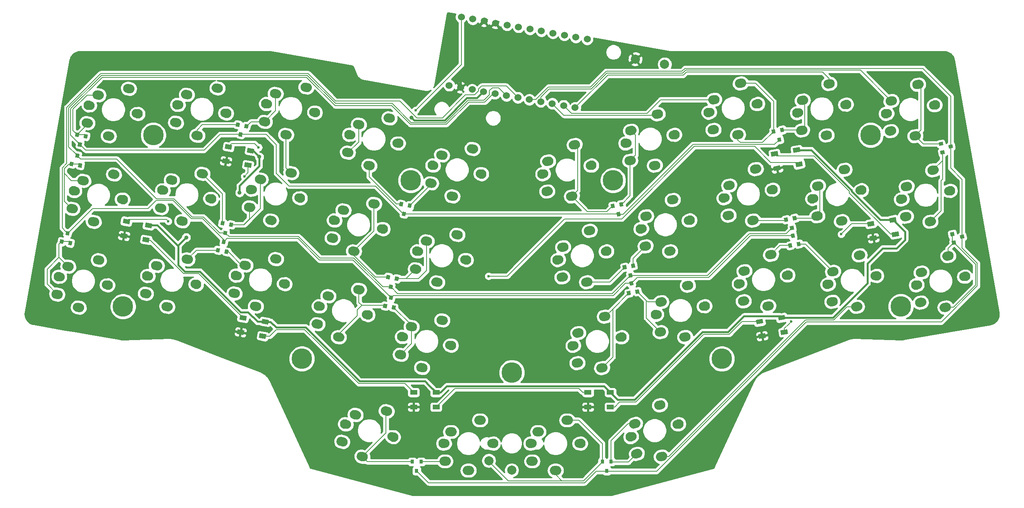
<source format=gbl>
G04 #@! TF.GenerationSoftware,KiCad,Pcbnew,(5.1.10-1-10_14)*
G04 #@! TF.CreationDate,2021-11-21T17:36:23-05:00*
G04 #@! TF.ProjectId,reviung34,72657669-756e-4673-9334-2e6b69636164,1*
G04 #@! TF.SameCoordinates,Original*
G04 #@! TF.FileFunction,Copper,L2,Bot*
G04 #@! TF.FilePolarity,Positive*
%FSLAX46Y46*%
G04 Gerber Fmt 4.6, Leading zero omitted, Abs format (unit mm)*
G04 Created by KiCad (PCBNEW (5.1.10-1-10_14)) date 2021-11-21 17:36:23*
%MOMM*%
%LPD*%
G01*
G04 APERTURE LIST*
G04 #@! TA.AperFunction,SMDPad,CuDef*
%ADD10C,0.150000*%
G04 #@! TD*
G04 #@! TA.AperFunction,ComponentPad*
%ADD11C,2.000000*%
G04 #@! TD*
G04 #@! TA.AperFunction,WasherPad*
%ADD12C,2.100000*%
G04 #@! TD*
G04 #@! TA.AperFunction,WasherPad*
%ADD13C,1.900000*%
G04 #@! TD*
G04 #@! TA.AperFunction,ComponentPad*
%ADD14C,1.524000*%
G04 #@! TD*
G04 #@! TA.AperFunction,ComponentPad*
%ADD15O,2.500000X2.000000*%
G04 #@! TD*
G04 #@! TA.AperFunction,SMDPad,CuDef*
%ADD16R,0.800000X0.900000*%
G04 #@! TD*
G04 #@! TA.AperFunction,SMDPad,CuDef*
%ADD17R,1.500000X1.000000*%
G04 #@! TD*
G04 #@! TA.AperFunction,ComponentPad*
%ADD18C,4.500000*%
G04 #@! TD*
G04 #@! TA.AperFunction,ViaPad*
%ADD19C,0.600000*%
G04 #@! TD*
G04 #@! TA.AperFunction,ViaPad*
%ADD20C,0.900000*%
G04 #@! TD*
G04 #@! TA.AperFunction,Conductor*
%ADD21C,0.200000*%
G04 #@! TD*
G04 #@! TA.AperFunction,Conductor*
%ADD22C,0.600000*%
G04 #@! TD*
G04 #@! TA.AperFunction,Conductor*
%ADD23C,0.400000*%
G04 #@! TD*
G04 #@! TA.AperFunction,Conductor*
%ADD24C,0.254000*%
G04 #@! TD*
G04 #@! TA.AperFunction,Conductor*
%ADD25C,0.150000*%
G04 #@! TD*
G04 APERTURE END LIST*
G04 #@! TA.AperFunction,SMDPad,CuDef*
D10*
G36*
X43278329Y-63030415D02*
G01*
X42490483Y-62891496D01*
X42646767Y-62005169D01*
X43434613Y-62144088D01*
X43278329Y-63030415D01*
G37*
G04 #@! TD.AperFunction*
G04 #@! TA.AperFunction,SMDPad,CuDef*
G36*
X41995465Y-64835065D02*
G01*
X41207619Y-64696146D01*
X41363903Y-63809819D01*
X42151749Y-63948738D01*
X41995465Y-64835065D01*
G37*
G04 #@! TD.AperFunction*
G04 #@! TA.AperFunction,SMDPad,CuDef*
G36*
X43866600Y-65164997D02*
G01*
X43078754Y-65026078D01*
X43235038Y-64139751D01*
X44022884Y-64278670D01*
X43866600Y-65164997D01*
G37*
G04 #@! TD.AperFunction*
D11*
X132870000Y-129260000D03*
X137870000Y-131360000D03*
G04 #@! TA.AperFunction,ComponentPad*
G36*
G01*
X82639243Y-54878085D02*
X82639243Y-54878085D01*
G75*
G02*
X83797699Y-54066925I984808J-173648D01*
G01*
X84290103Y-54153749D01*
G75*
G02*
X85101263Y-55312205I-173648J-984808D01*
G01*
X85101263Y-55312205D01*
G75*
G02*
X83942807Y-56123365I-984808J173648D01*
G01*
X83450403Y-56036541D01*
G75*
G02*
X82639243Y-54878085I173648J984808D01*
G01*
G37*
G04 #@! TD.AperFunction*
D12*
X84153557Y-51184935D03*
X94986443Y-53095065D03*
G04 #@! TA.AperFunction,ComponentPad*
G36*
G01*
X87314466Y-57733306D02*
X87314466Y-57733306D01*
G75*
G02*
X88472922Y-56922146I984808J-173648D01*
G01*
X88965326Y-57008970D01*
G75*
G02*
X89776486Y-58167426I-173648J-984808D01*
G01*
X89776486Y-58167426D01*
G75*
G02*
X88618030Y-58978586I-984808J173648D01*
G01*
X88125626Y-58891762D01*
G75*
G02*
X87314466Y-57733306I173648J984808D01*
G01*
G37*
G04 #@! TD.AperFunction*
G04 #@! TA.AperFunction,ComponentPad*
G36*
G01*
X91722534Y-47361183D02*
X91722534Y-47361183D01*
G75*
G02*
X92880990Y-46550023I984808J-173648D01*
G01*
X93373394Y-46636847D01*
G75*
G02*
X94184554Y-47795303I-173648J-984808D01*
G01*
X94184554Y-47795303D01*
G75*
G02*
X93026098Y-48606463I-984808J173648D01*
G01*
X92533694Y-48519639D01*
G75*
G02*
X91722534Y-47361183I173648J984808D01*
G01*
G37*
G04 #@! TD.AperFunction*
G04 #@! TA.AperFunction,ComponentPad*
G36*
G01*
X85027939Y-48759929D02*
X85027939Y-48759929D01*
G75*
G02*
X86186395Y-47948769I984808J-173648D01*
G01*
X86678799Y-48035593D01*
G75*
G02*
X87489959Y-49194049I-173648J-984808D01*
G01*
X87489959Y-49194049D01*
G75*
G02*
X86331503Y-50005209I-984808J173648D01*
G01*
X85839099Y-49918385D01*
G75*
G02*
X85027939Y-48759929I173648J984808D01*
G01*
G37*
G04 #@! TD.AperFunction*
D13*
X94572823Y-53022133D03*
X84567177Y-51257867D03*
D14*
X124212234Y-47170930D03*
X126713646Y-47611996D03*
X129215057Y-48053063D03*
X131716469Y-48494129D03*
X134217881Y-48935195D03*
X136719292Y-49376262D03*
X139220704Y-49817328D03*
X141722116Y-50258395D03*
X144223527Y-50699461D03*
X146724939Y-51140527D03*
X149226351Y-51581594D03*
X151727762Y-52022660D03*
X154370688Y-37033886D03*
X151869276Y-36592820D03*
X149367864Y-36151753D03*
X146866453Y-35710687D03*
X144365041Y-35269621D03*
X141863629Y-34828554D03*
X139362218Y-34387488D03*
X136860806Y-33946421D03*
X134359394Y-33505355D03*
X131857982Y-33064289D03*
X129356571Y-32623222D03*
X126855159Y-32182156D03*
G04 #@! TA.AperFunction,ComponentPad*
G36*
G01*
X180683698Y-57063416D02*
X180683698Y-57063416D01*
G75*
G02*
X181494858Y-55904960I984808J173648D01*
G01*
X181987262Y-55818136D01*
G75*
G02*
X183145718Y-56629296I173648J-984808D01*
G01*
X183145718Y-56629296D01*
G75*
G02*
X182334558Y-57787752I-984808J-173648D01*
G01*
X181842154Y-57874576D01*
G75*
G02*
X180683698Y-57063416I-173648J984808D01*
G01*
G37*
G04 #@! TD.AperFunction*
D12*
X180843557Y-53075065D03*
X191676443Y-51164935D03*
G04 #@! TA.AperFunction,ComponentPad*
G36*
G01*
X186053514Y-58147426D02*
X186053514Y-58147426D01*
G75*
G02*
X186864674Y-56988970I984808J173648D01*
G01*
X187357078Y-56902146D01*
G75*
G02*
X188515534Y-57713306I173648J-984808D01*
G01*
X188515534Y-57713306D01*
G75*
G02*
X187704374Y-58871762I-984808J-173648D01*
G01*
X187211970Y-58958586D01*
G75*
G02*
X186053514Y-58147426I-173648J984808D01*
G01*
G37*
G04 #@! TD.AperFunction*
G04 #@! TA.AperFunction,ComponentPad*
G36*
G01*
X186648269Y-46893170D02*
X186648269Y-46893170D01*
G75*
G02*
X187459429Y-45734714I984808J173648D01*
G01*
X187951833Y-45647890D01*
G75*
G02*
X189110289Y-46459050I173648J-984808D01*
G01*
X189110289Y-46459050D01*
G75*
G02*
X188299129Y-47617506I-984808J-173648D01*
G01*
X187806725Y-47704330D01*
G75*
G02*
X186648269Y-46893170I-173648J984808D01*
G01*
G37*
G04 #@! TD.AperFunction*
G04 #@! TA.AperFunction,ComponentPad*
G36*
G01*
X180835806Y-50497248D02*
X180835806Y-50497248D01*
G75*
G02*
X181646966Y-49338792I984808J173648D01*
G01*
X182139370Y-49251968D01*
G75*
G02*
X183297826Y-50063128I173648J-984808D01*
G01*
X183297826Y-50063128D01*
G75*
G02*
X182486666Y-51221584I-984808J-173648D01*
G01*
X181994262Y-51308408D01*
G75*
G02*
X180835806Y-50497248I-173648J984808D01*
G01*
G37*
G04 #@! TD.AperFunction*
D13*
X191262823Y-51237867D03*
X181257177Y-53002133D03*
G04 #@! TA.AperFunction,ComponentPad*
G36*
G01*
X163965766Y-128070612D02*
X163965766Y-128070612D01*
G75*
G02*
X164672873Y-126845867I965926J258819D01*
G01*
X165155835Y-126716457D01*
G75*
G02*
X166380580Y-127423564I258819J-965926D01*
G01*
X166380580Y-127423564D01*
G75*
G02*
X165673473Y-128648309I-965926J-258819D01*
G01*
X165190511Y-128777719D01*
G75*
G02*
X163965766Y-128070612I-258819J965926D01*
G01*
G37*
G04 #@! TD.AperFunction*
D12*
X163777408Y-124083505D03*
X174402592Y-121236495D03*
G04 #@! TA.AperFunction,ComponentPad*
G36*
G01*
X169409625Y-128682486D02*
X169409625Y-128682486D01*
G75*
G02*
X170116732Y-127457741I965926J258819D01*
G01*
X170599694Y-127328331D01*
G75*
G02*
X171824439Y-128035438I258819J-965926D01*
G01*
X171824439Y-128035438D01*
G75*
G02*
X171117332Y-129260183I-965926J-258819D01*
G01*
X170634370Y-129389593D01*
G75*
G02*
X169409625Y-128682486I-258819J965926D01*
G01*
G37*
G04 #@! TD.AperFunction*
G04 #@! TA.AperFunction,ComponentPad*
G36*
G01*
X169021244Y-117419220D02*
X169021244Y-117419220D01*
G75*
G02*
X169728351Y-116194475I965926J258819D01*
G01*
X170211313Y-116065065D01*
G75*
G02*
X171436058Y-116772172I258819J-965926D01*
G01*
X171436058Y-116772172D01*
G75*
G02*
X170728951Y-117996917I-965926J-258819D01*
G01*
X170245989Y-118126327D01*
G75*
G02*
X169021244Y-117419220I-258819J965926D01*
G01*
G37*
G04 #@! TD.AperFunction*
G04 #@! TA.AperFunction,ComponentPad*
G36*
G01*
X163545015Y-121516173D02*
X163545015Y-121516173D01*
G75*
G02*
X164252122Y-120291428I965926J258819D01*
G01*
X164735084Y-120162018D01*
G75*
G02*
X165959829Y-120869125I258819J-965926D01*
G01*
X165959829Y-120869125D01*
G75*
G02*
X165252722Y-122093870I-965926J-258819D01*
G01*
X164769760Y-122223280D01*
G75*
G02*
X163545015Y-121516173I-258819J965926D01*
G01*
G37*
G04 #@! TD.AperFunction*
D13*
X173996903Y-121345199D03*
X164183097Y-123974801D03*
D15*
X142330000Y-129400000D03*
D12*
X141930000Y-125500000D03*
X152930000Y-125500000D03*
D15*
X147430000Y-131400000D03*
X149970000Y-120420000D03*
X143620000Y-122960000D03*
D13*
X152510000Y-125500000D03*
X142350000Y-125500000D03*
D15*
X123290000Y-129400000D03*
D12*
X122890000Y-125500000D03*
X133890000Y-125500000D03*
D15*
X128390000Y-131400000D03*
X130930000Y-120420000D03*
X124580000Y-122960000D03*
D13*
X133470000Y-125500000D03*
X123310000Y-125500000D03*
G04 #@! TA.AperFunction,SMDPad,CuDef*
D10*
G36*
X235919304Y-80742817D02*
G01*
X235780385Y-79954971D01*
X236666712Y-79798687D01*
X236805631Y-80586533D01*
X235919304Y-80742817D01*
G37*
G04 #@! TD.AperFunction*
G04 #@! TA.AperFunction,SMDPad,CuDef*
G36*
X233784722Y-80154546D02*
G01*
X233645803Y-79366700D01*
X234532130Y-79210416D01*
X234671049Y-79998262D01*
X233784722Y-80154546D01*
G37*
G04 #@! TD.AperFunction*
G04 #@! TA.AperFunction,SMDPad,CuDef*
G36*
X234114654Y-82025681D02*
G01*
X233975735Y-81237835D01*
X234862062Y-81081551D01*
X235000981Y-81869397D01*
X234114654Y-82025681D01*
G37*
G04 #@! TD.AperFunction*
G04 #@! TA.AperFunction,SMDPad,CuDef*
G36*
X233430104Y-60994317D02*
G01*
X233291185Y-60206471D01*
X234177512Y-60050187D01*
X234316431Y-60838033D01*
X233430104Y-60994317D01*
G37*
G04 #@! TD.AperFunction*
G04 #@! TA.AperFunction,SMDPad,CuDef*
G36*
X231295522Y-60406046D02*
G01*
X231156603Y-59618200D01*
X232042930Y-59461916D01*
X232181849Y-60249762D01*
X231295522Y-60406046D01*
G37*
G04 #@! TD.AperFunction*
G04 #@! TA.AperFunction,SMDPad,CuDef*
G36*
X231625454Y-62277181D02*
G01*
X231486535Y-61489335D01*
X232372862Y-61333051D01*
X232511781Y-62120897D01*
X231625454Y-62277181D01*
G37*
G04 #@! TD.AperFunction*
G04 #@! TA.AperFunction,SMDPad,CuDef*
G36*
X199767217Y-80417496D02*
G01*
X198979371Y-80556415D01*
X198823087Y-79670088D01*
X199610933Y-79531169D01*
X199767217Y-80417496D01*
G37*
G04 #@! TD.AperFunction*
G04 #@! TA.AperFunction,SMDPad,CuDef*
G36*
X199178946Y-82552078D02*
G01*
X198391100Y-82690997D01*
X198234816Y-81804670D01*
X199022662Y-81665751D01*
X199178946Y-82552078D01*
G37*
G04 #@! TD.AperFunction*
G04 #@! TA.AperFunction,SMDPad,CuDef*
G36*
X201050081Y-82222146D02*
G01*
X200262235Y-82361065D01*
X200105951Y-81474738D01*
X200893797Y-81335819D01*
X201050081Y-82222146D01*
G37*
G04 #@! TD.AperFunction*
G04 #@! TA.AperFunction,SMDPad,CuDef*
G36*
X164512017Y-90831496D02*
G01*
X163724171Y-90970415D01*
X163567887Y-90084088D01*
X164355733Y-89945169D01*
X164512017Y-90831496D01*
G37*
G04 #@! TD.AperFunction*
G04 #@! TA.AperFunction,SMDPad,CuDef*
G36*
X163923746Y-92966078D02*
G01*
X163135900Y-93104997D01*
X162979616Y-92218670D01*
X163767462Y-92079751D01*
X163923746Y-92966078D01*
G37*
G04 #@! TD.AperFunction*
G04 #@! TA.AperFunction,SMDPad,CuDef*
G36*
X165794881Y-92636146D02*
G01*
X165007035Y-92775065D01*
X164850751Y-91888738D01*
X165638597Y-91749819D01*
X165794881Y-92636146D01*
G37*
G04 #@! TD.AperFunction*
G04 #@! TA.AperFunction,SMDPad,CuDef*
G36*
X198636983Y-77956704D02*
G01*
X199424829Y-77817785D01*
X199581113Y-78704112D01*
X198793267Y-78843031D01*
X198636983Y-77956704D01*
G37*
G04 #@! TD.AperFunction*
G04 #@! TA.AperFunction,SMDPad,CuDef*
G36*
X199225254Y-75822122D02*
G01*
X200013100Y-75683203D01*
X200169384Y-76569530D01*
X199381538Y-76708449D01*
X199225254Y-75822122D01*
G37*
G04 #@! TD.AperFunction*
G04 #@! TA.AperFunction,SMDPad,CuDef*
G36*
X197354119Y-76152054D02*
G01*
X198141965Y-76013135D01*
X198298249Y-76899462D01*
X197510403Y-77038381D01*
X197354119Y-76152054D01*
G37*
G04 #@! TD.AperFunction*
G04 #@! TA.AperFunction,SMDPad,CuDef*
G36*
X163343683Y-88358004D02*
G01*
X164131529Y-88219085D01*
X164287813Y-89105412D01*
X163499967Y-89244331D01*
X163343683Y-88358004D01*
G37*
G04 #@! TD.AperFunction*
G04 #@! TA.AperFunction,SMDPad,CuDef*
G36*
X163931954Y-86223422D02*
G01*
X164719800Y-86084503D01*
X164876084Y-86970830D01*
X164088238Y-87109749D01*
X163931954Y-86223422D01*
G37*
G04 #@! TD.AperFunction*
G04 #@! TA.AperFunction,SMDPad,CuDef*
G36*
X162060819Y-86553354D02*
G01*
X162848665Y-86414435D01*
X163004949Y-87300762D01*
X162217103Y-87439681D01*
X162060819Y-86553354D01*
G37*
G04 #@! TD.AperFunction*
G04 #@! TA.AperFunction,SMDPad,CuDef*
G36*
X195893783Y-58652704D02*
G01*
X196681629Y-58513785D01*
X196837913Y-59400112D01*
X196050067Y-59539031D01*
X195893783Y-58652704D01*
G37*
G04 #@! TD.AperFunction*
G04 #@! TA.AperFunction,SMDPad,CuDef*
G36*
X196482054Y-56518122D02*
G01*
X197269900Y-56379203D01*
X197426184Y-57265530D01*
X196638338Y-57404449D01*
X196482054Y-56518122D01*
G37*
G04 #@! TD.AperFunction*
G04 #@! TA.AperFunction,SMDPad,CuDef*
G36*
X194610919Y-56848054D02*
G01*
X195398765Y-56709135D01*
X195555049Y-57595462D01*
X194767203Y-57734381D01*
X194610919Y-56848054D01*
G37*
G04 #@! TD.AperFunction*
G04 #@! TA.AperFunction,SMDPad,CuDef*
G36*
X160752883Y-74946804D02*
G01*
X161540729Y-74807885D01*
X161697013Y-75694212D01*
X160909167Y-75833131D01*
X160752883Y-74946804D01*
G37*
G04 #@! TD.AperFunction*
G04 #@! TA.AperFunction,SMDPad,CuDef*
G36*
X161341154Y-72812222D02*
G01*
X162129000Y-72673303D01*
X162285284Y-73559630D01*
X161497438Y-73698549D01*
X161341154Y-72812222D01*
G37*
G04 #@! TD.AperFunction*
G04 #@! TA.AperFunction,SMDPad,CuDef*
G36*
X159470019Y-73142154D02*
G01*
X160257865Y-73003235D01*
X160414149Y-73889562D01*
X159626303Y-74028481D01*
X159470019Y-73142154D01*
G37*
G04 #@! TD.AperFunction*
G04 #@! TA.AperFunction,SMDPad,CuDef*
G36*
X111807529Y-94120015D02*
G01*
X111019683Y-93981096D01*
X111175967Y-93094769D01*
X111963813Y-93233688D01*
X111807529Y-94120015D01*
G37*
G04 #@! TD.AperFunction*
G04 #@! TA.AperFunction,SMDPad,CuDef*
G36*
X110524665Y-95924665D02*
G01*
X109736819Y-95785746D01*
X109893103Y-94899419D01*
X110680949Y-95038338D01*
X110524665Y-95924665D01*
G37*
G04 #@! TD.AperFunction*
G04 #@! TA.AperFunction,SMDPad,CuDef*
G36*
X112395800Y-96254597D02*
G01*
X111607954Y-96115678D01*
X111764238Y-95229351D01*
X112552084Y-95368270D01*
X112395800Y-96254597D01*
G37*
G04 #@! TD.AperFunction*
G04 #@! TA.AperFunction,SMDPad,CuDef*
G36*
X111146171Y-90720985D02*
G01*
X111934017Y-90859904D01*
X111777733Y-91746231D01*
X110989887Y-91607312D01*
X111146171Y-90720985D01*
G37*
G04 #@! TD.AperFunction*
G04 #@! TA.AperFunction,SMDPad,CuDef*
G36*
X112429035Y-88916335D02*
G01*
X113216881Y-89055254D01*
X113060597Y-89941581D01*
X112272751Y-89802662D01*
X112429035Y-88916335D01*
G37*
G04 #@! TD.AperFunction*
G04 #@! TA.AperFunction,SMDPad,CuDef*
G36*
X110557900Y-88586403D02*
G01*
X111345746Y-88725322D01*
X111189462Y-89611649D01*
X110401616Y-89472730D01*
X110557900Y-88586403D01*
G37*
G04 #@! TD.AperFunction*
G04 #@! TA.AperFunction,SMDPad,CuDef*
G36*
X113990971Y-74744385D02*
G01*
X114778817Y-74883304D01*
X114622533Y-75769631D01*
X113834687Y-75630712D01*
X113990971Y-74744385D01*
G37*
G04 #@! TD.AperFunction*
G04 #@! TA.AperFunction,SMDPad,CuDef*
G36*
X115273835Y-72939735D02*
G01*
X116061681Y-73078654D01*
X115905397Y-73964981D01*
X115117551Y-73826062D01*
X115273835Y-72939735D01*
G37*
G04 #@! TD.AperFunction*
G04 #@! TA.AperFunction,SMDPad,CuDef*
G36*
X113402700Y-72609803D02*
G01*
X114190546Y-72748722D01*
X114034262Y-73635049D01*
X113246416Y-73496130D01*
X113402700Y-72609803D01*
G37*
G04 #@! TD.AperFunction*
G04 #@! TA.AperFunction,ComponentPad*
G36*
G01*
X99586977Y-124793610D02*
X99586977Y-124793610D01*
G75*
G02*
X100811722Y-124086503I965926J-258819D01*
G01*
X101294684Y-124215913D01*
G75*
G02*
X102001791Y-125440658I-258819J-965926D01*
G01*
X102001791Y-125440658D01*
G75*
G02*
X100777046Y-126147765I-965926J258819D01*
G01*
X100294084Y-126018355D01*
G75*
G02*
X99586977Y-124793610I258819J965926D01*
G01*
G37*
G04 #@! TD.AperFunction*
D12*
X101417408Y-121246495D03*
X112042592Y-124093505D03*
G04 #@! TA.AperFunction,ComponentPad*
G36*
G01*
X103995561Y-128045438D02*
X103995561Y-128045438D01*
G75*
G02*
X105220306Y-127338331I965926J-258819D01*
G01*
X105703268Y-127467741D01*
G75*
G02*
X106410375Y-128692486I-258819J-965926D01*
G01*
X106410375Y-128692486D01*
G75*
G02*
X105185630Y-129399593I-965926J258819D01*
G01*
X104702668Y-129270183D01*
G75*
G02*
X103995561Y-128045438I258819J965926D01*
G01*
G37*
G04 #@! TD.AperFunction*
G04 #@! TA.AperFunction,ComponentPad*
G36*
G01*
X109290845Y-118096973D02*
X109290845Y-118096973D01*
G75*
G02*
X110515590Y-117389866I965926J-258819D01*
G01*
X110998552Y-117519276D01*
G75*
G02*
X111705659Y-118744021I-258819J-965926D01*
G01*
X111705659Y-118744021D01*
G75*
G02*
X110480914Y-119451128I-965926J258819D01*
G01*
X109997952Y-119321718D01*
G75*
G02*
X109290845Y-118096973I258819J965926D01*
G01*
G37*
G04 #@! TD.AperFunction*
G04 #@! TA.AperFunction,ComponentPad*
G36*
G01*
X102499816Y-118906924D02*
X102499816Y-118906924D01*
G75*
G02*
X103724561Y-118199817I965926J-258819D01*
G01*
X104207523Y-118329227D01*
G75*
G02*
X104914630Y-119553972I-258819J-965926D01*
G01*
X104914630Y-119553972D01*
G75*
G02*
X103689885Y-120261079I-965926J258819D01*
G01*
X103206923Y-120131669D01*
G75*
G02*
X102499816Y-118906924I258819J965926D01*
G01*
G37*
G04 #@! TD.AperFunction*
D13*
X111636903Y-123984801D03*
X101823097Y-121355199D03*
D16*
X158625600Y-131500000D03*
X159575600Y-129500000D03*
X157675600Y-129500000D03*
X117100000Y-131500000D03*
X118050000Y-129500000D03*
X116150000Y-129500000D03*
G04 #@! TA.AperFunction,SMDPad,CuDef*
D10*
G36*
X75256929Y-81915315D02*
G01*
X74469083Y-81776396D01*
X74625367Y-80890069D01*
X75413213Y-81028988D01*
X75256929Y-81915315D01*
G37*
G04 #@! TD.AperFunction*
G04 #@! TA.AperFunction,SMDPad,CuDef*
G36*
X73974065Y-83719965D02*
G01*
X73186219Y-83581046D01*
X73342503Y-82694719D01*
X74130349Y-82833638D01*
X73974065Y-83719965D01*
G37*
G04 #@! TD.AperFunction*
G04 #@! TA.AperFunction,SMDPad,CuDef*
G36*
X75845200Y-84049897D02*
G01*
X75057354Y-83910978D01*
X75213638Y-83024651D01*
X76001484Y-83163570D01*
X75845200Y-84049897D01*
G37*
G04 #@! TD.AperFunction*
G04 #@! TA.AperFunction,SMDPad,CuDef*
G36*
X41119329Y-80023015D02*
G01*
X40331483Y-79884096D01*
X40487767Y-78997769D01*
X41275613Y-79136688D01*
X41119329Y-80023015D01*
G37*
G04 #@! TD.AperFunction*
G04 #@! TA.AperFunction,SMDPad,CuDef*
G36*
X39836465Y-81827665D02*
G01*
X39048619Y-81688746D01*
X39204903Y-80802419D01*
X39992749Y-80941338D01*
X39836465Y-81827665D01*
G37*
G04 #@! TD.AperFunction*
G04 #@! TA.AperFunction,SMDPad,CuDef*
G36*
X41707600Y-82157597D02*
G01*
X40919754Y-82018678D01*
X41076038Y-81132351D01*
X41863884Y-81271270D01*
X41707600Y-82157597D01*
G37*
G04 #@! TD.AperFunction*
G04 #@! TA.AperFunction,SMDPad,CuDef*
G36*
X74938471Y-78922685D02*
G01*
X75726317Y-79061604D01*
X75570033Y-79947931D01*
X74782187Y-79809012D01*
X74938471Y-78922685D01*
G37*
G04 #@! TD.AperFunction*
G04 #@! TA.AperFunction,SMDPad,CuDef*
G36*
X76221335Y-77118035D02*
G01*
X77009181Y-77256954D01*
X76852897Y-78143281D01*
X76065051Y-78004362D01*
X76221335Y-77118035D01*
G37*
G04 #@! TD.AperFunction*
G04 #@! TA.AperFunction,SMDPad,CuDef*
G36*
X74350200Y-76788103D02*
G01*
X75138046Y-76927022D01*
X74981762Y-77813349D01*
X74193916Y-77674430D01*
X74350200Y-76788103D01*
G37*
G04 #@! TD.AperFunction*
G04 #@! TA.AperFunction,SMDPad,CuDef*
G36*
X78291271Y-57370785D02*
G01*
X79079117Y-57509704D01*
X78922833Y-58396031D01*
X78134987Y-58257112D01*
X78291271Y-57370785D01*
G37*
G04 #@! TD.AperFunction*
G04 #@! TA.AperFunction,SMDPad,CuDef*
G36*
X79574135Y-55566135D02*
G01*
X80361981Y-55705054D01*
X80205697Y-56591381D01*
X79417851Y-56452462D01*
X79574135Y-55566135D01*
G37*
G04 #@! TD.AperFunction*
G04 #@! TA.AperFunction,SMDPad,CuDef*
G36*
X77703000Y-55236203D02*
G01*
X78490846Y-55375122D01*
X78334562Y-56261449D01*
X77546716Y-56122530D01*
X77703000Y-55236203D01*
G37*
G04 #@! TD.AperFunction*
G04 #@! TA.AperFunction,SMDPad,CuDef*
G36*
X43175771Y-59567885D02*
G01*
X43963617Y-59706804D01*
X43807333Y-60593131D01*
X43019487Y-60454212D01*
X43175771Y-59567885D01*
G37*
G04 #@! TD.AperFunction*
G04 #@! TA.AperFunction,SMDPad,CuDef*
G36*
X44458635Y-57763235D02*
G01*
X45246481Y-57902154D01*
X45090197Y-58788481D01*
X44302351Y-58649562D01*
X44458635Y-57763235D01*
G37*
G04 #@! TD.AperFunction*
G04 #@! TA.AperFunction,SMDPad,CuDef*
G36*
X42587500Y-57433303D02*
G01*
X43375346Y-57572222D01*
X43219062Y-58458549D01*
X42431216Y-58319630D01*
X42587500Y-57433303D01*
G37*
G04 #@! TD.AperFunction*
G04 #@! TA.AperFunction,ComponentPad*
G36*
G01*
X226013698Y-94853416D02*
X226013698Y-94853416D01*
G75*
G02*
X226824858Y-93694960I984808J173648D01*
G01*
X227317262Y-93608136D01*
G75*
G02*
X228475718Y-94419296I173648J-984808D01*
G01*
X228475718Y-94419296D01*
G75*
G02*
X227664558Y-95577752I-984808J-173648D01*
G01*
X227172154Y-95664576D01*
G75*
G02*
X226013698Y-94853416I-173648J984808D01*
G01*
G37*
G04 #@! TD.AperFunction*
D12*
X226173557Y-90865065D03*
X237006443Y-88954935D03*
G04 #@! TA.AperFunction,ComponentPad*
G36*
G01*
X231383514Y-95937426D02*
X231383514Y-95937426D01*
G75*
G02*
X232194674Y-94778970I984808J173648D01*
G01*
X232687078Y-94692146D01*
G75*
G02*
X233845534Y-95503306I173648J-984808D01*
G01*
X233845534Y-95503306D01*
G75*
G02*
X233034374Y-96661762I-984808J-173648D01*
G01*
X232541970Y-96748586D01*
G75*
G02*
X231383514Y-95937426I-173648J984808D01*
G01*
G37*
G04 #@! TD.AperFunction*
G04 #@! TA.AperFunction,ComponentPad*
G36*
G01*
X231978269Y-84683170D02*
X231978269Y-84683170D01*
G75*
G02*
X232789429Y-83524714I984808J173648D01*
G01*
X233281833Y-83437890D01*
G75*
G02*
X234440289Y-84249050I173648J-984808D01*
G01*
X234440289Y-84249050D01*
G75*
G02*
X233629129Y-85407506I-984808J-173648D01*
G01*
X233136725Y-85494330D01*
G75*
G02*
X231978269Y-84683170I-173648J984808D01*
G01*
G37*
G04 #@! TD.AperFunction*
G04 #@! TA.AperFunction,ComponentPad*
G36*
G01*
X226165806Y-88287248D02*
X226165806Y-88287248D01*
G75*
G02*
X226976966Y-87128792I984808J173648D01*
G01*
X227469370Y-87041968D01*
G75*
G02*
X228627826Y-87853128I173648J-984808D01*
G01*
X228627826Y-87853128D01*
G75*
G02*
X227816666Y-89011584I-984808J-173648D01*
G01*
X227324262Y-89098408D01*
G75*
G02*
X226165806Y-88287248I-173648J984808D01*
G01*
G37*
G04 #@! TD.AperFunction*
D13*
X236592823Y-89027867D03*
X226587177Y-90792133D03*
G04 #@! TA.AperFunction,ComponentPad*
G36*
G01*
X222743698Y-76073416D02*
X222743698Y-76073416D01*
G75*
G02*
X223554858Y-74914960I984808J173648D01*
G01*
X224047262Y-74828136D01*
G75*
G02*
X225205718Y-75639296I173648J-984808D01*
G01*
X225205718Y-75639296D01*
G75*
G02*
X224394558Y-76797752I-984808J-173648D01*
G01*
X223902154Y-76884576D01*
G75*
G02*
X222743698Y-76073416I-173648J984808D01*
G01*
G37*
G04 #@! TD.AperFunction*
D12*
X222903557Y-72085065D03*
X233736443Y-70174935D03*
G04 #@! TA.AperFunction,ComponentPad*
G36*
G01*
X228113514Y-77157426D02*
X228113514Y-77157426D01*
G75*
G02*
X228924674Y-75998970I984808J173648D01*
G01*
X229417078Y-75912146D01*
G75*
G02*
X230575534Y-76723306I173648J-984808D01*
G01*
X230575534Y-76723306D01*
G75*
G02*
X229764374Y-77881762I-984808J-173648D01*
G01*
X229271970Y-77968586D01*
G75*
G02*
X228113514Y-77157426I-173648J984808D01*
G01*
G37*
G04 #@! TD.AperFunction*
G04 #@! TA.AperFunction,ComponentPad*
G36*
G01*
X228708269Y-65903170D02*
X228708269Y-65903170D01*
G75*
G02*
X229519429Y-64744714I984808J173648D01*
G01*
X230011833Y-64657890D01*
G75*
G02*
X231170289Y-65469050I173648J-984808D01*
G01*
X231170289Y-65469050D01*
G75*
G02*
X230359129Y-66627506I-984808J-173648D01*
G01*
X229866725Y-66714330D01*
G75*
G02*
X228708269Y-65903170I-173648J984808D01*
G01*
G37*
G04 #@! TD.AperFunction*
G04 #@! TA.AperFunction,ComponentPad*
G36*
G01*
X222895806Y-69507248D02*
X222895806Y-69507248D01*
G75*
G02*
X223706966Y-68348792I984808J173648D01*
G01*
X224199370Y-68261968D01*
G75*
G02*
X225357826Y-69073128I173648J-984808D01*
G01*
X225357826Y-69073128D01*
G75*
G02*
X224546666Y-70231584I-984808J-173648D01*
G01*
X224054262Y-70318408D01*
G75*
G02*
X222895806Y-69507248I-173648J984808D01*
G01*
G37*
G04 #@! TD.AperFunction*
D13*
X233322823Y-70247867D03*
X223317177Y-72012133D03*
G04 #@! TA.AperFunction,ComponentPad*
G36*
G01*
X219433698Y-57333416D02*
X219433698Y-57333416D01*
G75*
G02*
X220244858Y-56174960I984808J173648D01*
G01*
X220737262Y-56088136D01*
G75*
G02*
X221895718Y-56899296I173648J-984808D01*
G01*
X221895718Y-56899296D01*
G75*
G02*
X221084558Y-58057752I-984808J-173648D01*
G01*
X220592154Y-58144576D01*
G75*
G02*
X219433698Y-57333416I-173648J984808D01*
G01*
G37*
G04 #@! TD.AperFunction*
D12*
X219593557Y-53345065D03*
X230426443Y-51434935D03*
G04 #@! TA.AperFunction,ComponentPad*
G36*
G01*
X224803514Y-58417426D02*
X224803514Y-58417426D01*
G75*
G02*
X225614674Y-57258970I984808J173648D01*
G01*
X226107078Y-57172146D01*
G75*
G02*
X227265534Y-57983306I173648J-984808D01*
G01*
X227265534Y-57983306D01*
G75*
G02*
X226454374Y-59141762I-984808J-173648D01*
G01*
X225961970Y-59228586D01*
G75*
G02*
X224803514Y-58417426I-173648J984808D01*
G01*
G37*
G04 #@! TD.AperFunction*
G04 #@! TA.AperFunction,ComponentPad*
G36*
G01*
X225398269Y-47163170D02*
X225398269Y-47163170D01*
G75*
G02*
X226209429Y-46004714I984808J173648D01*
G01*
X226701833Y-45917890D01*
G75*
G02*
X227860289Y-46729050I173648J-984808D01*
G01*
X227860289Y-46729050D01*
G75*
G02*
X227049129Y-47887506I-984808J-173648D01*
G01*
X226556725Y-47974330D01*
G75*
G02*
X225398269Y-47163170I-173648J984808D01*
G01*
G37*
G04 #@! TD.AperFunction*
G04 #@! TA.AperFunction,ComponentPad*
G36*
G01*
X219585806Y-50767248D02*
X219585806Y-50767248D01*
G75*
G02*
X220396966Y-49608792I984808J173648D01*
G01*
X220889370Y-49521968D01*
G75*
G02*
X222047826Y-50333128I173648J-984808D01*
G01*
X222047826Y-50333128D01*
G75*
G02*
X221236666Y-51491584I-984808J-173648D01*
G01*
X220744262Y-51578408D01*
G75*
G02*
X219585806Y-50767248I-173648J984808D01*
G01*
G37*
G04 #@! TD.AperFunction*
D13*
X230012823Y-51507867D03*
X220007177Y-53272133D03*
G04 #@! TA.AperFunction,ComponentPad*
G36*
G01*
X206673698Y-94693416D02*
X206673698Y-94693416D01*
G75*
G02*
X207484858Y-93534960I984808J173648D01*
G01*
X207977262Y-93448136D01*
G75*
G02*
X209135718Y-94259296I173648J-984808D01*
G01*
X209135718Y-94259296D01*
G75*
G02*
X208324558Y-95417752I-984808J-173648D01*
G01*
X207832154Y-95504576D01*
G75*
G02*
X206673698Y-94693416I-173648J984808D01*
G01*
G37*
G04 #@! TD.AperFunction*
D12*
X206833557Y-90705065D03*
X217666443Y-88794935D03*
G04 #@! TA.AperFunction,ComponentPad*
G36*
G01*
X212043514Y-95777426D02*
X212043514Y-95777426D01*
G75*
G02*
X212854674Y-94618970I984808J173648D01*
G01*
X213347078Y-94532146D01*
G75*
G02*
X214505534Y-95343306I173648J-984808D01*
G01*
X214505534Y-95343306D01*
G75*
G02*
X213694374Y-96501762I-984808J-173648D01*
G01*
X213201970Y-96588586D01*
G75*
G02*
X212043514Y-95777426I-173648J984808D01*
G01*
G37*
G04 #@! TD.AperFunction*
G04 #@! TA.AperFunction,ComponentPad*
G36*
G01*
X212638269Y-84523170D02*
X212638269Y-84523170D01*
G75*
G02*
X213449429Y-83364714I984808J173648D01*
G01*
X213941833Y-83277890D01*
G75*
G02*
X215100289Y-84089050I173648J-984808D01*
G01*
X215100289Y-84089050D01*
G75*
G02*
X214289129Y-85247506I-984808J-173648D01*
G01*
X213796725Y-85334330D01*
G75*
G02*
X212638269Y-84523170I-173648J984808D01*
G01*
G37*
G04 #@! TD.AperFunction*
G04 #@! TA.AperFunction,ComponentPad*
G36*
G01*
X206825806Y-88127248D02*
X206825806Y-88127248D01*
G75*
G02*
X207636966Y-86968792I984808J173648D01*
G01*
X208129370Y-86881968D01*
G75*
G02*
X209287826Y-87693128I173648J-984808D01*
G01*
X209287826Y-87693128D01*
G75*
G02*
X208476666Y-88851584I-984808J-173648D01*
G01*
X207984262Y-88938408D01*
G75*
G02*
X206825806Y-88127248I-173648J984808D01*
G01*
G37*
G04 #@! TD.AperFunction*
D13*
X217252823Y-88867867D03*
X207247177Y-90632133D03*
G04 #@! TA.AperFunction,ComponentPad*
G36*
G01*
X187293698Y-94563416D02*
X187293698Y-94563416D01*
G75*
G02*
X188104858Y-93404960I984808J173648D01*
G01*
X188597262Y-93318136D01*
G75*
G02*
X189755718Y-94129296I173648J-984808D01*
G01*
X189755718Y-94129296D01*
G75*
G02*
X188944558Y-95287752I-984808J-173648D01*
G01*
X188452154Y-95374576D01*
G75*
G02*
X187293698Y-94563416I-173648J984808D01*
G01*
G37*
G04 #@! TD.AperFunction*
D12*
X187453557Y-90575065D03*
X198286443Y-88664935D03*
G04 #@! TA.AperFunction,ComponentPad*
G36*
G01*
X192663514Y-95647426D02*
X192663514Y-95647426D01*
G75*
G02*
X193474674Y-94488970I984808J173648D01*
G01*
X193967078Y-94402146D01*
G75*
G02*
X195125534Y-95213306I173648J-984808D01*
G01*
X195125534Y-95213306D01*
G75*
G02*
X194314374Y-96371762I-984808J-173648D01*
G01*
X193821970Y-96458586D01*
G75*
G02*
X192663514Y-95647426I-173648J984808D01*
G01*
G37*
G04 #@! TD.AperFunction*
G04 #@! TA.AperFunction,ComponentPad*
G36*
G01*
X193258269Y-84393170D02*
X193258269Y-84393170D01*
G75*
G02*
X194069429Y-83234714I984808J173648D01*
G01*
X194561833Y-83147890D01*
G75*
G02*
X195720289Y-83959050I173648J-984808D01*
G01*
X195720289Y-83959050D01*
G75*
G02*
X194909129Y-85117506I-984808J-173648D01*
G01*
X194416725Y-85204330D01*
G75*
G02*
X193258269Y-84393170I-173648J984808D01*
G01*
G37*
G04 #@! TD.AperFunction*
G04 #@! TA.AperFunction,ComponentPad*
G36*
G01*
X187445806Y-87997248D02*
X187445806Y-87997248D01*
G75*
G02*
X188256966Y-86838792I984808J173648D01*
G01*
X188749370Y-86751968D01*
G75*
G02*
X189907826Y-87563128I173648J-984808D01*
G01*
X189907826Y-87563128D01*
G75*
G02*
X189096666Y-88721584I-984808J-173648D01*
G01*
X188604262Y-88808408D01*
G75*
G02*
X187445806Y-87997248I-173648J984808D01*
G01*
G37*
G04 #@! TD.AperFunction*
D13*
X197872823Y-88737867D03*
X187867177Y-90502133D03*
G04 #@! TA.AperFunction,ComponentPad*
G36*
G01*
X169123698Y-101323416D02*
X169123698Y-101323416D01*
G75*
G02*
X169934858Y-100164960I984808J173648D01*
G01*
X170427262Y-100078136D01*
G75*
G02*
X171585718Y-100889296I173648J-984808D01*
G01*
X171585718Y-100889296D01*
G75*
G02*
X170774558Y-102047752I-984808J-173648D01*
G01*
X170282154Y-102134576D01*
G75*
G02*
X169123698Y-101323416I-173648J984808D01*
G01*
G37*
G04 #@! TD.AperFunction*
D12*
X169283557Y-97335065D03*
X180116443Y-95424935D03*
G04 #@! TA.AperFunction,ComponentPad*
G36*
G01*
X174493514Y-102407426D02*
X174493514Y-102407426D01*
G75*
G02*
X175304674Y-101248970I984808J173648D01*
G01*
X175797078Y-101162146D01*
G75*
G02*
X176955534Y-101973306I173648J-984808D01*
G01*
X176955534Y-101973306D01*
G75*
G02*
X176144374Y-103131762I-984808J-173648D01*
G01*
X175651970Y-103218586D01*
G75*
G02*
X174493514Y-102407426I-173648J984808D01*
G01*
G37*
G04 #@! TD.AperFunction*
G04 #@! TA.AperFunction,ComponentPad*
G36*
G01*
X175088269Y-91153170D02*
X175088269Y-91153170D01*
G75*
G02*
X175899429Y-89994714I984808J173648D01*
G01*
X176391833Y-89907890D01*
G75*
G02*
X177550289Y-90719050I173648J-984808D01*
G01*
X177550289Y-90719050D01*
G75*
G02*
X176739129Y-91877506I-984808J-173648D01*
G01*
X176246725Y-91964330D01*
G75*
G02*
X175088269Y-91153170I-173648J984808D01*
G01*
G37*
G04 #@! TD.AperFunction*
G04 #@! TA.AperFunction,ComponentPad*
G36*
G01*
X169275806Y-94757248D02*
X169275806Y-94757248D01*
G75*
G02*
X170086966Y-93598792I984808J173648D01*
G01*
X170579370Y-93511968D01*
G75*
G02*
X171737826Y-94323128I173648J-984808D01*
G01*
X171737826Y-94323128D01*
G75*
G02*
X170926666Y-95481584I-984808J-173648D01*
G01*
X170434262Y-95568408D01*
G75*
G02*
X169275806Y-94757248I-173648J984808D01*
G01*
G37*
G04 #@! TD.AperFunction*
D13*
X179702823Y-95497867D03*
X169697177Y-97262133D03*
G04 #@! TA.AperFunction,ComponentPad*
G36*
G01*
X150973698Y-108103416D02*
X150973698Y-108103416D01*
G75*
G02*
X151784858Y-106944960I984808J173648D01*
G01*
X152277262Y-106858136D01*
G75*
G02*
X153435718Y-107669296I173648J-984808D01*
G01*
X153435718Y-107669296D01*
G75*
G02*
X152624558Y-108827752I-984808J-173648D01*
G01*
X152132154Y-108914576D01*
G75*
G02*
X150973698Y-108103416I-173648J984808D01*
G01*
G37*
G04 #@! TD.AperFunction*
D12*
X151133557Y-104115065D03*
X161966443Y-102204935D03*
G04 #@! TA.AperFunction,ComponentPad*
G36*
G01*
X156343514Y-109187426D02*
X156343514Y-109187426D01*
G75*
G02*
X157154674Y-108028970I984808J173648D01*
G01*
X157647078Y-107942146D01*
G75*
G02*
X158805534Y-108753306I173648J-984808D01*
G01*
X158805534Y-108753306D01*
G75*
G02*
X157994374Y-109911762I-984808J-173648D01*
G01*
X157501970Y-109998586D01*
G75*
G02*
X156343514Y-109187426I-173648J984808D01*
G01*
G37*
G04 #@! TD.AperFunction*
G04 #@! TA.AperFunction,ComponentPad*
G36*
G01*
X156938269Y-97933170D02*
X156938269Y-97933170D01*
G75*
G02*
X157749429Y-96774714I984808J173648D01*
G01*
X158241833Y-96687890D01*
G75*
G02*
X159400289Y-97499050I173648J-984808D01*
G01*
X159400289Y-97499050D01*
G75*
G02*
X158589129Y-98657506I-984808J-173648D01*
G01*
X158096725Y-98744330D01*
G75*
G02*
X156938269Y-97933170I-173648J984808D01*
G01*
G37*
G04 #@! TD.AperFunction*
G04 #@! TA.AperFunction,ComponentPad*
G36*
G01*
X151125806Y-101537248D02*
X151125806Y-101537248D01*
G75*
G02*
X151936966Y-100378792I984808J173648D01*
G01*
X152429370Y-100291968D01*
G75*
G02*
X153587826Y-101103128I173648J-984808D01*
G01*
X153587826Y-101103128D01*
G75*
G02*
X152776666Y-102261584I-984808J-173648D01*
G01*
X152284262Y-102348408D01*
G75*
G02*
X151125806Y-101537248I-173648J984808D01*
G01*
G37*
G04 #@! TD.AperFunction*
D13*
X161552823Y-102277867D03*
X151547177Y-104042133D03*
G04 #@! TA.AperFunction,ComponentPad*
G36*
G01*
X203373698Y-75953416D02*
X203373698Y-75953416D01*
G75*
G02*
X204184858Y-74794960I984808J173648D01*
G01*
X204677262Y-74708136D01*
G75*
G02*
X205835718Y-75519296I173648J-984808D01*
G01*
X205835718Y-75519296D01*
G75*
G02*
X205024558Y-76677752I-984808J-173648D01*
G01*
X204532154Y-76764576D01*
G75*
G02*
X203373698Y-75953416I-173648J984808D01*
G01*
G37*
G04 #@! TD.AperFunction*
D12*
X203533557Y-71965065D03*
X214366443Y-70054935D03*
G04 #@! TA.AperFunction,ComponentPad*
G36*
G01*
X208743514Y-77037426D02*
X208743514Y-77037426D01*
G75*
G02*
X209554674Y-75878970I984808J173648D01*
G01*
X210047078Y-75792146D01*
G75*
G02*
X211205534Y-76603306I173648J-984808D01*
G01*
X211205534Y-76603306D01*
G75*
G02*
X210394374Y-77761762I-984808J-173648D01*
G01*
X209901970Y-77848586D01*
G75*
G02*
X208743514Y-77037426I-173648J984808D01*
G01*
G37*
G04 #@! TD.AperFunction*
G04 #@! TA.AperFunction,ComponentPad*
G36*
G01*
X209338269Y-65783170D02*
X209338269Y-65783170D01*
G75*
G02*
X210149429Y-64624714I984808J173648D01*
G01*
X210641833Y-64537890D01*
G75*
G02*
X211800289Y-65349050I173648J-984808D01*
G01*
X211800289Y-65349050D01*
G75*
G02*
X210989129Y-66507506I-984808J-173648D01*
G01*
X210496725Y-66594330D01*
G75*
G02*
X209338269Y-65783170I-173648J984808D01*
G01*
G37*
G04 #@! TD.AperFunction*
G04 #@! TA.AperFunction,ComponentPad*
G36*
G01*
X203525806Y-69387248D02*
X203525806Y-69387248D01*
G75*
G02*
X204336966Y-68228792I984808J173648D01*
G01*
X204829370Y-68141968D01*
G75*
G02*
X205987826Y-68953128I173648J-984808D01*
G01*
X205987826Y-68953128D01*
G75*
G02*
X205176666Y-70111584I-984808J-173648D01*
G01*
X204684262Y-70198408D01*
G75*
G02*
X203525806Y-69387248I-173648J984808D01*
G01*
G37*
G04 #@! TD.AperFunction*
D13*
X213952823Y-70127867D03*
X203947177Y-71892133D03*
G04 #@! TA.AperFunction,ComponentPad*
G36*
G01*
X183973698Y-75823416D02*
X183973698Y-75823416D01*
G75*
G02*
X184784858Y-74664960I984808J173648D01*
G01*
X185277262Y-74578136D01*
G75*
G02*
X186435718Y-75389296I173648J-984808D01*
G01*
X186435718Y-75389296D01*
G75*
G02*
X185624558Y-76547752I-984808J-173648D01*
G01*
X185132154Y-76634576D01*
G75*
G02*
X183973698Y-75823416I-173648J984808D01*
G01*
G37*
G04 #@! TD.AperFunction*
D12*
X184133557Y-71835065D03*
X194966443Y-69924935D03*
G04 #@! TA.AperFunction,ComponentPad*
G36*
G01*
X189343514Y-76907426D02*
X189343514Y-76907426D01*
G75*
G02*
X190154674Y-75748970I984808J173648D01*
G01*
X190647078Y-75662146D01*
G75*
G02*
X191805534Y-76473306I173648J-984808D01*
G01*
X191805534Y-76473306D01*
G75*
G02*
X190994374Y-77631762I-984808J-173648D01*
G01*
X190501970Y-77718586D01*
G75*
G02*
X189343514Y-76907426I-173648J984808D01*
G01*
G37*
G04 #@! TD.AperFunction*
G04 #@! TA.AperFunction,ComponentPad*
G36*
G01*
X189938269Y-65653170D02*
X189938269Y-65653170D01*
G75*
G02*
X190749429Y-64494714I984808J173648D01*
G01*
X191241833Y-64407890D01*
G75*
G02*
X192400289Y-65219050I173648J-984808D01*
G01*
X192400289Y-65219050D01*
G75*
G02*
X191589129Y-66377506I-984808J-173648D01*
G01*
X191096725Y-66464330D01*
G75*
G02*
X189938269Y-65653170I-173648J984808D01*
G01*
G37*
G04 #@! TD.AperFunction*
G04 #@! TA.AperFunction,ComponentPad*
G36*
G01*
X184125806Y-69257248D02*
X184125806Y-69257248D01*
G75*
G02*
X184936966Y-68098792I984808J173648D01*
G01*
X185429370Y-68011968D01*
G75*
G02*
X186587826Y-68823128I173648J-984808D01*
G01*
X186587826Y-68823128D01*
G75*
G02*
X185776666Y-69981584I-984808J-173648D01*
G01*
X185284262Y-70068408D01*
G75*
G02*
X184125806Y-69257248I-173648J984808D01*
G01*
G37*
G04 #@! TD.AperFunction*
D13*
X194552823Y-69997867D03*
X184547177Y-71762133D03*
G04 #@! TA.AperFunction,ComponentPad*
G36*
G01*
X165833698Y-82553416D02*
X165833698Y-82553416D01*
G75*
G02*
X166644858Y-81394960I984808J173648D01*
G01*
X167137262Y-81308136D01*
G75*
G02*
X168295718Y-82119296I173648J-984808D01*
G01*
X168295718Y-82119296D01*
G75*
G02*
X167484558Y-83277752I-984808J-173648D01*
G01*
X166992154Y-83364576D01*
G75*
G02*
X165833698Y-82553416I-173648J984808D01*
G01*
G37*
G04 #@! TD.AperFunction*
D12*
X165993557Y-78565065D03*
X176826443Y-76654935D03*
G04 #@! TA.AperFunction,ComponentPad*
G36*
G01*
X171203514Y-83637426D02*
X171203514Y-83637426D01*
G75*
G02*
X172014674Y-82478970I984808J173648D01*
G01*
X172507078Y-82392146D01*
G75*
G02*
X173665534Y-83203306I173648J-984808D01*
G01*
X173665534Y-83203306D01*
G75*
G02*
X172854374Y-84361762I-984808J-173648D01*
G01*
X172361970Y-84448586D01*
G75*
G02*
X171203514Y-83637426I-173648J984808D01*
G01*
G37*
G04 #@! TD.AperFunction*
G04 #@! TA.AperFunction,ComponentPad*
G36*
G01*
X171798269Y-72383170D02*
X171798269Y-72383170D01*
G75*
G02*
X172609429Y-71224714I984808J173648D01*
G01*
X173101833Y-71137890D01*
G75*
G02*
X174260289Y-71949050I173648J-984808D01*
G01*
X174260289Y-71949050D01*
G75*
G02*
X173449129Y-73107506I-984808J-173648D01*
G01*
X172956725Y-73194330D01*
G75*
G02*
X171798269Y-72383170I-173648J984808D01*
G01*
G37*
G04 #@! TD.AperFunction*
G04 #@! TA.AperFunction,ComponentPad*
G36*
G01*
X165985806Y-75987248D02*
X165985806Y-75987248D01*
G75*
G02*
X166796966Y-74828792I984808J173648D01*
G01*
X167289370Y-74741968D01*
G75*
G02*
X168447826Y-75553128I173648J-984808D01*
G01*
X168447826Y-75553128D01*
G75*
G02*
X167636666Y-76711584I-984808J-173648D01*
G01*
X167144262Y-76798408D01*
G75*
G02*
X165985806Y-75987248I-173648J984808D01*
G01*
G37*
G04 #@! TD.AperFunction*
D13*
X176412823Y-76727867D03*
X166407177Y-78492133D03*
G04 #@! TA.AperFunction,ComponentPad*
G36*
G01*
X147673698Y-89323416D02*
X147673698Y-89323416D01*
G75*
G02*
X148484858Y-88164960I984808J173648D01*
G01*
X148977262Y-88078136D01*
G75*
G02*
X150135718Y-88889296I173648J-984808D01*
G01*
X150135718Y-88889296D01*
G75*
G02*
X149324558Y-90047752I-984808J-173648D01*
G01*
X148832154Y-90134576D01*
G75*
G02*
X147673698Y-89323416I-173648J984808D01*
G01*
G37*
G04 #@! TD.AperFunction*
D12*
X147833557Y-85335065D03*
X158666443Y-83424935D03*
G04 #@! TA.AperFunction,ComponentPad*
G36*
G01*
X153043514Y-90407426D02*
X153043514Y-90407426D01*
G75*
G02*
X153854674Y-89248970I984808J173648D01*
G01*
X154347078Y-89162146D01*
G75*
G02*
X155505534Y-89973306I173648J-984808D01*
G01*
X155505534Y-89973306D01*
G75*
G02*
X154694374Y-91131762I-984808J-173648D01*
G01*
X154201970Y-91218586D01*
G75*
G02*
X153043514Y-90407426I-173648J984808D01*
G01*
G37*
G04 #@! TD.AperFunction*
G04 #@! TA.AperFunction,ComponentPad*
G36*
G01*
X153638269Y-79153170D02*
X153638269Y-79153170D01*
G75*
G02*
X154449429Y-77994714I984808J173648D01*
G01*
X154941833Y-77907890D01*
G75*
G02*
X156100289Y-78719050I173648J-984808D01*
G01*
X156100289Y-78719050D01*
G75*
G02*
X155289129Y-79877506I-984808J-173648D01*
G01*
X154796725Y-79964330D01*
G75*
G02*
X153638269Y-79153170I-173648J984808D01*
G01*
G37*
G04 #@! TD.AperFunction*
G04 #@! TA.AperFunction,ComponentPad*
G36*
G01*
X147825806Y-82757248D02*
X147825806Y-82757248D01*
G75*
G02*
X148636966Y-81598792I984808J173648D01*
G01*
X149129370Y-81511968D01*
G75*
G02*
X150287826Y-82323128I173648J-984808D01*
G01*
X150287826Y-82323128D01*
G75*
G02*
X149476666Y-83481584I-984808J-173648D01*
G01*
X148984262Y-83568408D01*
G75*
G02*
X147825806Y-82757248I-173648J984808D01*
G01*
G37*
G04 #@! TD.AperFunction*
D13*
X158252823Y-83497867D03*
X148247177Y-85262133D03*
G04 #@! TA.AperFunction,ComponentPad*
G36*
G01*
X200033698Y-57193416D02*
X200033698Y-57193416D01*
G75*
G02*
X200844858Y-56034960I984808J173648D01*
G01*
X201337262Y-55948136D01*
G75*
G02*
X202495718Y-56759296I173648J-984808D01*
G01*
X202495718Y-56759296D01*
G75*
G02*
X201684558Y-57917752I-984808J-173648D01*
G01*
X201192154Y-58004576D01*
G75*
G02*
X200033698Y-57193416I-173648J984808D01*
G01*
G37*
G04 #@! TD.AperFunction*
D12*
X200193557Y-53205065D03*
X211026443Y-51294935D03*
G04 #@! TA.AperFunction,ComponentPad*
G36*
G01*
X205403514Y-58277426D02*
X205403514Y-58277426D01*
G75*
G02*
X206214674Y-57118970I984808J173648D01*
G01*
X206707078Y-57032146D01*
G75*
G02*
X207865534Y-57843306I173648J-984808D01*
G01*
X207865534Y-57843306D01*
G75*
G02*
X207054374Y-59001762I-984808J-173648D01*
G01*
X206561970Y-59088586D01*
G75*
G02*
X205403514Y-58277426I-173648J984808D01*
G01*
G37*
G04 #@! TD.AperFunction*
G04 #@! TA.AperFunction,ComponentPad*
G36*
G01*
X205998269Y-47023170D02*
X205998269Y-47023170D01*
G75*
G02*
X206809429Y-45864714I984808J173648D01*
G01*
X207301833Y-45777890D01*
G75*
G02*
X208460289Y-46589050I173648J-984808D01*
G01*
X208460289Y-46589050D01*
G75*
G02*
X207649129Y-47747506I-984808J-173648D01*
G01*
X207156725Y-47834330D01*
G75*
G02*
X205998269Y-47023170I-173648J984808D01*
G01*
G37*
G04 #@! TD.AperFunction*
G04 #@! TA.AperFunction,ComponentPad*
G36*
G01*
X200185806Y-50627248D02*
X200185806Y-50627248D01*
G75*
G02*
X200996966Y-49468792I984808J173648D01*
G01*
X201489370Y-49381968D01*
G75*
G02*
X202647826Y-50193128I173648J-984808D01*
G01*
X202647826Y-50193128D01*
G75*
G02*
X201836666Y-51351584I-984808J-173648D01*
G01*
X201344262Y-51438408D01*
G75*
G02*
X200185806Y-50627248I-173648J984808D01*
G01*
G37*
G04 #@! TD.AperFunction*
D13*
X210612823Y-51367867D03*
X200607177Y-53132133D03*
G04 #@! TA.AperFunction,ComponentPad*
G36*
G01*
X162513698Y-63813416D02*
X162513698Y-63813416D01*
G75*
G02*
X163324858Y-62654960I984808J173648D01*
G01*
X163817262Y-62568136D01*
G75*
G02*
X164975718Y-63379296I173648J-984808D01*
G01*
X164975718Y-63379296D01*
G75*
G02*
X164164558Y-64537752I-984808J-173648D01*
G01*
X163672154Y-64624576D01*
G75*
G02*
X162513698Y-63813416I-173648J984808D01*
G01*
G37*
G04 #@! TD.AperFunction*
D12*
X162673557Y-59825065D03*
X173506443Y-57914935D03*
G04 #@! TA.AperFunction,ComponentPad*
G36*
G01*
X167883514Y-64897426D02*
X167883514Y-64897426D01*
G75*
G02*
X168694674Y-63738970I984808J173648D01*
G01*
X169187078Y-63652146D01*
G75*
G02*
X170345534Y-64463306I173648J-984808D01*
G01*
X170345534Y-64463306D01*
G75*
G02*
X169534374Y-65621762I-984808J-173648D01*
G01*
X169041970Y-65708586D01*
G75*
G02*
X167883514Y-64897426I-173648J984808D01*
G01*
G37*
G04 #@! TD.AperFunction*
G04 #@! TA.AperFunction,ComponentPad*
G36*
G01*
X168478269Y-53643170D02*
X168478269Y-53643170D01*
G75*
G02*
X169289429Y-52484714I984808J173648D01*
G01*
X169781833Y-52397890D01*
G75*
G02*
X170940289Y-53209050I173648J-984808D01*
G01*
X170940289Y-53209050D01*
G75*
G02*
X170129129Y-54367506I-984808J-173648D01*
G01*
X169636725Y-54454330D01*
G75*
G02*
X168478269Y-53643170I-173648J984808D01*
G01*
G37*
G04 #@! TD.AperFunction*
G04 #@! TA.AperFunction,ComponentPad*
G36*
G01*
X162665806Y-57247248D02*
X162665806Y-57247248D01*
G75*
G02*
X163476966Y-56088792I984808J173648D01*
G01*
X163969370Y-56001968D01*
G75*
G02*
X165127826Y-56813128I173648J-984808D01*
G01*
X165127826Y-56813128D01*
G75*
G02*
X164316666Y-57971584I-984808J-173648D01*
G01*
X163824262Y-58058408D01*
G75*
G02*
X162665806Y-57247248I-173648J984808D01*
G01*
G37*
G04 #@! TD.AperFunction*
D13*
X173092823Y-57987867D03*
X163087177Y-59752133D03*
G04 #@! TA.AperFunction,ComponentPad*
G36*
G01*
X144373698Y-70543416D02*
X144373698Y-70543416D01*
G75*
G02*
X145184858Y-69384960I984808J173648D01*
G01*
X145677262Y-69298136D01*
G75*
G02*
X146835718Y-70109296I173648J-984808D01*
G01*
X146835718Y-70109296D01*
G75*
G02*
X146024558Y-71267752I-984808J-173648D01*
G01*
X145532154Y-71354576D01*
G75*
G02*
X144373698Y-70543416I-173648J984808D01*
G01*
G37*
G04 #@! TD.AperFunction*
D12*
X144533557Y-66555065D03*
X155366443Y-64644935D03*
G04 #@! TA.AperFunction,ComponentPad*
G36*
G01*
X149743514Y-71627426D02*
X149743514Y-71627426D01*
G75*
G02*
X150554674Y-70468970I984808J173648D01*
G01*
X151047078Y-70382146D01*
G75*
G02*
X152205534Y-71193306I173648J-984808D01*
G01*
X152205534Y-71193306D01*
G75*
G02*
X151394374Y-72351762I-984808J-173648D01*
G01*
X150901970Y-72438586D01*
G75*
G02*
X149743514Y-71627426I-173648J984808D01*
G01*
G37*
G04 #@! TD.AperFunction*
G04 #@! TA.AperFunction,ComponentPad*
G36*
G01*
X150338269Y-60373170D02*
X150338269Y-60373170D01*
G75*
G02*
X151149429Y-59214714I984808J173648D01*
G01*
X151641833Y-59127890D01*
G75*
G02*
X152800289Y-59939050I173648J-984808D01*
G01*
X152800289Y-59939050D01*
G75*
G02*
X151989129Y-61097506I-984808J-173648D01*
G01*
X151496725Y-61184330D01*
G75*
G02*
X150338269Y-60373170I-173648J984808D01*
G01*
G37*
G04 #@! TD.AperFunction*
G04 #@! TA.AperFunction,ComponentPad*
G36*
G01*
X144525806Y-63977248D02*
X144525806Y-63977248D01*
G75*
G02*
X145336966Y-62818792I984808J173648D01*
G01*
X145829370Y-62731968D01*
G75*
G02*
X146987826Y-63543128I173648J-984808D01*
G01*
X146987826Y-63543128D01*
G75*
G02*
X146176666Y-64701584I-984808J-173648D01*
G01*
X145684262Y-64788408D01*
G75*
G02*
X144525806Y-63977248I-173648J984808D01*
G01*
G37*
G04 #@! TD.AperFunction*
D13*
X154952823Y-64717867D03*
X144947177Y-66482133D03*
G04 #@! TA.AperFunction,ComponentPad*
G36*
G01*
X112339243Y-105848085D02*
X112339243Y-105848085D01*
G75*
G02*
X113497699Y-105036925I984808J-173648D01*
G01*
X113990103Y-105123749D01*
G75*
G02*
X114801263Y-106282205I-173648J-984808D01*
G01*
X114801263Y-106282205D01*
G75*
G02*
X113642807Y-107093365I-984808J173648D01*
G01*
X113150403Y-107006541D01*
G75*
G02*
X112339243Y-105848085I173648J984808D01*
G01*
G37*
G04 #@! TD.AperFunction*
D12*
X113853557Y-102154935D03*
X124686443Y-104065065D03*
G04 #@! TA.AperFunction,ComponentPad*
G36*
G01*
X117014466Y-108703306D02*
X117014466Y-108703306D01*
G75*
G02*
X118172922Y-107892146I984808J-173648D01*
G01*
X118665326Y-107978970D01*
G75*
G02*
X119476486Y-109137426I-173648J-984808D01*
G01*
X119476486Y-109137426D01*
G75*
G02*
X118318030Y-109948586I-984808J173648D01*
G01*
X117825626Y-109861762D01*
G75*
G02*
X117014466Y-108703306I173648J984808D01*
G01*
G37*
G04 #@! TD.AperFunction*
G04 #@! TA.AperFunction,ComponentPad*
G36*
G01*
X121422534Y-98331183D02*
X121422534Y-98331183D01*
G75*
G02*
X122580990Y-97520023I984808J-173648D01*
G01*
X123073394Y-97606847D01*
G75*
G02*
X123884554Y-98765303I-173648J-984808D01*
G01*
X123884554Y-98765303D01*
G75*
G02*
X122726098Y-99576463I-984808J173648D01*
G01*
X122233694Y-99489639D01*
G75*
G02*
X121422534Y-98331183I173648J984808D01*
G01*
G37*
G04 #@! TD.AperFunction*
G04 #@! TA.AperFunction,ComponentPad*
G36*
G01*
X114727939Y-99729929D02*
X114727939Y-99729929D01*
G75*
G02*
X115886395Y-98918769I984808J-173648D01*
G01*
X116378799Y-99005593D01*
G75*
G02*
X117189959Y-100164049I-173648J-984808D01*
G01*
X117189959Y-100164049D01*
G75*
G02*
X116031503Y-100975209I-984808J173648D01*
G01*
X115539099Y-100888385D01*
G75*
G02*
X114727939Y-99729929I173648J984808D01*
G01*
G37*
G04 #@! TD.AperFunction*
D13*
X124272823Y-103992133D03*
X114267177Y-102227867D03*
G04 #@! TA.AperFunction,ComponentPad*
G36*
G01*
X94149243Y-99148085D02*
X94149243Y-99148085D01*
G75*
G02*
X95307699Y-98336925I984808J-173648D01*
G01*
X95800103Y-98423749D01*
G75*
G02*
X96611263Y-99582205I-173648J-984808D01*
G01*
X96611263Y-99582205D01*
G75*
G02*
X95452807Y-100393365I-984808J173648D01*
G01*
X94960403Y-100306541D01*
G75*
G02*
X94149243Y-99148085I173648J984808D01*
G01*
G37*
G04 #@! TD.AperFunction*
D12*
X95663557Y-95454935D03*
X106496443Y-97365065D03*
G04 #@! TA.AperFunction,ComponentPad*
G36*
G01*
X98824466Y-102003306D02*
X98824466Y-102003306D01*
G75*
G02*
X99982922Y-101192146I984808J-173648D01*
G01*
X100475326Y-101278970D01*
G75*
G02*
X101286486Y-102437426I-173648J-984808D01*
G01*
X101286486Y-102437426D01*
G75*
G02*
X100128030Y-103248586I-984808J173648D01*
G01*
X99635626Y-103161762D01*
G75*
G02*
X98824466Y-102003306I173648J984808D01*
G01*
G37*
G04 #@! TD.AperFunction*
G04 #@! TA.AperFunction,ComponentPad*
G36*
G01*
X103232534Y-91631183D02*
X103232534Y-91631183D01*
G75*
G02*
X104390990Y-90820023I984808J-173648D01*
G01*
X104883394Y-90906847D01*
G75*
G02*
X105694554Y-92065303I-173648J-984808D01*
G01*
X105694554Y-92065303D01*
G75*
G02*
X104536098Y-92876463I-984808J173648D01*
G01*
X104043694Y-92789639D01*
G75*
G02*
X103232534Y-91631183I173648J984808D01*
G01*
G37*
G04 #@! TD.AperFunction*
G04 #@! TA.AperFunction,ComponentPad*
G36*
G01*
X96537939Y-93029929D02*
X96537939Y-93029929D01*
G75*
G02*
X97696395Y-92218769I984808J-173648D01*
G01*
X98188799Y-92305593D01*
G75*
G02*
X98999959Y-93464049I-173648J-984808D01*
G01*
X98999959Y-93464049D01*
G75*
G02*
X97841503Y-94275209I-984808J173648D01*
G01*
X97349099Y-94188385D01*
G75*
G02*
X96537939Y-93029929I173648J984808D01*
G01*
G37*
G04 #@! TD.AperFunction*
D13*
X106082823Y-97292133D03*
X96077177Y-95527867D03*
G04 #@! TA.AperFunction,ComponentPad*
G36*
G01*
X76009243Y-92418085D02*
X76009243Y-92418085D01*
G75*
G02*
X77167699Y-91606925I984808J-173648D01*
G01*
X77660103Y-91693749D01*
G75*
G02*
X78471263Y-92852205I-173648J-984808D01*
G01*
X78471263Y-92852205D01*
G75*
G02*
X77312807Y-93663365I-984808J173648D01*
G01*
X76820403Y-93576541D01*
G75*
G02*
X76009243Y-92418085I173648J984808D01*
G01*
G37*
G04 #@! TD.AperFunction*
D12*
X77523557Y-88724935D03*
X88356443Y-90635065D03*
G04 #@! TA.AperFunction,ComponentPad*
G36*
G01*
X80684466Y-95273306D02*
X80684466Y-95273306D01*
G75*
G02*
X81842922Y-94462146I984808J-173648D01*
G01*
X82335326Y-94548970D01*
G75*
G02*
X83146486Y-95707426I-173648J-984808D01*
G01*
X83146486Y-95707426D01*
G75*
G02*
X81988030Y-96518586I-984808J173648D01*
G01*
X81495626Y-96431762D01*
G75*
G02*
X80684466Y-95273306I173648J984808D01*
G01*
G37*
G04 #@! TD.AperFunction*
G04 #@! TA.AperFunction,ComponentPad*
G36*
G01*
X85092534Y-84901183D02*
X85092534Y-84901183D01*
G75*
G02*
X86250990Y-84090023I984808J-173648D01*
G01*
X86743394Y-84176847D01*
G75*
G02*
X87554554Y-85335303I-173648J-984808D01*
G01*
X87554554Y-85335303D01*
G75*
G02*
X86396098Y-86146463I-984808J173648D01*
G01*
X85903694Y-86059639D01*
G75*
G02*
X85092534Y-84901183I173648J984808D01*
G01*
G37*
G04 #@! TD.AperFunction*
G04 #@! TA.AperFunction,ComponentPad*
G36*
G01*
X78397939Y-86299929D02*
X78397939Y-86299929D01*
G75*
G02*
X79556395Y-85488769I984808J-173648D01*
G01*
X80048799Y-85575593D01*
G75*
G02*
X80859959Y-86734049I-173648J-984808D01*
G01*
X80859959Y-86734049D01*
G75*
G02*
X79701503Y-87545209I-984808J173648D01*
G01*
X79209099Y-87458385D01*
G75*
G02*
X78397939Y-86299929I173648J984808D01*
G01*
G37*
G04 #@! TD.AperFunction*
D13*
X87942823Y-90562133D03*
X77937177Y-88797867D03*
G04 #@! TA.AperFunction,ComponentPad*
G36*
G01*
X56659243Y-92498085D02*
X56659243Y-92498085D01*
G75*
G02*
X57817699Y-91686925I984808J-173648D01*
G01*
X58310103Y-91773749D01*
G75*
G02*
X59121263Y-92932205I-173648J-984808D01*
G01*
X59121263Y-92932205D01*
G75*
G02*
X57962807Y-93743365I-984808J173648D01*
G01*
X57470403Y-93656541D01*
G75*
G02*
X56659243Y-92498085I173648J984808D01*
G01*
G37*
G04 #@! TD.AperFunction*
D12*
X58173557Y-88804935D03*
X69006443Y-90715065D03*
G04 #@! TA.AperFunction,ComponentPad*
G36*
G01*
X61334466Y-95353306D02*
X61334466Y-95353306D01*
G75*
G02*
X62492922Y-94542146I984808J-173648D01*
G01*
X62985326Y-94628970D01*
G75*
G02*
X63796486Y-95787426I-173648J-984808D01*
G01*
X63796486Y-95787426D01*
G75*
G02*
X62638030Y-96598586I-984808J173648D01*
G01*
X62145626Y-96511762D01*
G75*
G02*
X61334466Y-95353306I173648J984808D01*
G01*
G37*
G04 #@! TD.AperFunction*
G04 #@! TA.AperFunction,ComponentPad*
G36*
G01*
X65742534Y-84981183D02*
X65742534Y-84981183D01*
G75*
G02*
X66900990Y-84170023I984808J-173648D01*
G01*
X67393394Y-84256847D01*
G75*
G02*
X68204554Y-85415303I-173648J-984808D01*
G01*
X68204554Y-85415303D01*
G75*
G02*
X67046098Y-86226463I-984808J173648D01*
G01*
X66553694Y-86139639D01*
G75*
G02*
X65742534Y-84981183I173648J984808D01*
G01*
G37*
G04 #@! TD.AperFunction*
G04 #@! TA.AperFunction,ComponentPad*
G36*
G01*
X59047939Y-86379929D02*
X59047939Y-86379929D01*
G75*
G02*
X60206395Y-85568769I984808J-173648D01*
G01*
X60698799Y-85655593D01*
G75*
G02*
X61509959Y-86814049I-173648J-984808D01*
G01*
X61509959Y-86814049D01*
G75*
G02*
X60351503Y-87625209I-984808J173648D01*
G01*
X59859099Y-87538385D01*
G75*
G02*
X59047939Y-86379929I173648J984808D01*
G01*
G37*
G04 #@! TD.AperFunction*
D13*
X68592823Y-90642133D03*
X58587177Y-88877867D03*
G04 #@! TA.AperFunction,ComponentPad*
G36*
G01*
X37289243Y-92668085D02*
X37289243Y-92668085D01*
G75*
G02*
X38447699Y-91856925I984808J-173648D01*
G01*
X38940103Y-91943749D01*
G75*
G02*
X39751263Y-93102205I-173648J-984808D01*
G01*
X39751263Y-93102205D01*
G75*
G02*
X38592807Y-93913365I-984808J173648D01*
G01*
X38100403Y-93826541D01*
G75*
G02*
X37289243Y-92668085I173648J984808D01*
G01*
G37*
G04 #@! TD.AperFunction*
D12*
X38803557Y-88974935D03*
X49636443Y-90885065D03*
G04 #@! TA.AperFunction,ComponentPad*
G36*
G01*
X41964466Y-95523306D02*
X41964466Y-95523306D01*
G75*
G02*
X43122922Y-94712146I984808J-173648D01*
G01*
X43615326Y-94798970D01*
G75*
G02*
X44426486Y-95957426I-173648J-984808D01*
G01*
X44426486Y-95957426D01*
G75*
G02*
X43268030Y-96768586I-984808J173648D01*
G01*
X42775626Y-96681762D01*
G75*
G02*
X41964466Y-95523306I173648J984808D01*
G01*
G37*
G04 #@! TD.AperFunction*
G04 #@! TA.AperFunction,ComponentPad*
G36*
G01*
X46372534Y-85151183D02*
X46372534Y-85151183D01*
G75*
G02*
X47530990Y-84340023I984808J-173648D01*
G01*
X48023394Y-84426847D01*
G75*
G02*
X48834554Y-85585303I-173648J-984808D01*
G01*
X48834554Y-85585303D01*
G75*
G02*
X47676098Y-86396463I-984808J173648D01*
G01*
X47183694Y-86309639D01*
G75*
G02*
X46372534Y-85151183I173648J984808D01*
G01*
G37*
G04 #@! TD.AperFunction*
G04 #@! TA.AperFunction,ComponentPad*
G36*
G01*
X39677939Y-86549929D02*
X39677939Y-86549929D01*
G75*
G02*
X40836395Y-85738769I984808J-173648D01*
G01*
X41328799Y-85825593D01*
G75*
G02*
X42139959Y-86984049I-173648J-984808D01*
G01*
X42139959Y-86984049D01*
G75*
G02*
X40981503Y-87795209I-984808J173648D01*
G01*
X40489099Y-87708385D01*
G75*
G02*
X39677939Y-86549929I173648J984808D01*
G01*
G37*
G04 #@! TD.AperFunction*
D13*
X49222823Y-90812133D03*
X39217177Y-89047867D03*
G04 #@! TA.AperFunction,ComponentPad*
G36*
G01*
X115629243Y-87128085D02*
X115629243Y-87128085D01*
G75*
G02*
X116787699Y-86316925I984808J-173648D01*
G01*
X117280103Y-86403749D01*
G75*
G02*
X118091263Y-87562205I-173648J-984808D01*
G01*
X118091263Y-87562205D01*
G75*
G02*
X116932807Y-88373365I-984808J173648D01*
G01*
X116440403Y-88286541D01*
G75*
G02*
X115629243Y-87128085I173648J984808D01*
G01*
G37*
G04 #@! TD.AperFunction*
D12*
X117143557Y-83434935D03*
X127976443Y-85345065D03*
G04 #@! TA.AperFunction,ComponentPad*
G36*
G01*
X120304466Y-89983306D02*
X120304466Y-89983306D01*
G75*
G02*
X121462922Y-89172146I984808J-173648D01*
G01*
X121955326Y-89258970D01*
G75*
G02*
X122766486Y-90417426I-173648J-984808D01*
G01*
X122766486Y-90417426D01*
G75*
G02*
X121608030Y-91228586I-984808J173648D01*
G01*
X121115626Y-91141762D01*
G75*
G02*
X120304466Y-89983306I173648J984808D01*
G01*
G37*
G04 #@! TD.AperFunction*
G04 #@! TA.AperFunction,ComponentPad*
G36*
G01*
X124712534Y-79611183D02*
X124712534Y-79611183D01*
G75*
G02*
X125870990Y-78800023I984808J-173648D01*
G01*
X126363394Y-78886847D01*
G75*
G02*
X127174554Y-80045303I-173648J-984808D01*
G01*
X127174554Y-80045303D01*
G75*
G02*
X126016098Y-80856463I-984808J173648D01*
G01*
X125523694Y-80769639D01*
G75*
G02*
X124712534Y-79611183I173648J984808D01*
G01*
G37*
G04 #@! TD.AperFunction*
G04 #@! TA.AperFunction,ComponentPad*
G36*
G01*
X118017939Y-81009929D02*
X118017939Y-81009929D01*
G75*
G02*
X119176395Y-80198769I984808J-173648D01*
G01*
X119668799Y-80285593D01*
G75*
G02*
X120479959Y-81444049I-173648J-984808D01*
G01*
X120479959Y-81444049D01*
G75*
G02*
X119321503Y-82255209I-984808J173648D01*
G01*
X118829099Y-82168385D01*
G75*
G02*
X118017939Y-81009929I173648J984808D01*
G01*
G37*
G04 #@! TD.AperFunction*
D13*
X127562823Y-85272133D03*
X117557177Y-83507867D03*
G04 #@! TA.AperFunction,ComponentPad*
G36*
G01*
X97459243Y-80358085D02*
X97459243Y-80358085D01*
G75*
G02*
X98617699Y-79546925I984808J-173648D01*
G01*
X99110103Y-79633749D01*
G75*
G02*
X99921263Y-80792205I-173648J-984808D01*
G01*
X99921263Y-80792205D01*
G75*
G02*
X98762807Y-81603365I-984808J173648D01*
G01*
X98270403Y-81516541D01*
G75*
G02*
X97459243Y-80358085I173648J984808D01*
G01*
G37*
G04 #@! TD.AperFunction*
D12*
X98973557Y-76664935D03*
X109806443Y-78575065D03*
G04 #@! TA.AperFunction,ComponentPad*
G36*
G01*
X102134466Y-83213306D02*
X102134466Y-83213306D01*
G75*
G02*
X103292922Y-82402146I984808J-173648D01*
G01*
X103785326Y-82488970D01*
G75*
G02*
X104596486Y-83647426I-173648J-984808D01*
G01*
X104596486Y-83647426D01*
G75*
G02*
X103438030Y-84458586I-984808J173648D01*
G01*
X102945626Y-84371762D01*
G75*
G02*
X102134466Y-83213306I173648J984808D01*
G01*
G37*
G04 #@! TD.AperFunction*
G04 #@! TA.AperFunction,ComponentPad*
G36*
G01*
X106542534Y-72841183D02*
X106542534Y-72841183D01*
G75*
G02*
X107700990Y-72030023I984808J-173648D01*
G01*
X108193394Y-72116847D01*
G75*
G02*
X109004554Y-73275303I-173648J-984808D01*
G01*
X109004554Y-73275303D01*
G75*
G02*
X107846098Y-74086463I-984808J173648D01*
G01*
X107353694Y-73999639D01*
G75*
G02*
X106542534Y-72841183I173648J984808D01*
G01*
G37*
G04 #@! TD.AperFunction*
G04 #@! TA.AperFunction,ComponentPad*
G36*
G01*
X99847939Y-74239929D02*
X99847939Y-74239929D01*
G75*
G02*
X101006395Y-73428769I984808J-173648D01*
G01*
X101498799Y-73515593D01*
G75*
G02*
X102309959Y-74674049I-173648J-984808D01*
G01*
X102309959Y-74674049D01*
G75*
G02*
X101151503Y-75485209I-984808J173648D01*
G01*
X100659099Y-75398385D01*
G75*
G02*
X99847939Y-74239929I173648J984808D01*
G01*
G37*
G04 #@! TD.AperFunction*
D13*
X109392823Y-78502133D03*
X99387177Y-76737867D03*
G04 #@! TA.AperFunction,ComponentPad*
G36*
G01*
X79349243Y-73608085D02*
X79349243Y-73608085D01*
G75*
G02*
X80507699Y-72796925I984808J-173648D01*
G01*
X81000103Y-72883749D01*
G75*
G02*
X81811263Y-74042205I-173648J-984808D01*
G01*
X81811263Y-74042205D01*
G75*
G02*
X80652807Y-74853365I-984808J173648D01*
G01*
X80160403Y-74766541D01*
G75*
G02*
X79349243Y-73608085I173648J984808D01*
G01*
G37*
G04 #@! TD.AperFunction*
D12*
X80863557Y-69914935D03*
X91696443Y-71825065D03*
G04 #@! TA.AperFunction,ComponentPad*
G36*
G01*
X84024466Y-76463306D02*
X84024466Y-76463306D01*
G75*
G02*
X85182922Y-75652146I984808J-173648D01*
G01*
X85675326Y-75738970D01*
G75*
G02*
X86486486Y-76897426I-173648J-984808D01*
G01*
X86486486Y-76897426D01*
G75*
G02*
X85328030Y-77708586I-984808J173648D01*
G01*
X84835626Y-77621762D01*
G75*
G02*
X84024466Y-76463306I173648J984808D01*
G01*
G37*
G04 #@! TD.AperFunction*
G04 #@! TA.AperFunction,ComponentPad*
G36*
G01*
X88432534Y-66091183D02*
X88432534Y-66091183D01*
G75*
G02*
X89590990Y-65280023I984808J-173648D01*
G01*
X90083394Y-65366847D01*
G75*
G02*
X90894554Y-66525303I-173648J-984808D01*
G01*
X90894554Y-66525303D01*
G75*
G02*
X89736098Y-67336463I-984808J173648D01*
G01*
X89243694Y-67249639D01*
G75*
G02*
X88432534Y-66091183I173648J984808D01*
G01*
G37*
G04 #@! TD.AperFunction*
G04 #@! TA.AperFunction,ComponentPad*
G36*
G01*
X81737939Y-67489929D02*
X81737939Y-67489929D01*
G75*
G02*
X82896395Y-66678769I984808J-173648D01*
G01*
X83388799Y-66765593D01*
G75*
G02*
X84199959Y-67924049I-173648J-984808D01*
G01*
X84199959Y-67924049D01*
G75*
G02*
X83041503Y-68735209I-984808J173648D01*
G01*
X82549099Y-68648385D01*
G75*
G02*
X81737939Y-67489929I173648J984808D01*
G01*
G37*
G04 #@! TD.AperFunction*
D13*
X91282823Y-71752133D03*
X81277177Y-69987867D03*
G04 #@! TA.AperFunction,ComponentPad*
G36*
G01*
X59929243Y-73768085D02*
X59929243Y-73768085D01*
G75*
G02*
X61087699Y-72956925I984808J-173648D01*
G01*
X61580103Y-73043749D01*
G75*
G02*
X62391263Y-74202205I-173648J-984808D01*
G01*
X62391263Y-74202205D01*
G75*
G02*
X61232807Y-75013365I-984808J173648D01*
G01*
X60740403Y-74926541D01*
G75*
G02*
X59929243Y-73768085I173648J984808D01*
G01*
G37*
G04 #@! TD.AperFunction*
D12*
X61443557Y-70074935D03*
X72276443Y-71985065D03*
G04 #@! TA.AperFunction,ComponentPad*
G36*
G01*
X64604466Y-76623306D02*
X64604466Y-76623306D01*
G75*
G02*
X65762922Y-75812146I984808J-173648D01*
G01*
X66255326Y-75898970D01*
G75*
G02*
X67066486Y-77057426I-173648J-984808D01*
G01*
X67066486Y-77057426D01*
G75*
G02*
X65908030Y-77868586I-984808J173648D01*
G01*
X65415626Y-77781762D01*
G75*
G02*
X64604466Y-76623306I173648J984808D01*
G01*
G37*
G04 #@! TD.AperFunction*
G04 #@! TA.AperFunction,ComponentPad*
G36*
G01*
X69012534Y-66251183D02*
X69012534Y-66251183D01*
G75*
G02*
X70170990Y-65440023I984808J-173648D01*
G01*
X70663394Y-65526847D01*
G75*
G02*
X71474554Y-66685303I-173648J-984808D01*
G01*
X71474554Y-66685303D01*
G75*
G02*
X70316098Y-67496463I-984808J173648D01*
G01*
X69823694Y-67409639D01*
G75*
G02*
X69012534Y-66251183I173648J984808D01*
G01*
G37*
G04 #@! TD.AperFunction*
G04 #@! TA.AperFunction,ComponentPad*
G36*
G01*
X62317939Y-67649929D02*
X62317939Y-67649929D01*
G75*
G02*
X63476395Y-66838769I984808J-173648D01*
G01*
X63968799Y-66925593D01*
G75*
G02*
X64779959Y-68084049I-173648J-984808D01*
G01*
X64779959Y-68084049D01*
G75*
G02*
X63621503Y-68895209I-984808J173648D01*
G01*
X63129099Y-68808385D01*
G75*
G02*
X62317939Y-67649929I173648J984808D01*
G01*
G37*
G04 #@! TD.AperFunction*
D13*
X71862823Y-71912133D03*
X61857177Y-70147867D03*
G04 #@! TA.AperFunction,ComponentPad*
G36*
G01*
X40589243Y-73898085D02*
X40589243Y-73898085D01*
G75*
G02*
X41747699Y-73086925I984808J-173648D01*
G01*
X42240103Y-73173749D01*
G75*
G02*
X43051263Y-74332205I-173648J-984808D01*
G01*
X43051263Y-74332205D01*
G75*
G02*
X41892807Y-75143365I-984808J173648D01*
G01*
X41400403Y-75056541D01*
G75*
G02*
X40589243Y-73898085I173648J984808D01*
G01*
G37*
G04 #@! TD.AperFunction*
D12*
X42103557Y-70204935D03*
X52936443Y-72115065D03*
G04 #@! TA.AperFunction,ComponentPad*
G36*
G01*
X45264466Y-76753306D02*
X45264466Y-76753306D01*
G75*
G02*
X46422922Y-75942146I984808J-173648D01*
G01*
X46915326Y-76028970D01*
G75*
G02*
X47726486Y-77187426I-173648J-984808D01*
G01*
X47726486Y-77187426D01*
G75*
G02*
X46568030Y-77998586I-984808J173648D01*
G01*
X46075626Y-77911762D01*
G75*
G02*
X45264466Y-76753306I173648J984808D01*
G01*
G37*
G04 #@! TD.AperFunction*
G04 #@! TA.AperFunction,ComponentPad*
G36*
G01*
X49672534Y-66381183D02*
X49672534Y-66381183D01*
G75*
G02*
X50830990Y-65570023I984808J-173648D01*
G01*
X51323394Y-65656847D01*
G75*
G02*
X52134554Y-66815303I-173648J-984808D01*
G01*
X52134554Y-66815303D01*
G75*
G02*
X50976098Y-67626463I-984808J173648D01*
G01*
X50483694Y-67539639D01*
G75*
G02*
X49672534Y-66381183I173648J984808D01*
G01*
G37*
G04 #@! TD.AperFunction*
G04 #@! TA.AperFunction,ComponentPad*
G36*
G01*
X42977939Y-67779929D02*
X42977939Y-67779929D01*
G75*
G02*
X44136395Y-66968769I984808J-173648D01*
G01*
X44628799Y-67055593D01*
G75*
G02*
X45439959Y-68214049I-173648J-984808D01*
G01*
X45439959Y-68214049D01*
G75*
G02*
X44281503Y-69025209I-984808J173648D01*
G01*
X43789099Y-68938385D01*
G75*
G02*
X42977939Y-67779929I173648J984808D01*
G01*
G37*
G04 #@! TD.AperFunction*
D13*
X52522823Y-72042133D03*
X42517177Y-70277867D03*
G04 #@! TA.AperFunction,ComponentPad*
G36*
G01*
X118979243Y-68328085D02*
X118979243Y-68328085D01*
G75*
G02*
X120137699Y-67516925I984808J-173648D01*
G01*
X120630103Y-67603749D01*
G75*
G02*
X121441263Y-68762205I-173648J-984808D01*
G01*
X121441263Y-68762205D01*
G75*
G02*
X120282807Y-69573365I-984808J173648D01*
G01*
X119790403Y-69486541D01*
G75*
G02*
X118979243Y-68328085I173648J984808D01*
G01*
G37*
G04 #@! TD.AperFunction*
D12*
X120493557Y-64634935D03*
X131326443Y-66545065D03*
G04 #@! TA.AperFunction,ComponentPad*
G36*
G01*
X123654466Y-71183306D02*
X123654466Y-71183306D01*
G75*
G02*
X124812922Y-70372146I984808J-173648D01*
G01*
X125305326Y-70458970D01*
G75*
G02*
X126116486Y-71617426I-173648J-984808D01*
G01*
X126116486Y-71617426D01*
G75*
G02*
X124958030Y-72428586I-984808J173648D01*
G01*
X124465626Y-72341762D01*
G75*
G02*
X123654466Y-71183306I173648J984808D01*
G01*
G37*
G04 #@! TD.AperFunction*
G04 #@! TA.AperFunction,ComponentPad*
G36*
G01*
X128062534Y-60811183D02*
X128062534Y-60811183D01*
G75*
G02*
X129220990Y-60000023I984808J-173648D01*
G01*
X129713394Y-60086847D01*
G75*
G02*
X130524554Y-61245303I-173648J-984808D01*
G01*
X130524554Y-61245303D01*
G75*
G02*
X129366098Y-62056463I-984808J173648D01*
G01*
X128873694Y-61969639D01*
G75*
G02*
X128062534Y-60811183I173648J984808D01*
G01*
G37*
G04 #@! TD.AperFunction*
G04 #@! TA.AperFunction,ComponentPad*
G36*
G01*
X121367939Y-62209929D02*
X121367939Y-62209929D01*
G75*
G02*
X122526395Y-61398769I984808J-173648D01*
G01*
X123018799Y-61485593D01*
G75*
G02*
X123829959Y-62644049I-173648J-984808D01*
G01*
X123829959Y-62644049D01*
G75*
G02*
X122671503Y-63455209I-984808J173648D01*
G01*
X122179099Y-63368385D01*
G75*
G02*
X121367939Y-62209929I173648J984808D01*
G01*
G37*
G04 #@! TD.AperFunction*
D13*
X130912823Y-66472133D03*
X120907177Y-64707867D03*
G04 #@! TA.AperFunction,ComponentPad*
G36*
G01*
X100799243Y-61608085D02*
X100799243Y-61608085D01*
G75*
G02*
X101957699Y-60796925I984808J-173648D01*
G01*
X102450103Y-60883749D01*
G75*
G02*
X103261263Y-62042205I-173648J-984808D01*
G01*
X103261263Y-62042205D01*
G75*
G02*
X102102807Y-62853365I-984808J173648D01*
G01*
X101610403Y-62766541D01*
G75*
G02*
X100799243Y-61608085I173648J984808D01*
G01*
G37*
G04 #@! TD.AperFunction*
D12*
X102313557Y-57914935D03*
X113146443Y-59825065D03*
G04 #@! TA.AperFunction,ComponentPad*
G36*
G01*
X105474466Y-64463306D02*
X105474466Y-64463306D01*
G75*
G02*
X106632922Y-63652146I984808J-173648D01*
G01*
X107125326Y-63738970D01*
G75*
G02*
X107936486Y-64897426I-173648J-984808D01*
G01*
X107936486Y-64897426D01*
G75*
G02*
X106778030Y-65708586I-984808J173648D01*
G01*
X106285626Y-65621762D01*
G75*
G02*
X105474466Y-64463306I173648J984808D01*
G01*
G37*
G04 #@! TD.AperFunction*
G04 #@! TA.AperFunction,ComponentPad*
G36*
G01*
X109882534Y-54091183D02*
X109882534Y-54091183D01*
G75*
G02*
X111040990Y-53280023I984808J-173648D01*
G01*
X111533394Y-53366847D01*
G75*
G02*
X112344554Y-54525303I-173648J-984808D01*
G01*
X112344554Y-54525303D01*
G75*
G02*
X111186098Y-55336463I-984808J173648D01*
G01*
X110693694Y-55249639D01*
G75*
G02*
X109882534Y-54091183I173648J984808D01*
G01*
G37*
G04 #@! TD.AperFunction*
G04 #@! TA.AperFunction,ComponentPad*
G36*
G01*
X103187939Y-55489929D02*
X103187939Y-55489929D01*
G75*
G02*
X104346395Y-54678769I984808J-173648D01*
G01*
X104838799Y-54765593D01*
G75*
G02*
X105649959Y-55924049I-173648J-984808D01*
G01*
X105649959Y-55924049D01*
G75*
G02*
X104491503Y-56735209I-984808J173648D01*
G01*
X103999099Y-56648385D01*
G75*
G02*
X103187939Y-55489929I173648J984808D01*
G01*
G37*
G04 #@! TD.AperFunction*
D13*
X112732823Y-59752133D03*
X102727177Y-57987867D03*
G04 #@! TA.AperFunction,ComponentPad*
G36*
G01*
X63219243Y-55058085D02*
X63219243Y-55058085D01*
G75*
G02*
X64377699Y-54246925I984808J-173648D01*
G01*
X64870103Y-54333749D01*
G75*
G02*
X65681263Y-55492205I-173648J-984808D01*
G01*
X65681263Y-55492205D01*
G75*
G02*
X64522807Y-56303365I-984808J173648D01*
G01*
X64030403Y-56216541D01*
G75*
G02*
X63219243Y-55058085I173648J984808D01*
G01*
G37*
G04 #@! TD.AperFunction*
D12*
X64733557Y-51364935D03*
X75566443Y-53275065D03*
G04 #@! TA.AperFunction,ComponentPad*
G36*
G01*
X67894466Y-57913306D02*
X67894466Y-57913306D01*
G75*
G02*
X69052922Y-57102146I984808J-173648D01*
G01*
X69545326Y-57188970D01*
G75*
G02*
X70356486Y-58347426I-173648J-984808D01*
G01*
X70356486Y-58347426D01*
G75*
G02*
X69198030Y-59158586I-984808J173648D01*
G01*
X68705626Y-59071762D01*
G75*
G02*
X67894466Y-57913306I173648J984808D01*
G01*
G37*
G04 #@! TD.AperFunction*
G04 #@! TA.AperFunction,ComponentPad*
G36*
G01*
X72302534Y-47541183D02*
X72302534Y-47541183D01*
G75*
G02*
X73460990Y-46730023I984808J-173648D01*
G01*
X73953394Y-46816847D01*
G75*
G02*
X74764554Y-47975303I-173648J-984808D01*
G01*
X74764554Y-47975303D01*
G75*
G02*
X73606098Y-48786463I-984808J173648D01*
G01*
X73113694Y-48699639D01*
G75*
G02*
X72302534Y-47541183I173648J984808D01*
G01*
G37*
G04 #@! TD.AperFunction*
G04 #@! TA.AperFunction,ComponentPad*
G36*
G01*
X65607939Y-48939929D02*
X65607939Y-48939929D01*
G75*
G02*
X66766395Y-48128769I984808J-173648D01*
G01*
X67258799Y-48215593D01*
G75*
G02*
X68069959Y-49374049I-173648J-984808D01*
G01*
X68069959Y-49374049D01*
G75*
G02*
X66911503Y-50185209I-984808J173648D01*
G01*
X66419099Y-50098385D01*
G75*
G02*
X65607939Y-48939929I173648J984808D01*
G01*
G37*
G04 #@! TD.AperFunction*
D13*
X75152823Y-53202133D03*
X65147177Y-51437867D03*
G04 #@! TA.AperFunction,ComponentPad*
G36*
G01*
X43869243Y-55158085D02*
X43869243Y-55158085D01*
G75*
G02*
X45027699Y-54346925I984808J-173648D01*
G01*
X45520103Y-54433749D01*
G75*
G02*
X46331263Y-55592205I-173648J-984808D01*
G01*
X46331263Y-55592205D01*
G75*
G02*
X45172807Y-56403365I-984808J173648D01*
G01*
X44680403Y-56316541D01*
G75*
G02*
X43869243Y-55158085I173648J984808D01*
G01*
G37*
G04 #@! TD.AperFunction*
D12*
X45383557Y-51464935D03*
X56216443Y-53375065D03*
G04 #@! TA.AperFunction,ComponentPad*
G36*
G01*
X48544466Y-58013306D02*
X48544466Y-58013306D01*
G75*
G02*
X49702922Y-57202146I984808J-173648D01*
G01*
X50195326Y-57288970D01*
G75*
G02*
X51006486Y-58447426I-173648J-984808D01*
G01*
X51006486Y-58447426D01*
G75*
G02*
X49848030Y-59258586I-984808J173648D01*
G01*
X49355626Y-59171762D01*
G75*
G02*
X48544466Y-58013306I173648J984808D01*
G01*
G37*
G04 #@! TD.AperFunction*
G04 #@! TA.AperFunction,ComponentPad*
G36*
G01*
X52952534Y-47641183D02*
X52952534Y-47641183D01*
G75*
G02*
X54110990Y-46830023I984808J-173648D01*
G01*
X54603394Y-46916847D01*
G75*
G02*
X55414554Y-48075303I-173648J-984808D01*
G01*
X55414554Y-48075303D01*
G75*
G02*
X54256098Y-48886463I-984808J173648D01*
G01*
X53763694Y-48799639D01*
G75*
G02*
X52952534Y-47641183I173648J984808D01*
G01*
G37*
G04 #@! TD.AperFunction*
G04 #@! TA.AperFunction,ComponentPad*
G36*
G01*
X46257939Y-49039929D02*
X46257939Y-49039929D01*
G75*
G02*
X47416395Y-48228769I984808J-173648D01*
G01*
X47908799Y-48315593D01*
G75*
G02*
X48719959Y-49474049I-173648J-984808D01*
G01*
X48719959Y-49474049D01*
G75*
G02*
X47561503Y-50285209I-984808J173648D01*
G01*
X47069099Y-50198385D01*
G75*
G02*
X46257939Y-49039929I173648J984808D01*
G01*
G37*
G04 #@! TD.AperFunction*
D13*
X55802823Y-53302133D03*
X45797177Y-51537867D03*
G04 #@! TA.AperFunction,SMDPad,CuDef*
D10*
G36*
X200756924Y-60650230D02*
G01*
X200930572Y-61635038D01*
X199453360Y-61895510D01*
X199279712Y-60910702D01*
X200756924Y-60650230D01*
G37*
G04 #@! TD.AperFunction*
G04 #@! TA.AperFunction,SMDPad,CuDef*
G36*
X201312598Y-63801614D02*
G01*
X201486246Y-64786422D01*
X200009034Y-65046894D01*
X199835386Y-64062086D01*
X201312598Y-63801614D01*
G37*
G04 #@! TD.AperFunction*
G04 #@! TA.AperFunction,SMDPad,CuDef*
G36*
X195931366Y-61501106D02*
G01*
X196105014Y-62485914D01*
X194627802Y-62746386D01*
X194454154Y-61761578D01*
X195931366Y-61501106D01*
G37*
G04 #@! TD.AperFunction*
G04 #@! TA.AperFunction,SMDPad,CuDef*
G36*
X196487040Y-64652490D02*
G01*
X196660688Y-65637298D01*
X195183476Y-65897770D01*
X195009828Y-64912962D01*
X196487040Y-64652490D01*
G37*
G04 #@! TD.AperFunction*
G04 #@! TA.AperFunction,SMDPad,CuDef*
G36*
X221811740Y-75948284D02*
G01*
X221985388Y-76933092D01*
X220508176Y-77193564D01*
X220334528Y-76208756D01*
X221811740Y-75948284D01*
G37*
G04 #@! TD.AperFunction*
G04 #@! TA.AperFunction,SMDPad,CuDef*
G36*
X222367414Y-79099668D02*
G01*
X222541062Y-80084476D01*
X221063850Y-80344948D01*
X220890202Y-79360140D01*
X222367414Y-79099668D01*
G37*
G04 #@! TD.AperFunction*
G04 #@! TA.AperFunction,SMDPad,CuDef*
G36*
X216986182Y-76799160D02*
G01*
X217159830Y-77783968D01*
X215682618Y-78044440D01*
X215508970Y-77059632D01*
X216986182Y-76799160D01*
G37*
G04 #@! TD.AperFunction*
G04 #@! TA.AperFunction,SMDPad,CuDef*
G36*
X217541856Y-79950544D02*
G01*
X217715504Y-80935352D01*
X216238292Y-81195824D01*
X216064644Y-80211016D01*
X217541856Y-79950544D01*
G37*
G04 #@! TD.AperFunction*
G04 #@! TA.AperFunction,SMDPad,CuDef*
G36*
X197505724Y-97353230D02*
G01*
X197679372Y-98338038D01*
X196202160Y-98598510D01*
X196028512Y-97613702D01*
X197505724Y-97353230D01*
G37*
G04 #@! TD.AperFunction*
G04 #@! TA.AperFunction,SMDPad,CuDef*
G36*
X198061398Y-100504614D02*
G01*
X198235046Y-101489422D01*
X196757834Y-101749894D01*
X196584186Y-100765086D01*
X198061398Y-100504614D01*
G37*
G04 #@! TD.AperFunction*
G04 #@! TA.AperFunction,SMDPad,CuDef*
G36*
X192680166Y-98204106D02*
G01*
X192853814Y-99188914D01*
X191376602Y-99449386D01*
X191202954Y-98464578D01*
X192680166Y-98204106D01*
G37*
G04 #@! TD.AperFunction*
G04 #@! TA.AperFunction,SMDPad,CuDef*
G36*
X193235840Y-101355490D02*
G01*
X193409488Y-102340298D01*
X191932276Y-102600770D01*
X191758628Y-101615962D01*
X193235840Y-101355490D01*
G37*
G04 #@! TD.AperFunction*
D17*
X159420000Y-114330000D03*
X159420000Y-117530000D03*
X154520000Y-114330000D03*
X154520000Y-117530000D03*
X121340000Y-114330000D03*
X121340000Y-117530000D03*
X116440000Y-114330000D03*
X116440000Y-117530000D03*
G04 #@! TA.AperFunction,SMDPad,CuDef*
D10*
G36*
X84811346Y-98502678D02*
G01*
X84637698Y-99487486D01*
X83160486Y-99227014D01*
X83334134Y-98242206D01*
X84811346Y-98502678D01*
G37*
G04 #@! TD.AperFunction*
G04 #@! TA.AperFunction,SMDPad,CuDef*
G36*
X84255672Y-101654062D02*
G01*
X84082024Y-102638870D01*
X82604812Y-102378398D01*
X82778460Y-101393590D01*
X84255672Y-101654062D01*
G37*
G04 #@! TD.AperFunction*
G04 #@! TA.AperFunction,SMDPad,CuDef*
G36*
X79985788Y-97651802D02*
G01*
X79812140Y-98636610D01*
X78334928Y-98376138D01*
X78508576Y-97391330D01*
X79985788Y-97651802D01*
G37*
G04 #@! TD.AperFunction*
G04 #@! TA.AperFunction,SMDPad,CuDef*
G36*
X79430114Y-100803186D02*
G01*
X79256466Y-101787994D01*
X77779254Y-101527522D01*
X77952902Y-100542714D01*
X79430114Y-100803186D01*
G37*
G04 #@! TD.AperFunction*
G04 #@! TA.AperFunction,SMDPad,CuDef*
G36*
X59322446Y-77395278D02*
G01*
X59148798Y-78380086D01*
X57671586Y-78119614D01*
X57845234Y-77134806D01*
X59322446Y-77395278D01*
G37*
G04 #@! TD.AperFunction*
G04 #@! TA.AperFunction,SMDPad,CuDef*
G36*
X58766772Y-80546662D02*
G01*
X58593124Y-81531470D01*
X57115912Y-81270998D01*
X57289560Y-80286190D01*
X58766772Y-80546662D01*
G37*
G04 #@! TD.AperFunction*
G04 #@! TA.AperFunction,SMDPad,CuDef*
G36*
X54496888Y-76544402D02*
G01*
X54323240Y-77529210D01*
X52846028Y-77268738D01*
X53019676Y-76283930D01*
X54496888Y-76544402D01*
G37*
G04 #@! TD.AperFunction*
G04 #@! TA.AperFunction,SMDPad,CuDef*
G36*
X53941214Y-79695786D02*
G01*
X53767566Y-80680594D01*
X52290354Y-80420122D01*
X52464002Y-79435314D01*
X53941214Y-79695786D01*
G37*
G04 #@! TD.AperFunction*
G04 #@! TA.AperFunction,SMDPad,CuDef*
G36*
X81623646Y-61063078D02*
G01*
X81449998Y-62047886D01*
X79972786Y-61787414D01*
X80146434Y-60802606D01*
X81623646Y-61063078D01*
G37*
G04 #@! TD.AperFunction*
G04 #@! TA.AperFunction,SMDPad,CuDef*
G36*
X81067972Y-64214462D02*
G01*
X80894324Y-65199270D01*
X79417112Y-64938798D01*
X79590760Y-63953990D01*
X81067972Y-64214462D01*
G37*
G04 #@! TD.AperFunction*
G04 #@! TA.AperFunction,SMDPad,CuDef*
G36*
X76798088Y-60212202D02*
G01*
X76624440Y-61197010D01*
X75147228Y-60936538D01*
X75320876Y-59951730D01*
X76798088Y-60212202D01*
G37*
G04 #@! TD.AperFunction*
G04 #@! TA.AperFunction,SMDPad,CuDef*
G36*
X76242414Y-63363586D02*
G01*
X76068766Y-64348394D01*
X74591554Y-64087922D01*
X74765202Y-63103114D01*
X76242414Y-63363586D01*
G37*
G04 #@! TD.AperFunction*
D11*
X164879375Y-41385643D03*
X171280625Y-42514357D03*
D18*
X222910000Y-95530000D03*
X216320000Y-58020000D03*
X160020000Y-67940000D03*
X183800000Y-106980000D03*
X137910000Y-109960000D03*
X115800000Y-67940000D03*
X92020000Y-106970000D03*
X52920000Y-95540000D03*
X59540000Y-58030000D03*
D19*
X232675000Y-41400000D03*
X70373300Y-74094400D03*
X47589500Y-67401500D03*
X123700600Y-38102600D03*
X63909000Y-74627800D03*
X59451300Y-65864800D03*
X51285200Y-76634400D03*
X132171500Y-72418000D03*
X186540200Y-63743900D03*
X150472200Y-49621500D03*
X116874032Y-52574567D03*
X82558950Y-60714950D03*
X62816800Y-76875700D03*
X79441100Y-67045900D03*
D20*
X66728400Y-80406300D03*
X115956662Y-54177738D03*
X78399700Y-70601900D03*
X82717700Y-62791400D03*
D19*
X209870098Y-79707800D03*
X198948100Y-98834000D03*
X132806500Y-88889900D03*
D21*
X161161448Y-75257008D02*
X161224948Y-75320508D01*
X114306752Y-75257008D02*
X161161448Y-75257008D01*
X177475156Y-60060900D02*
X195331356Y-60060900D01*
X195331356Y-60060900D02*
X196365848Y-59026408D01*
X162209756Y-75326300D02*
X177475156Y-60060900D01*
X161241800Y-75326300D02*
X162209756Y-75326300D01*
X161229100Y-75339000D02*
X161241800Y-75326300D01*
X43146266Y-59735222D02*
X43491552Y-60080508D01*
X41442700Y-58031656D02*
X43146266Y-59735222D01*
X41442700Y-52289600D02*
X41442700Y-58031656D01*
X48378078Y-45354222D02*
X41442700Y-52289600D01*
X93030022Y-45354222D02*
X48378078Y-45354222D01*
X99278500Y-51602700D02*
X93030022Y-45354222D01*
X133785005Y-48973195D02*
X131968300Y-50789900D01*
X115712300Y-55666700D02*
X111648300Y-51602700D01*
X123586300Y-55666700D02*
X115712300Y-55666700D01*
X128463100Y-50789900D02*
X123586300Y-55666700D01*
X111648300Y-51602700D02*
X99278500Y-51602700D01*
X131968300Y-50789900D02*
X128463100Y-50789900D01*
X134136381Y-48973195D02*
X133785005Y-48973195D01*
X114157108Y-75257008D02*
X114306752Y-75257008D01*
X108066900Y-69166800D02*
X114157108Y-75257008D01*
X86451500Y-66398200D02*
X89220100Y-69166800D01*
X86451500Y-60162500D02*
X86451500Y-66398200D01*
X70652700Y-61330900D02*
X74107100Y-57876500D01*
X84858208Y-58569208D02*
X86451500Y-60162500D01*
X84858208Y-58556508D02*
X84858208Y-58569208D01*
X84178200Y-57876500D02*
X84858208Y-58556508D01*
X44741944Y-61330900D02*
X70652700Y-61330900D01*
X89220100Y-69166800D02*
X108066900Y-69166800D01*
X74107100Y-57876500D02*
X84178200Y-57876500D01*
X43491552Y-60080508D02*
X44741944Y-61330900D01*
X86258949Y-52706449D02*
X83870253Y-55095145D01*
X86258949Y-48976989D02*
X86258949Y-52706449D01*
X80927055Y-55095145D02*
X79911000Y-56111200D01*
X83870253Y-55095145D02*
X80927055Y-55095145D01*
X120210253Y-68831721D02*
X115589616Y-73452358D01*
X120210253Y-68545145D02*
X120210253Y-68831721D01*
X197820556Y-79618900D02*
X199109048Y-78330408D01*
X189766000Y-79618900D02*
X197820556Y-79618900D01*
X163815748Y-88731708D02*
X180653192Y-88731708D01*
X180653192Y-88731708D02*
X189766000Y-79618900D01*
X111055782Y-91233608D02*
X111461952Y-91233608D01*
X109667108Y-91233608D02*
X111055782Y-91233608D01*
X103373700Y-84940200D02*
X109667108Y-91233608D01*
X95976502Y-84940200D02*
X103373700Y-84940200D01*
X91264802Y-80228500D02*
X95976502Y-84940200D01*
X76047444Y-80228500D02*
X91264802Y-80228500D01*
X75254252Y-79435308D02*
X76047444Y-80228500D01*
X99336200Y-51094700D02*
X93195711Y-44954211D01*
X136719292Y-49376262D02*
X135015041Y-47672011D01*
X132997000Y-49195500D02*
X131802611Y-50389889D01*
X123420611Y-55266689D02*
X115877989Y-55266689D01*
X135015041Y-47672011D02*
X133638389Y-47672011D01*
X115877989Y-55266689D02*
X111706000Y-51094700D01*
X41042689Y-52123911D02*
X41042689Y-60597933D01*
X128297411Y-50389889D02*
X123420611Y-55266689D01*
X133638389Y-47672011D02*
X132997000Y-48313400D01*
X93195711Y-44954211D02*
X48212389Y-44954211D01*
X132997000Y-48313400D02*
X132997000Y-49195500D01*
X131802611Y-50389889D02*
X128297411Y-50389889D01*
X48212389Y-44954211D02*
X41042689Y-52123911D01*
X111706000Y-51094700D02*
X99336200Y-51094700D01*
X41042689Y-60597933D02*
X42617262Y-62172506D01*
X42617262Y-62172506D02*
X42962548Y-62517792D01*
X111461952Y-91233608D02*
X112947333Y-92718989D01*
X112947333Y-92718989D02*
X159828467Y-92718989D01*
X163470462Y-89076994D02*
X163815748Y-88731708D01*
X159828467Y-92718989D02*
X163470462Y-89076994D01*
X43680656Y-63235900D02*
X42962548Y-62517792D01*
X51539200Y-63235900D02*
X43680656Y-63235900D01*
X75254252Y-79435308D02*
X74012408Y-79435308D01*
X64049291Y-71941789D02*
X60245089Y-71941789D01*
X68046347Y-75938845D02*
X64049291Y-71941789D01*
X70515945Y-75938845D02*
X68046347Y-75938845D01*
X60245089Y-71941789D02*
X51539200Y-63235900D01*
X74012408Y-79435308D02*
X70515945Y-75938845D01*
X82968949Y-67706989D02*
X82968949Y-74059051D01*
X79397342Y-77630658D02*
X76537116Y-77630658D01*
X82968949Y-74059051D02*
X79397342Y-77630658D01*
X79333842Y-77630658D02*
X76537116Y-77630658D01*
X80580253Y-76384247D02*
X79333842Y-77630658D01*
X80580253Y-73825145D02*
X80580253Y-76384247D01*
X117484642Y-89428958D02*
X112744816Y-89428958D01*
X119242900Y-87670700D02*
X117484642Y-89428958D01*
X119242900Y-81233038D02*
X119242900Y-87670700D01*
X119248949Y-81226989D02*
X119242900Y-81233038D01*
X114782098Y-89423300D02*
X112750474Y-89423300D01*
X112750474Y-89423300D02*
X112744816Y-89428958D01*
X116860253Y-87345145D02*
X114782098Y-89423300D01*
X165353844Y-89143900D02*
X180926800Y-89143900D01*
X164039952Y-90457792D02*
X165353844Y-89143900D01*
X190026908Y-80043792D02*
X199295152Y-80043792D01*
X180926800Y-89143900D02*
X190026908Y-80043792D01*
X127739200Y-49177000D02*
X127764600Y-49202400D01*
X113426300Y-50586700D02*
X99393900Y-50586700D01*
X40458262Y-79165106D02*
X40803548Y-79510392D01*
X99393900Y-50586700D02*
X93361400Y-44554200D01*
X122700333Y-54266667D02*
X117106267Y-54266667D01*
X40642600Y-64206900D02*
X39658389Y-65191111D01*
X39658389Y-65191111D02*
X39658389Y-78365233D01*
X93361400Y-44554200D02*
X48046700Y-44554200D01*
X48046700Y-44554200D02*
X40642600Y-51958300D01*
X40642600Y-51958300D02*
X40642600Y-64206900D01*
X127739200Y-49177000D02*
X127739200Y-49227800D01*
X117106267Y-54266667D02*
X113426300Y-50586700D01*
X127739200Y-49227800D02*
X122700333Y-54266667D01*
X39658389Y-78365233D02*
X40458262Y-79165106D01*
X129783900Y-49177000D02*
X127739200Y-49177000D01*
X130584000Y-48376900D02*
X129783900Y-49177000D01*
X130584000Y-47957800D02*
X130584000Y-48376900D01*
X131269800Y-47272000D02*
X130584000Y-47957800D01*
X139220704Y-49817328D02*
X136675376Y-47272000D01*
X136675376Y-47272000D02*
X131269800Y-47272000D01*
X75696240Y-80647600D02*
X74941148Y-81402692D01*
X91118202Y-80647600D02*
X75696240Y-80647600D01*
X95817202Y-85346600D02*
X91118202Y-80647600D01*
X103214400Y-85346600D02*
X95817202Y-85346600D01*
X111129906Y-93262106D02*
X103214400Y-85346600D01*
X111146462Y-93262106D02*
X111129906Y-93262106D01*
X111491748Y-93607392D02*
X111146462Y-93262106D01*
X74970700Y-80990500D02*
X74970700Y-81373140D01*
X67880658Y-76338856D02*
X70319056Y-76338856D01*
X63883600Y-72341800D02*
X67880658Y-76338856D01*
X58422600Y-74056300D02*
X60137100Y-72341800D01*
X70319056Y-76338856D02*
X74970700Y-80990500D01*
X46281400Y-74056300D02*
X58422600Y-74056300D01*
X74970700Y-81373140D02*
X74941148Y-81402692D01*
X40827308Y-79510392D02*
X46281400Y-74056300D01*
X60137100Y-72341800D02*
X63883600Y-72341800D01*
X40803548Y-79510392D02*
X40827308Y-79510392D01*
X162734608Y-90457792D02*
X164039952Y-90457792D01*
X160073400Y-93119000D02*
X162734608Y-90457792D01*
X111980140Y-93119000D02*
X160073400Y-93119000D01*
X111491748Y-93607392D02*
X111980140Y-93119000D01*
X73652626Y-83213000D02*
X73658284Y-83207342D01*
X68958787Y-83213000D02*
X73652626Y-83213000D01*
X66973544Y-85198243D02*
X68958787Y-83213000D01*
X105641200Y-95290700D02*
X110087542Y-95290700D01*
X105082400Y-95290700D02*
X105641200Y-95290700D01*
X104463544Y-94671844D02*
X105082400Y-95290700D01*
X104463544Y-91848243D02*
X104463544Y-94671844D01*
X105107800Y-95290700D02*
X105641200Y-95290700D01*
X104117200Y-96281300D02*
X105107800Y-95290700D01*
X104117200Y-97525900D02*
X104117200Y-96281300D01*
X100055476Y-101587624D02*
X104117200Y-97525900D01*
X100055476Y-102220366D02*
X100055476Y-101587624D01*
X123190000Y-129500000D02*
X123290000Y-129400000D01*
X118050000Y-129500000D02*
X123190000Y-129500000D01*
X119714600Y-134114600D02*
X117100000Y-131500000D01*
X169550900Y-131584000D02*
X156317500Y-131584000D01*
X202224700Y-98910200D02*
X169550900Y-131584000D01*
X231759100Y-98910200D02*
X202224700Y-98910200D01*
X156317500Y-131584000D02*
X153786900Y-134114600D01*
X236293008Y-80270752D02*
X236298800Y-80276544D01*
X236298800Y-80276544D02*
X236298800Y-82768500D01*
X239607111Y-91062189D02*
X231759100Y-98910200D01*
X153786900Y-134114600D02*
X119714600Y-134114600D01*
X236298800Y-82768500D02*
X239607111Y-86076811D01*
X239607111Y-86076811D02*
X239607111Y-91062189D01*
X143161526Y-50258395D02*
X143161526Y-50189700D01*
X158453599Y-44084303D02*
X158485897Y-44084303D01*
X236293008Y-67725908D02*
X236293008Y-79864582D01*
X227700977Y-43423977D02*
X233810850Y-49533850D01*
X233810850Y-49533850D02*
X233810850Y-65243750D01*
X233810850Y-65243750D02*
X236293008Y-67725908D01*
X175707023Y-43423977D02*
X227700977Y-43423977D01*
X236293008Y-79864582D02*
X236293008Y-80270752D01*
X155043612Y-47494290D02*
X158453599Y-44084303D01*
X141722116Y-50258395D02*
X143161526Y-50258395D01*
X158485897Y-44084303D02*
X158511300Y-44058900D01*
X145856936Y-47494290D02*
X155043612Y-47494290D01*
X158511300Y-44058900D02*
X175072100Y-44058900D01*
X175072100Y-44058900D02*
X175707023Y-43423977D01*
X143161526Y-50189700D02*
X145856936Y-47494290D01*
X163336261Y-129584000D02*
X165173173Y-127747088D01*
X159575600Y-129584000D02*
X163336261Y-129584000D01*
X165173173Y-127747088D02*
X165433098Y-127487163D01*
X159575600Y-124927990D02*
X159575600Y-129584000D01*
X163310941Y-121192649D02*
X159575600Y-124927990D01*
X164752422Y-121192649D02*
X163310941Y-121192649D01*
X161813219Y-73185926D02*
X161813219Y-73230719D01*
X163744708Y-71299230D02*
X163744708Y-63596356D01*
X161813219Y-73230719D02*
X163744708Y-71299230D01*
X164899400Y-58032772D02*
X163896816Y-57030188D01*
X164899400Y-62441664D02*
X164899400Y-58032772D01*
X163744708Y-63596356D02*
X164899400Y-62441664D01*
X201416816Y-50410188D02*
X201416816Y-50429384D01*
X201857178Y-56383886D02*
X201264708Y-56976356D01*
X201857178Y-50869746D02*
X201857178Y-56383886D01*
X201416816Y-50429384D02*
X201857178Y-50869746D01*
X201264708Y-56976356D02*
X201264708Y-57121992D01*
X201034542Y-56891826D02*
X196954119Y-56891826D01*
X201264708Y-57121992D02*
X201034542Y-56891826D01*
X164404019Y-84997045D02*
X167064708Y-82336356D01*
X164404019Y-86597126D02*
X164404019Y-84997045D01*
X204145238Y-76195826D02*
X204604708Y-75736356D01*
X199697319Y-76195826D02*
X204145238Y-76195826D01*
X205197178Y-69610550D02*
X204756816Y-69170188D01*
X205197178Y-75143886D02*
X205197178Y-69610550D01*
X204604708Y-75736356D02*
X205197178Y-75143886D01*
X158327945Y-97716110D02*
X158169279Y-97716110D01*
X159956177Y-106588713D02*
X159956177Y-96087877D01*
X157574524Y-108970366D02*
X159956177Y-106588713D01*
X159956177Y-96087877D02*
X158327945Y-97716110D01*
X163451681Y-92592374D02*
X159956177Y-96087877D01*
X196487015Y-82178374D02*
X194489279Y-84176110D01*
X198706881Y-82178374D02*
X196487015Y-82178374D01*
X227310001Y-56924889D02*
X226034524Y-58200366D01*
X227310001Y-47626832D02*
X227310001Y-56924889D01*
X226629279Y-46946110D02*
X227310001Y-47626832D01*
X227768139Y-59933981D02*
X226034524Y-58200366D01*
X231669226Y-59933981D02*
X227768139Y-59933981D01*
D22*
X130858135Y-40076365D02*
X126632146Y-44302354D01*
X130858135Y-34020635D02*
X130858135Y-40076365D01*
X126632146Y-47649996D02*
X126632146Y-44302354D01*
X130858135Y-34020635D02*
X131776482Y-33102289D01*
X138330069Y-37595531D02*
X139068426Y-38333887D01*
X134277894Y-33543355D02*
X136120270Y-35385730D01*
X143120182Y-42385642D02*
X163879376Y-42385642D01*
X136120270Y-35385730D02*
X143120182Y-42385642D01*
X163879376Y-42385642D02*
X164879375Y-41385643D01*
D21*
X126855159Y-42593440D02*
X116874032Y-52574567D01*
X126855159Y-32182156D02*
X126855159Y-42593440D01*
X76697227Y-59849801D02*
X81693801Y-59849801D01*
X81693801Y-59849801D02*
X82558950Y-60714950D01*
X75972658Y-60574370D02*
X76697227Y-59849801D01*
X54096028Y-76482000D02*
X53671458Y-76906570D01*
X62423100Y-76482000D02*
X54096028Y-76482000D01*
X62816800Y-76875700D02*
X62423100Y-76482000D01*
X80242542Y-64576630D02*
X80242542Y-66244458D01*
X80242542Y-66244458D02*
X79441100Y-67045900D01*
D23*
X104629111Y-111897589D02*
X118907589Y-111897589D01*
X92828268Y-100096746D02*
X104629111Y-111897589D01*
X118907589Y-111897589D02*
X119788600Y-112778600D01*
X119788600Y-112778600D02*
X121340000Y-114330000D01*
X158033700Y-112943700D02*
X159420000Y-114330000D01*
X123675200Y-112943700D02*
X158033700Y-112943700D01*
X122288900Y-114330000D02*
X123675200Y-112943700D01*
X121340000Y-114330000D02*
X122288900Y-114330000D01*
X200866712Y-61272870D02*
X200105142Y-61272870D01*
X203323994Y-61272870D02*
X200866712Y-61272870D01*
X212094224Y-70043100D02*
X203323994Y-61272870D01*
X212130700Y-70043100D02*
X212094224Y-70043100D01*
X212130700Y-70301178D02*
X212130700Y-70043100D01*
X218400446Y-76570924D02*
X212130700Y-70301178D01*
X221159958Y-76570924D02*
X218400446Y-76570924D01*
X123675200Y-112943700D02*
X127320100Y-112943700D01*
X64994850Y-82139850D02*
X66428401Y-80706299D01*
X64994850Y-86445150D02*
X64994850Y-82139850D01*
X66428401Y-80706299D02*
X66728400Y-80406300D01*
X196858070Y-97975870D02*
X196853942Y-97975870D01*
X196535100Y-97652900D02*
X196858070Y-97975870D01*
X188610300Y-97652900D02*
X196535100Y-97652900D01*
X179555200Y-101094600D02*
X185168600Y-101094600D01*
X164721600Y-115928200D02*
X179555200Y-101094600D01*
X185168600Y-101094600D02*
X188610300Y-97652900D01*
X161018200Y-115928200D02*
X164721600Y-115928200D01*
X159420000Y-114330000D02*
X161018200Y-115928200D01*
X123213500Y-54766678D02*
X116545602Y-54766678D01*
X128099877Y-49880301D02*
X123213500Y-54766678D01*
X116545602Y-54766678D02*
X115956662Y-54177738D01*
X131634969Y-48532129D02*
X130286797Y-49880301D01*
X130286797Y-49880301D02*
X128099877Y-49880301D01*
X85150654Y-98864846D02*
X86382554Y-100096746D01*
X83985916Y-98864846D02*
X85150654Y-98864846D01*
X86382554Y-100096746D02*
X92828268Y-100096746D01*
X82324000Y-98859400D02*
X83980470Y-98859400D01*
X80215697Y-96751097D02*
X82324000Y-98859400D01*
X83980470Y-98859400D02*
X83985916Y-98864846D01*
X78586019Y-96751097D02*
X80215697Y-96751097D01*
X69691412Y-87856490D02*
X78586019Y-96751097D01*
X66406189Y-87856489D02*
X69691412Y-87856490D01*
X64994850Y-86445150D02*
X66406189Y-87856489D01*
X58504270Y-77764700D02*
X58497016Y-77757446D01*
X60416500Y-77764700D02*
X58504270Y-77764700D01*
X64994850Y-82343050D02*
X60416500Y-77764700D01*
X64994850Y-86445150D02*
X64994850Y-82343050D01*
X201145272Y-97975870D02*
X196853942Y-97975870D01*
X201155453Y-97965689D02*
X201145272Y-97975870D01*
X208046011Y-97965689D02*
X201155453Y-97965689D01*
X215572400Y-86159400D02*
X215572400Y-90439300D01*
X218937900Y-82793900D02*
X215572400Y-86159400D01*
X221935100Y-82793900D02*
X218937900Y-82793900D01*
X223802000Y-79212966D02*
X223802000Y-80927000D01*
X215572400Y-90439300D02*
X208046011Y-97965689D01*
X223802000Y-80927000D02*
X221935100Y-82793900D01*
X221159958Y-76570924D02*
X223802000Y-79212966D01*
X78399700Y-70601900D02*
X78399700Y-69123302D01*
X82717700Y-64805302D02*
X82717700Y-62791400D01*
X80798216Y-61425246D02*
X81351546Y-61425246D01*
X78399700Y-69123302D02*
X82717700Y-64805302D01*
X81351546Y-61425246D02*
X82717700Y-62791400D01*
D21*
X58881142Y-81073930D02*
X66163712Y-88356500D01*
X66163712Y-88356500D02*
X69484300Y-88356500D01*
X78397493Y-97251105D02*
X79160358Y-98013970D01*
X78378907Y-97251105D02*
X78397493Y-97251105D01*
X69484300Y-88356500D02*
X78378907Y-97251105D01*
X58106442Y-81073930D02*
X57941342Y-80908830D01*
X58881142Y-81073930D02*
X58106442Y-81073930D01*
X114507600Y-112397600D02*
X116440000Y-114330000D01*
X104422000Y-112397600D02*
X114507600Y-112397600D01*
X83430242Y-102016230D02*
X84993926Y-102016230D01*
X84993926Y-102016230D02*
X86413400Y-100596756D01*
X86413400Y-100596756D02*
X92621156Y-100596756D01*
X92621156Y-100596756D02*
X95601850Y-103577450D01*
X95601850Y-103577450D02*
X104422000Y-112397600D01*
X95272530Y-103248130D02*
X95601850Y-103577450D01*
X153420600Y-114330000D02*
X154520000Y-114330000D01*
X152542300Y-113451700D02*
X153420600Y-114330000D01*
X125418300Y-113451700D02*
X152542300Y-113451700D01*
X121340000Y-117530000D02*
X125418300Y-113451700D01*
X160370000Y-117530000D02*
X159420000Y-117530000D01*
X161463800Y-116436200D02*
X160370000Y-117530000D01*
X164950200Y-116436200D02*
X161463800Y-116436200D01*
X188165800Y-98821300D02*
X185392492Y-101594608D01*
X179791792Y-101594608D02*
X164950200Y-116436200D01*
X192028384Y-98826746D02*
X192022938Y-98821300D01*
X185392492Y-101594608D02*
X179791792Y-101594608D01*
X192022938Y-98821300D02*
X188165800Y-98821300D01*
X212156098Y-77421800D02*
X209870098Y-79707800D01*
X216334400Y-77421800D02*
X212156098Y-77421800D01*
X198402000Y-99380100D02*
X198948100Y-98834000D01*
X197409616Y-100372484D02*
X198402000Y-99380100D01*
X197409616Y-101127254D02*
X197409616Y-100372484D01*
X221715632Y-79722308D02*
X220670986Y-79722308D01*
X195711193Y-62555355D02*
X195279584Y-62123746D01*
X211630689Y-70286689D02*
X203899357Y-62555355D01*
X211630689Y-70682011D02*
X211630689Y-70286689D01*
X220670986Y-79722308D02*
X211630689Y-70682011D01*
X203899357Y-62555355D02*
X195711193Y-62555355D01*
X149431582Y-76342300D02*
X136883982Y-88889900D01*
X194421645Y-63992645D02*
X190934400Y-60505400D01*
X177777200Y-60505400D02*
X161940300Y-76342300D01*
X136883982Y-88889900D02*
X132806500Y-88889900D01*
X161940300Y-76342300D02*
X149431582Y-76342300D01*
X200229207Y-63992645D02*
X194421645Y-63992645D01*
X190934400Y-60505400D02*
X177777200Y-60505400D01*
X200660816Y-64424254D02*
X200229207Y-63992645D01*
X88545476Y-65190175D02*
X89663544Y-66308243D01*
X88545476Y-57950366D02*
X88545476Y-65190175D01*
X102030253Y-61825145D02*
X102030253Y-61944647D01*
X104418949Y-59555951D02*
X104418949Y-55706989D01*
X102030253Y-61944647D02*
X104418949Y-59555951D01*
X214090616Y-43823988D02*
X220816816Y-50550188D01*
X144223527Y-49710673D02*
X146039900Y-47894300D01*
X175872712Y-43823988D02*
X214090616Y-43823988D01*
X175212389Y-44484311D02*
X175872712Y-43823988D01*
X155209300Y-47894300D02*
X158619289Y-44484311D01*
X158619289Y-44484311D02*
X175212389Y-44484311D01*
X144223527Y-50699461D02*
X144223527Y-49710673D01*
X146039900Y-47894300D02*
X155209300Y-47894300D01*
X149269912Y-53685500D02*
X169160275Y-53685500D01*
X146724939Y-51140527D02*
X149269912Y-53685500D01*
X169419665Y-53426110D02*
X169709279Y-53426110D01*
X169160275Y-53685500D02*
X169419665Y-53426110D01*
X180620614Y-50280188D02*
X182066816Y-50280188D01*
X170412912Y-50280188D02*
X180620614Y-50280188D01*
X167407611Y-53285489D02*
X170412912Y-50280188D01*
X150930246Y-53285489D02*
X167407611Y-53285489D01*
X149226351Y-51581594D02*
X150930246Y-53285489D01*
X207229279Y-45649522D02*
X205803756Y-44223999D01*
X205803756Y-44223999D02*
X176038401Y-44223999D01*
X176038401Y-44223999D02*
X175378078Y-44884322D01*
X152489761Y-51260661D02*
X151727762Y-52022660D01*
X175378078Y-44884322D02*
X158866100Y-44884322D01*
X207229279Y-46806110D02*
X207229279Y-45649522D01*
X158866100Y-44884322D02*
X152489761Y-51260661D01*
X172140938Y-128358962D02*
X170617032Y-128358962D01*
X202034200Y-98465700D02*
X172140938Y-128358962D01*
X211162534Y-95560366D02*
X208257200Y-98465700D01*
X208257200Y-98465700D02*
X202034200Y-98465700D01*
X213274524Y-95560366D02*
X211162534Y-95560366D01*
X45100253Y-55748954D02*
X42903281Y-57945926D01*
X45100253Y-55375145D02*
X45100253Y-55748954D01*
X44444484Y-57945926D02*
X44774416Y-58275858D01*
X42903281Y-57945926D02*
X44444484Y-57945926D01*
X45058411Y-49256989D02*
X47488949Y-49256989D01*
X41988800Y-52326600D02*
X45058411Y-49256989D01*
X41988800Y-57031445D02*
X41988800Y-52326600D01*
X42903281Y-57945926D02*
X41988800Y-57031445D01*
X78006000Y-55742900D02*
X78018700Y-55755600D01*
X69125476Y-56886954D02*
X70269530Y-55742900D01*
X70269530Y-55742900D02*
X78006000Y-55742900D01*
X69125476Y-58130366D02*
X69125476Y-56886954D01*
X40058400Y-67439600D02*
X40058400Y-65420300D01*
X40058400Y-72501094D02*
X41820253Y-74262947D01*
X40058400Y-67439600D02*
X40058400Y-72501094D01*
X40058400Y-66588700D02*
X40058400Y-67439600D01*
X41747500Y-67998400D02*
X41658600Y-67998400D01*
X40058400Y-66398200D02*
X40058400Y-65420300D01*
X41658600Y-67998400D02*
X40058400Y-66398200D01*
X41748911Y-67996989D02*
X41747500Y-67998400D01*
X44208949Y-67996989D02*
X41748911Y-67996989D01*
X40058400Y-65420300D02*
X40058400Y-65369500D01*
X43220887Y-64322442D02*
X43550819Y-64652374D01*
X41679684Y-64322442D02*
X43220887Y-64322442D01*
X41092758Y-64322442D02*
X41679684Y-64322442D01*
X40058400Y-65356800D02*
X41092758Y-64322442D01*
X40058400Y-65420300D02*
X40058400Y-65356800D01*
X74665981Y-70890680D02*
X70243544Y-66468243D01*
X74665981Y-77300726D02*
X74665981Y-70890680D01*
X41061887Y-81315042D02*
X41391819Y-81644974D01*
X39520684Y-81315042D02*
X41061887Y-81315042D01*
X39309100Y-81526626D02*
X39520684Y-81315042D01*
X38928100Y-84787800D02*
X38928100Y-81907626D01*
X38928100Y-81907626D02*
X39520684Y-81315042D01*
X40907289Y-86766989D02*
X38928100Y-84787800D01*
X40908949Y-86766989D02*
X40907289Y-86766989D01*
X36350000Y-90642500D02*
X36350000Y-87365900D01*
X36350000Y-87365900D02*
X38928100Y-84787800D01*
X38520253Y-92812753D02*
X36350000Y-90642500D01*
X75536193Y-83530500D02*
X75529419Y-83537274D01*
X78896989Y-86516989D02*
X75910500Y-83530500D01*
X75910500Y-83530500D02*
X75536193Y-83530500D01*
X79628949Y-86516989D02*
X78896989Y-86516989D01*
X110386902Y-123185028D02*
X105202968Y-128368962D01*
X110386902Y-118531847D02*
X110386902Y-123185028D01*
X110498252Y-118420497D02*
X110386902Y-118531847D01*
X116141800Y-129491800D02*
X116150000Y-129500000D01*
X106325806Y-129491800D02*
X116141800Y-129491800D01*
X105202968Y-128368962D02*
X106325806Y-129491800D01*
X149970000Y-120420000D02*
X152551000Y-120420000D01*
X157675600Y-125544600D02*
X157675600Y-129584000D01*
X152551000Y-120420000D02*
X157675600Y-125544600D01*
X157675600Y-129584000D02*
X155951700Y-131307900D01*
X153576800Y-133682800D02*
X157675600Y-129584000D01*
X132695400Y-129260000D02*
X137118200Y-133682800D01*
X147430000Y-131400000D02*
X147430000Y-132291600D01*
X147430000Y-132291600D02*
X148821200Y-133682800D01*
X148821200Y-133682800D02*
X153576800Y-133682800D01*
X137118200Y-133682800D02*
X148821200Y-133682800D01*
X231999158Y-63566800D02*
X231999158Y-61805116D01*
X229939279Y-65626679D02*
X231999158Y-63566800D01*
X231663300Y-74621590D02*
X231663300Y-68036500D01*
X231999158Y-67700642D02*
X231999158Y-63566800D01*
X231663300Y-68036500D02*
X231999158Y-67700642D01*
X229344524Y-76940366D02*
X231663300Y-74621590D01*
X234158426Y-81223684D02*
X234488358Y-81553616D01*
X234158426Y-79682481D02*
X234158426Y-81223684D01*
X234383234Y-95720366D02*
X232614524Y-95720366D01*
X234488358Y-81554287D02*
X239207100Y-86273029D01*
X239207100Y-90896500D02*
X234383234Y-95720366D01*
X239207100Y-86273029D02*
X239207100Y-90896500D01*
X234488358Y-81553616D02*
X234488358Y-81554287D01*
X233209279Y-82832695D02*
X234488358Y-81553616D01*
X233209279Y-84466110D02*
X233209279Y-82832695D01*
X112632126Y-73122426D02*
X113718481Y-73122426D01*
X106705476Y-67195776D02*
X112632126Y-73122426D01*
X106705476Y-64680366D02*
X106705476Y-67195776D01*
X103365476Y-84366276D02*
X103365476Y-83430366D01*
X108098226Y-89099026D02*
X103365476Y-84366276D01*
X110873681Y-89099026D02*
X108098226Y-89099026D01*
X107773544Y-79022298D02*
X103365476Y-83430366D01*
X107773544Y-73058243D02*
X107773544Y-79022298D01*
X115958949Y-99620904D02*
X115958949Y-99946989D01*
X112080019Y-95741974D02*
X115958949Y-99620904D01*
X115958949Y-103676449D02*
X115958949Y-99946989D01*
X113570253Y-106065145D02*
X115958949Y-103676449D01*
X152250001Y-60836832D02*
X152250001Y-70134889D01*
X152250001Y-70134889D02*
X150974524Y-71410366D01*
X151569279Y-60156110D02*
X152250001Y-60836832D01*
X158652342Y-74805600D02*
X159942084Y-73515858D01*
X154369758Y-74805600D02*
X158652342Y-74805600D01*
X150974524Y-71410366D02*
X154369758Y-74805600D01*
X187284524Y-59086954D02*
X187852070Y-59654500D01*
X187284524Y-57930366D02*
X187284524Y-59086954D01*
X192650242Y-59654500D02*
X195082984Y-57221758D01*
X187852070Y-59654500D02*
X192650242Y-59654500D01*
X195087300Y-57217442D02*
X195082984Y-57221758D01*
X195087300Y-50650200D02*
X195087300Y-57217442D01*
X191113210Y-46676110D02*
X195087300Y-50650200D01*
X187879279Y-46676110D02*
X191113210Y-46676110D01*
X159269576Y-90190366D02*
X162532884Y-86927058D01*
X154274524Y-90190366D02*
X159269576Y-90190366D01*
X197661576Y-76690366D02*
X197826184Y-76525758D01*
X190574524Y-76690366D02*
X197661576Y-76690366D01*
X170506816Y-94540188D02*
X167600562Y-94540188D01*
X167298337Y-98049985D02*
X170354708Y-101106356D01*
X167298337Y-94237963D02*
X167298337Y-98049985D01*
X167600562Y-94540188D02*
X167298337Y-94237963D01*
X167298337Y-94237963D02*
X165322816Y-92262442D01*
X208056816Y-87876716D02*
X202028542Y-81848442D01*
X202028542Y-81848442D02*
X200578016Y-81848442D01*
X208056816Y-87910188D02*
X208056816Y-87876716D01*
D24*
X131676024Y-32583008D02*
X131875201Y-32867462D01*
X131872123Y-32870540D01*
X132051731Y-33050148D01*
X132393400Y-32708479D01*
X132548746Y-32735649D01*
X132034859Y-33095477D01*
X132672397Y-34005977D01*
X132920472Y-33981706D01*
X133003644Y-33863733D01*
X133006302Y-33879095D01*
X133047205Y-34004052D01*
X133272018Y-34111706D01*
X134162567Y-33488136D01*
X134165645Y-33491214D01*
X134345253Y-33311606D01*
X134028025Y-32994378D01*
X134174592Y-33020013D01*
X134376613Y-33308528D01*
X134373535Y-33311606D01*
X134553143Y-33491214D01*
X134897846Y-33146511D01*
X135054231Y-33173863D01*
X134536271Y-33536543D01*
X135173809Y-34447043D01*
X135421884Y-34422772D01*
X135507136Y-34301849D01*
X135517492Y-34353911D01*
X135622801Y-34608148D01*
X135775686Y-34836956D01*
X135970271Y-35031541D01*
X136199079Y-35184426D01*
X136453316Y-35289735D01*
X136723214Y-35343421D01*
X136998398Y-35343421D01*
X137268296Y-35289735D01*
X137522533Y-35184426D01*
X137751341Y-35031541D01*
X137945926Y-34836956D01*
X138008597Y-34743162D01*
X138018904Y-34794978D01*
X138124213Y-35049215D01*
X138277098Y-35278023D01*
X138471683Y-35472608D01*
X138700491Y-35625493D01*
X138954728Y-35730802D01*
X139224626Y-35784488D01*
X139499810Y-35784488D01*
X139769708Y-35730802D01*
X140023945Y-35625493D01*
X140252753Y-35472608D01*
X140447338Y-35278023D01*
X140510009Y-35184230D01*
X140520315Y-35236044D01*
X140625624Y-35490281D01*
X140778509Y-35719089D01*
X140973094Y-35913674D01*
X141201902Y-36066559D01*
X141456139Y-36171868D01*
X141726037Y-36225554D01*
X142001221Y-36225554D01*
X142271119Y-36171868D01*
X142525356Y-36066559D01*
X142754164Y-35913674D01*
X142948749Y-35719089D01*
X143011420Y-35625295D01*
X143021727Y-35677111D01*
X143127036Y-35931348D01*
X143279921Y-36160156D01*
X143474506Y-36354741D01*
X143703314Y-36507626D01*
X143957551Y-36612935D01*
X144227449Y-36666621D01*
X144502633Y-36666621D01*
X144772531Y-36612935D01*
X145026768Y-36507626D01*
X145255576Y-36354741D01*
X145450161Y-36160156D01*
X145512832Y-36066362D01*
X145523139Y-36118177D01*
X145628448Y-36372414D01*
X145781333Y-36601222D01*
X145975918Y-36795807D01*
X146204726Y-36948692D01*
X146458963Y-37054001D01*
X146728861Y-37107687D01*
X147004045Y-37107687D01*
X147273943Y-37054001D01*
X147528180Y-36948692D01*
X147756988Y-36795807D01*
X147951573Y-36601222D01*
X148014244Y-36507429D01*
X148024550Y-36559243D01*
X148129859Y-36813480D01*
X148282744Y-37042288D01*
X148477329Y-37236873D01*
X148706137Y-37389758D01*
X148960374Y-37495067D01*
X149230272Y-37548753D01*
X149505456Y-37548753D01*
X149775354Y-37495067D01*
X150029591Y-37389758D01*
X150258399Y-37236873D01*
X150452984Y-37042288D01*
X150515655Y-36948494D01*
X150525962Y-37000310D01*
X150631271Y-37254547D01*
X150784156Y-37483355D01*
X150978741Y-37677940D01*
X151207549Y-37830825D01*
X151461786Y-37936134D01*
X151731684Y-37989820D01*
X152006868Y-37989820D01*
X152276766Y-37936134D01*
X152531003Y-37830825D01*
X152759811Y-37677940D01*
X152954396Y-37483355D01*
X153017067Y-37389561D01*
X153027374Y-37441376D01*
X153132683Y-37695613D01*
X153285568Y-37924421D01*
X153480153Y-38119006D01*
X153708961Y-38271891D01*
X153963198Y-38377200D01*
X154233096Y-38430886D01*
X154508280Y-38430886D01*
X154778178Y-38377200D01*
X155032415Y-38271891D01*
X155261223Y-38119006D01*
X155455808Y-37924421D01*
X155608693Y-37695613D01*
X155714002Y-37441376D01*
X155767688Y-37171478D01*
X155767688Y-36896294D01*
X155747161Y-36793095D01*
X172441598Y-39712984D01*
X172499887Y-39717388D01*
X172557966Y-39723903D01*
X172568228Y-39723975D01*
X232333525Y-39723975D01*
X232554612Y-39733861D01*
X232753996Y-39760742D01*
X232947709Y-39804605D01*
X233135083Y-39864745D01*
X233315417Y-39940498D01*
X233487841Y-40031163D01*
X233651489Y-40136045D01*
X233805417Y-40254389D01*
X233948699Y-40385431D01*
X234080399Y-40528372D01*
X234199639Y-40682443D01*
X234305545Y-40846861D01*
X234397319Y-41020960D01*
X234474153Y-41204109D01*
X234535247Y-41395786D01*
X234583381Y-41611806D01*
X244314887Y-96810104D01*
X244346011Y-97059647D01*
X244351257Y-97286917D01*
X244334028Y-97509783D01*
X244295257Y-97727346D01*
X244235812Y-97938497D01*
X244156539Y-98142008D01*
X244058332Y-98336494D01*
X243942127Y-98520522D01*
X243808910Y-98692649D01*
X243659722Y-98851428D01*
X243495579Y-98995499D01*
X243317479Y-99123550D01*
X243126282Y-99234366D01*
X242922727Y-99326756D01*
X242707359Y-99399527D01*
X242463033Y-99455406D01*
X223482975Y-102754935D01*
X223330716Y-102776465D01*
X223172474Y-102788204D01*
X223002035Y-102788964D01*
X212888870Y-102481930D01*
X212888783Y-102481936D01*
X212879731Y-102481710D01*
X212805041Y-102480372D01*
X212791889Y-102481424D01*
X212778743Y-102480372D01*
X212768483Y-102480626D01*
X212544977Y-102487743D01*
X212522868Y-102490624D01*
X212500585Y-102490504D01*
X212490374Y-102491521D01*
X212268425Y-102515207D01*
X212246625Y-102519718D01*
X212224420Y-102521253D01*
X212214312Y-102523027D01*
X211994838Y-102563128D01*
X211973430Y-102569248D01*
X211951393Y-102572431D01*
X211941445Y-102574952D01*
X211725362Y-102631312D01*
X211704425Y-102639023D01*
X211682642Y-102643848D01*
X211672909Y-102647102D01*
X211461137Y-102719565D01*
X211453297Y-102723136D01*
X211444968Y-102725310D01*
X211435364Y-102728925D01*
X192896925Y-109855299D01*
X192893508Y-109857012D01*
X192889838Y-109858066D01*
X192880324Y-109861913D01*
X192745346Y-109917603D01*
X192730155Y-109925687D01*
X192713939Y-109931428D01*
X192704676Y-109935845D01*
X192508671Y-110031001D01*
X192490288Y-110042264D01*
X192470542Y-110050911D01*
X192461623Y-110055988D01*
X192273922Y-110164572D01*
X192256487Y-110177077D01*
X192237511Y-110187076D01*
X192228982Y-110192782D01*
X192050207Y-110314215D01*
X192033785Y-110327891D01*
X192015649Y-110339184D01*
X192007552Y-110345489D01*
X191838321Y-110479189D01*
X191822955Y-110493982D01*
X191805712Y-110506522D01*
X191798088Y-110513392D01*
X191639024Y-110658778D01*
X191624765Y-110674630D01*
X191608473Y-110688370D01*
X191601363Y-110695770D01*
X191453083Y-110852263D01*
X191439982Y-110869119D01*
X191424690Y-110884023D01*
X191418130Y-110891915D01*
X191281257Y-111058933D01*
X191269362Y-111076745D01*
X191255140Y-111092762D01*
X191249166Y-111101106D01*
X191124319Y-111278067D01*
X191113686Y-111296782D01*
X191100600Y-111313864D01*
X191095245Y-111322618D01*
X190983044Y-111508944D01*
X190973740Y-111528489D01*
X190961862Y-111546580D01*
X190957157Y-111555700D01*
X190858223Y-111750811D01*
X190855213Y-111758537D01*
X190850918Y-111765628D01*
X190846548Y-111774913D01*
X182112447Y-130677001D01*
X182112400Y-130677136D01*
X182111229Y-130679650D01*
X182086664Y-130733371D01*
X182047784Y-130791308D01*
X182010066Y-130828260D01*
X181965576Y-130856843D01*
X181878845Y-130890000D01*
X159618376Y-136854783D01*
X116248224Y-136854783D01*
X93989605Y-130907796D01*
X93954295Y-130896075D01*
X93892518Y-130863707D01*
X93851706Y-130830218D01*
X93818483Y-130789103D01*
X93765739Y-130686238D01*
X91116116Y-124944976D01*
X98913510Y-124944976D01*
X98924047Y-125266869D01*
X98997181Y-125580522D01*
X99130099Y-125873882D01*
X99317696Y-126135674D01*
X99552761Y-126355836D01*
X99826261Y-126525910D01*
X100052147Y-126610928D01*
X100690278Y-126781916D01*
X100928410Y-126821232D01*
X101250305Y-126810695D01*
X101563958Y-126737561D01*
X101857318Y-126604643D01*
X102119110Y-126417046D01*
X102339272Y-126181981D01*
X102509345Y-125908481D01*
X102622794Y-125607057D01*
X102675258Y-125289292D01*
X102664720Y-124967399D01*
X102591587Y-124653746D01*
X102458669Y-124360386D01*
X102271071Y-124098594D01*
X102036007Y-123878432D01*
X101762507Y-123708358D01*
X101536621Y-123623340D01*
X100898489Y-123452352D01*
X100660356Y-123413036D01*
X100338463Y-123423573D01*
X100024810Y-123496707D01*
X99731450Y-123629625D01*
X99469658Y-123817222D01*
X99249496Y-124052287D01*
X99079422Y-124325787D01*
X98965974Y-124627211D01*
X98913510Y-124944976D01*
X91116116Y-124944976D01*
X89332657Y-121080537D01*
X99732408Y-121080537D01*
X99732408Y-121412453D01*
X99797162Y-121737991D01*
X99924180Y-122044642D01*
X100108583Y-122320620D01*
X100343283Y-122555320D01*
X100619261Y-122739723D01*
X100925912Y-122866741D01*
X101251450Y-122931495D01*
X101583366Y-122931495D01*
X101603298Y-122927530D01*
X101666988Y-122940199D01*
X101979206Y-122940199D01*
X102285424Y-122879288D01*
X102573876Y-122759808D01*
X102833476Y-122586349D01*
X103054247Y-122365578D01*
X103227706Y-122105978D01*
X103347186Y-121817526D01*
X103408097Y-121511308D01*
X103408097Y-121199090D01*
X103347186Y-120892872D01*
X103316333Y-120818386D01*
X103603117Y-120895230D01*
X103841249Y-120934546D01*
X104163144Y-120924009D01*
X104476797Y-120850875D01*
X104770157Y-120717957D01*
X105031949Y-120530360D01*
X105252111Y-120295295D01*
X105422184Y-120021795D01*
X105535633Y-119720371D01*
X105588097Y-119402606D01*
X105577559Y-119080713D01*
X105504426Y-118767060D01*
X105371508Y-118473700D01*
X105183910Y-118211908D01*
X104948846Y-117991746D01*
X104675346Y-117821672D01*
X104449460Y-117736654D01*
X103811328Y-117565666D01*
X103573195Y-117526350D01*
X103251302Y-117536887D01*
X102937649Y-117610021D01*
X102644289Y-117742939D01*
X102382497Y-117930536D01*
X102162335Y-118165601D01*
X101992261Y-118439101D01*
X101878813Y-118740525D01*
X101826349Y-119058290D01*
X101836886Y-119380183D01*
X101893549Y-119623195D01*
X101583366Y-119561495D01*
X101251450Y-119561495D01*
X100925912Y-119626249D01*
X100619261Y-119753267D01*
X100343283Y-119937670D01*
X100108583Y-120172370D01*
X99924180Y-120448348D01*
X99797162Y-120754999D01*
X99732408Y-121080537D01*
X89332657Y-121080537D01*
X85038753Y-111776411D01*
X85036815Y-111773103D01*
X85035522Y-111769507D01*
X85031061Y-111760265D01*
X84966618Y-111629112D01*
X84957548Y-111614465D01*
X84950752Y-111598644D01*
X84945738Y-111589689D01*
X84837882Y-111400179D01*
X84825427Y-111382553D01*
X84815497Y-111363398D01*
X84809847Y-111354831D01*
X84689115Y-111174502D01*
X84675483Y-111157908D01*
X84664254Y-111139614D01*
X84658001Y-111131477D01*
X84525014Y-110960909D01*
X84510276Y-110945401D01*
X84497804Y-110928026D01*
X84490982Y-110920360D01*
X84346360Y-110760138D01*
X84330580Y-110745765D01*
X84316923Y-110729367D01*
X84309568Y-110722211D01*
X84153936Y-110572916D01*
X84137172Y-110559719D01*
X84122370Y-110544343D01*
X84114519Y-110537734D01*
X83948498Y-110399949D01*
X83930794Y-110387967D01*
X83914911Y-110373683D01*
X83906605Y-110367655D01*
X83730815Y-110241960D01*
X83712238Y-110231249D01*
X83695306Y-110218101D01*
X83686588Y-110212689D01*
X83501652Y-110099668D01*
X83482262Y-110090282D01*
X83464335Y-110078335D01*
X83455247Y-110073568D01*
X83261785Y-109973803D01*
X83241655Y-109965801D01*
X83222802Y-109955130D01*
X83213392Y-109951037D01*
X83012027Y-109865108D01*
X83004107Y-109862609D01*
X82996739Y-109858787D01*
X82987186Y-109855039D01*
X74739648Y-106685852D01*
X89135000Y-106685852D01*
X89135000Y-107254148D01*
X89245869Y-107811523D01*
X89463346Y-108336560D01*
X89779074Y-108809080D01*
X90180920Y-109210926D01*
X90653440Y-109526654D01*
X91178477Y-109744131D01*
X91735852Y-109855000D01*
X92304148Y-109855000D01*
X92861523Y-109744131D01*
X93386560Y-109526654D01*
X93859080Y-109210926D01*
X94260926Y-108809080D01*
X94576654Y-108336560D01*
X94794131Y-107811523D01*
X94905000Y-107254148D01*
X94905000Y-106685852D01*
X94794131Y-106128477D01*
X94576654Y-105603440D01*
X94260926Y-105130920D01*
X93859080Y-104729074D01*
X93386560Y-104413346D01*
X92861523Y-104195869D01*
X92304148Y-104085000D01*
X91735852Y-104085000D01*
X91178477Y-104195869D01*
X90653440Y-104413346D01*
X90180920Y-104729074D01*
X89779074Y-105130920D01*
X89463346Y-105603440D01*
X89245869Y-106128477D01*
X89135000Y-106685852D01*
X74739648Y-106685852D01*
X64441459Y-102728685D01*
X64441384Y-102728664D01*
X64432903Y-102725458D01*
X64362885Y-102699548D01*
X64350137Y-102696202D01*
X64338093Y-102690875D01*
X64328326Y-102687727D01*
X64115133Y-102620674D01*
X64093327Y-102616095D01*
X64072344Y-102608626D01*
X64062369Y-102606214D01*
X63845179Y-102555298D01*
X63823134Y-102552359D01*
X63801682Y-102546477D01*
X63791555Y-102544813D01*
X63571282Y-102510188D01*
X63549070Y-102508894D01*
X63527232Y-102504621D01*
X63517010Y-102503714D01*
X63294570Y-102485537D01*
X63272282Y-102485898D01*
X63250145Y-102483257D01*
X63239883Y-102483113D01*
X63016193Y-102481538D01*
X63007619Y-102482318D01*
X62999046Y-102481618D01*
X62988787Y-102481856D01*
X52873879Y-102787933D01*
X52720211Y-102787722D01*
X52561992Y-102776984D01*
X52393269Y-102753668D01*
X45419440Y-101541441D01*
X77141334Y-101541441D01*
X77156307Y-101665626D01*
X77195220Y-101784503D01*
X77256576Y-101893505D01*
X77338019Y-101988441D01*
X77436418Y-102065666D01*
X77547992Y-102122210D01*
X77668454Y-102155900D01*
X78126185Y-102233491D01*
X78247098Y-102148826D01*
X78560231Y-102148826D01*
X78689002Y-102332731D01*
X79145666Y-102416372D01*
X79270385Y-102425915D01*
X79394570Y-102410942D01*
X79513447Y-102372028D01*
X79622449Y-102310672D01*
X79717385Y-102229229D01*
X79794610Y-102130830D01*
X79851154Y-102019256D01*
X79884844Y-101898794D01*
X79919023Y-101687266D01*
X79790251Y-101503361D01*
X78707701Y-101312478D01*
X78560231Y-102148826D01*
X78247098Y-102148826D01*
X78310089Y-102104719D01*
X78457560Y-101268371D01*
X77375010Y-101077489D01*
X77191105Y-101206260D01*
X77150876Y-101416722D01*
X77141334Y-101541441D01*
X45419440Y-101541441D01*
X42663200Y-101062337D01*
X78751808Y-101062337D01*
X79834358Y-101253219D01*
X80018263Y-101124448D01*
X80058492Y-100913986D01*
X80068034Y-100789267D01*
X80053061Y-100665082D01*
X80014148Y-100546205D01*
X79952792Y-100437203D01*
X79871349Y-100342267D01*
X79772950Y-100265042D01*
X79661376Y-100208498D01*
X79540914Y-100174808D01*
X79083183Y-100097217D01*
X78899279Y-100225989D01*
X78751808Y-101062337D01*
X42663200Y-101062337D01*
X40253336Y-100643442D01*
X77290345Y-100643442D01*
X77419117Y-100827347D01*
X78501667Y-101018230D01*
X78649137Y-100181882D01*
X78520366Y-99997977D01*
X78063702Y-99914336D01*
X77938983Y-99904793D01*
X77814798Y-99919766D01*
X77695921Y-99958680D01*
X77586919Y-100020036D01*
X77491983Y-100101479D01*
X77414758Y-100199878D01*
X77358214Y-100311452D01*
X77324524Y-100431914D01*
X77290345Y-100643442D01*
X40253336Y-100643442D01*
X33388155Y-99450101D01*
X33143669Y-99394219D01*
X32928197Y-99321433D01*
X32724565Y-99229017D01*
X32533296Y-99118159D01*
X32355125Y-98990049D01*
X32190927Y-98845908D01*
X32041702Y-98687052D01*
X31908458Y-98514836D01*
X31792240Y-98330712D01*
X31694039Y-98136131D01*
X31614789Y-97932521D01*
X31555384Y-97721269D01*
X31516671Y-97503606D01*
X31499519Y-97280638D01*
X31504863Y-97053276D01*
X31536109Y-96803706D01*
X31725622Y-95732794D01*
X41306754Y-95732794D01*
X41345307Y-96052545D01*
X41445499Y-96358630D01*
X41603480Y-96639289D01*
X41813181Y-96883734D01*
X42066539Y-97082571D01*
X42353821Y-97228160D01*
X42586258Y-97293166D01*
X43236865Y-97407886D01*
X43477518Y-97426298D01*
X43797269Y-97387745D01*
X44103354Y-97287553D01*
X44384013Y-97129572D01*
X44628458Y-96919871D01*
X44827295Y-96666513D01*
X44972884Y-96379231D01*
X45059629Y-96069066D01*
X45084197Y-95747937D01*
X45045645Y-95428187D01*
X44989234Y-95255852D01*
X50035000Y-95255852D01*
X50035000Y-95824148D01*
X50145869Y-96381523D01*
X50363346Y-96906560D01*
X50679074Y-97379080D01*
X51080920Y-97780926D01*
X51553440Y-98096654D01*
X52078477Y-98314131D01*
X52635852Y-98425000D01*
X53204148Y-98425000D01*
X53761523Y-98314131D01*
X54286560Y-98096654D01*
X54759080Y-97780926D01*
X55160926Y-97379080D01*
X55476654Y-96906560D01*
X55694131Y-96381523D01*
X55805000Y-95824148D01*
X55805000Y-95562794D01*
X60676754Y-95562794D01*
X60715307Y-95882545D01*
X60815499Y-96188630D01*
X60973480Y-96469289D01*
X61183181Y-96713734D01*
X61436539Y-96912571D01*
X61723821Y-97058160D01*
X61956258Y-97123166D01*
X62606865Y-97237886D01*
X62847518Y-97256298D01*
X63167269Y-97217745D01*
X63473354Y-97117553D01*
X63754013Y-96959572D01*
X63998458Y-96749871D01*
X64197295Y-96496513D01*
X64342884Y-96209231D01*
X64429629Y-95899066D01*
X64454197Y-95577937D01*
X64415645Y-95258187D01*
X64315453Y-94952102D01*
X64157472Y-94671443D01*
X63947771Y-94426998D01*
X63694413Y-94228161D01*
X63407130Y-94082572D01*
X63174694Y-94017565D01*
X62524086Y-93902846D01*
X62283434Y-93884434D01*
X61963683Y-93922987D01*
X61657598Y-94023179D01*
X61376939Y-94181160D01*
X61132494Y-94390861D01*
X60933657Y-94644219D01*
X60788068Y-94931501D01*
X60701323Y-95241666D01*
X60676754Y-95562794D01*
X55805000Y-95562794D01*
X55805000Y-95255852D01*
X55694131Y-94698477D01*
X55476654Y-94173440D01*
X55160926Y-93700920D01*
X54759080Y-93299074D01*
X54286560Y-92983346D01*
X53761523Y-92765869D01*
X53468450Y-92707573D01*
X56001531Y-92707573D01*
X56040084Y-93027324D01*
X56140276Y-93333409D01*
X56298257Y-93614068D01*
X56507958Y-93858513D01*
X56761316Y-94057350D01*
X57048598Y-94202939D01*
X57281035Y-94267945D01*
X57931642Y-94382665D01*
X58172295Y-94401077D01*
X58492046Y-94362524D01*
X58798131Y-94262332D01*
X59078790Y-94104351D01*
X59323235Y-93894650D01*
X59522072Y-93641292D01*
X59667661Y-93354010D01*
X59754406Y-93043845D01*
X59778974Y-92722716D01*
X59740422Y-92402966D01*
X59640230Y-92096881D01*
X59482249Y-91816222D01*
X59272548Y-91571777D01*
X59019190Y-91372940D01*
X58731907Y-91227351D01*
X58499471Y-91162344D01*
X57848863Y-91047625D01*
X57608211Y-91029213D01*
X57288460Y-91067766D01*
X56982375Y-91167958D01*
X56701716Y-91325939D01*
X56457271Y-91535640D01*
X56258434Y-91788998D01*
X56112845Y-92076280D01*
X56026100Y-92386445D01*
X56001531Y-92707573D01*
X53468450Y-92707573D01*
X53204148Y-92655000D01*
X52635852Y-92655000D01*
X52078477Y-92765869D01*
X51553440Y-92983346D01*
X51080920Y-93299074D01*
X50679074Y-93700920D01*
X50363346Y-94173440D01*
X50145869Y-94698477D01*
X50035000Y-95255852D01*
X44989234Y-95255852D01*
X44945453Y-95122102D01*
X44787472Y-94841443D01*
X44577771Y-94596998D01*
X44324413Y-94398161D01*
X44037130Y-94252572D01*
X43804694Y-94187565D01*
X43154086Y-94072846D01*
X42913434Y-94054434D01*
X42593683Y-94092987D01*
X42287598Y-94193179D01*
X42006939Y-94351160D01*
X41762494Y-94560861D01*
X41563657Y-94814219D01*
X41418068Y-95101501D01*
X41331323Y-95411666D01*
X41306754Y-95732794D01*
X31725622Y-95732794D01*
X41303310Y-41610627D01*
X41351532Y-41394682D01*
X41412690Y-41203091D01*
X41489575Y-41020034D01*
X41581380Y-40846033D01*
X41687311Y-40681702D01*
X41806561Y-40527719D01*
X41938257Y-40384866D01*
X42081523Y-40253906D01*
X42235430Y-40135635D01*
X42399034Y-40030829D01*
X42571412Y-39940225D01*
X42751701Y-39864521D01*
X42939022Y-39804422D01*
X43132671Y-39760590D01*
X43331974Y-39733731D01*
X43552999Y-39723851D01*
X85121338Y-39723975D01*
X102991280Y-42890291D01*
X103029318Y-42899505D01*
X103096393Y-42928486D01*
X103141261Y-42960676D01*
X103178318Y-43001704D01*
X103226576Y-43086266D01*
X104040481Y-44959259D01*
X104049132Y-44974810D01*
X104055406Y-44991454D01*
X104060009Y-45000626D01*
X104116684Y-45111600D01*
X104147610Y-45159858D01*
X104176588Y-45209261D01*
X104182676Y-45217522D01*
X104311256Y-45389435D01*
X104312463Y-45390758D01*
X104313399Y-45392286D01*
X104360800Y-45443704D01*
X104407971Y-45495374D01*
X104409414Y-45496438D01*
X104410628Y-45497755D01*
X104418334Y-45504532D01*
X104579292Y-45644096D01*
X104580564Y-45644997D01*
X104581639Y-45646122D01*
X104638959Y-45686386D01*
X104696324Y-45727045D01*
X104697749Y-45727683D01*
X104699020Y-45728576D01*
X104707987Y-45733566D01*
X104895441Y-45836136D01*
X104897610Y-45837060D01*
X104899554Y-45838368D01*
X104963468Y-45865132D01*
X105027400Y-45892383D01*
X105029700Y-45892867D01*
X105031868Y-45893775D01*
X105041696Y-45896728D01*
X105249766Y-45957657D01*
X105283951Y-45964130D01*
X105317304Y-45974011D01*
X105327394Y-45975882D01*
X119029860Y-48417310D01*
X119052495Y-48419092D01*
X119074684Y-48423878D01*
X119084887Y-48424981D01*
X119237029Y-48440356D01*
X119305504Y-48440560D01*
X119373954Y-48441373D01*
X119380305Y-48440782D01*
X119380475Y-48440783D01*
X119380635Y-48440752D01*
X119384172Y-48440423D01*
X119629496Y-48415854D01*
X119642657Y-48413220D01*
X119656054Y-48412704D01*
X119712851Y-48399169D01*
X119770153Y-48387699D01*
X119782548Y-48382560D01*
X119795594Y-48379451D01*
X119805273Y-48376042D01*
X120032371Y-48294264D01*
X120042695Y-48289361D01*
X120053681Y-48286215D01*
X120107396Y-48258633D01*
X120161947Y-48232726D01*
X120171122Y-48225911D01*
X120181288Y-48220691D01*
X120189878Y-48215075D01*
X120202373Y-48206780D01*
X116766518Y-51642635D01*
X116601303Y-51675499D01*
X116431143Y-51745981D01*
X116278004Y-51848305D01*
X116147770Y-51978539D01*
X116045446Y-52131678D01*
X116035276Y-52156230D01*
X113971559Y-50092513D01*
X113948538Y-50064462D01*
X113836620Y-49972613D01*
X113708933Y-49904363D01*
X113570385Y-49862335D01*
X113462405Y-49851700D01*
X113426300Y-49848144D01*
X113390195Y-49851700D01*
X99698347Y-49851700D01*
X93906659Y-44060013D01*
X93883638Y-44031962D01*
X93771720Y-43940113D01*
X93644033Y-43871863D01*
X93505485Y-43829835D01*
X93397505Y-43819200D01*
X93361400Y-43815644D01*
X93325295Y-43819200D01*
X48082805Y-43819200D01*
X48046700Y-43815644D01*
X47902615Y-43829835D01*
X47764066Y-43871863D01*
X47649027Y-43933353D01*
X47636380Y-43940113D01*
X47524462Y-44031962D01*
X47501446Y-44060007D01*
X40148408Y-51413046D01*
X40120362Y-51436063D01*
X40028513Y-51547981D01*
X39960263Y-51675668D01*
X39944533Y-51727524D01*
X39918235Y-51814215D01*
X39904044Y-51958300D01*
X39907600Y-51994405D01*
X39907601Y-63902452D01*
X39164197Y-64645857D01*
X39136151Y-64668874D01*
X39044302Y-64780792D01*
X38976052Y-64908479D01*
X38956983Y-64971342D01*
X38934024Y-65047026D01*
X38919833Y-65191111D01*
X38923389Y-65227216D01*
X38923390Y-78329118D01*
X38919833Y-78365233D01*
X38934024Y-78509318D01*
X38973026Y-78637886D01*
X38976053Y-78647866D01*
X39044303Y-78775553D01*
X39136152Y-78887471D01*
X39164197Y-78910487D01*
X39751657Y-79497947D01*
X39703105Y-79773296D01*
X39693563Y-79898015D01*
X39708536Y-80022200D01*
X39747448Y-80141077D01*
X39808805Y-80250079D01*
X39819832Y-80262933D01*
X39315703Y-80174041D01*
X39190984Y-80164499D01*
X39066799Y-80179472D01*
X38947922Y-80218384D01*
X38838920Y-80279741D01*
X38743983Y-80361184D01*
X38666759Y-80459583D01*
X38610215Y-80571157D01*
X38576525Y-80691619D01*
X38463464Y-81332816D01*
X38433908Y-81362372D01*
X38405863Y-81385388D01*
X38314014Y-81497306D01*
X38256672Y-81604586D01*
X38245764Y-81624993D01*
X38203735Y-81763541D01*
X38189544Y-81907626D01*
X38193101Y-81943741D01*
X38193100Y-84483353D01*
X35855808Y-86820646D01*
X35827763Y-86843662D01*
X35735914Y-86955580D01*
X35688284Y-87044689D01*
X35667664Y-87083267D01*
X35625635Y-87221815D01*
X35611444Y-87365900D01*
X35615001Y-87402015D01*
X35615000Y-90606395D01*
X35611444Y-90642500D01*
X35625635Y-90786585D01*
X35635356Y-90818630D01*
X35667663Y-90925132D01*
X35735913Y-91052819D01*
X35827762Y-91164737D01*
X35855808Y-91187754D01*
X36800522Y-92132469D01*
X36742845Y-92246280D01*
X36656100Y-92556445D01*
X36631531Y-92877573D01*
X36670084Y-93197324D01*
X36770276Y-93503409D01*
X36928257Y-93784068D01*
X37137958Y-94028513D01*
X37391316Y-94227350D01*
X37678598Y-94372939D01*
X37911035Y-94437945D01*
X38561642Y-94552665D01*
X38802295Y-94571077D01*
X39122046Y-94532524D01*
X39428131Y-94432332D01*
X39708790Y-94274351D01*
X39953235Y-94064650D01*
X40152072Y-93811292D01*
X40297661Y-93524010D01*
X40384406Y-93213845D01*
X40408974Y-92892716D01*
X40370422Y-92572966D01*
X40270230Y-92266881D01*
X40112249Y-91986222D01*
X39902548Y-91741777D01*
X39649190Y-91542940D01*
X39361907Y-91397351D01*
X39129471Y-91332344D01*
X38478863Y-91217625D01*
X38238211Y-91199213D01*
X37977584Y-91230637D01*
X37085000Y-90338054D01*
X37085000Y-87670346D01*
X38928100Y-85827247D01*
X39164312Y-86063459D01*
X39131541Y-86128124D01*
X39044796Y-86438289D01*
X39020227Y-86759417D01*
X39058780Y-87079168D01*
X39138793Y-87323607D01*
X38969515Y-87289935D01*
X38637599Y-87289935D01*
X38312061Y-87354689D01*
X38005410Y-87481707D01*
X37729432Y-87666110D01*
X37494732Y-87900810D01*
X37310329Y-88176788D01*
X37183311Y-88483439D01*
X37118557Y-88808977D01*
X37118557Y-89140893D01*
X37183311Y-89466431D01*
X37310329Y-89773082D01*
X37494732Y-90049060D01*
X37729432Y-90283760D01*
X38005410Y-90468163D01*
X38312061Y-90595181D01*
X38637599Y-90659935D01*
X38969515Y-90659935D01*
X39105594Y-90632867D01*
X39373286Y-90632867D01*
X39679504Y-90571956D01*
X39967956Y-90452476D01*
X40227556Y-90279017D01*
X40448327Y-90058246D01*
X40621786Y-89798646D01*
X40674875Y-89670475D01*
X41585000Y-89670475D01*
X41585000Y-90189525D01*
X41686261Y-90698601D01*
X41884893Y-91178141D01*
X42173262Y-91609715D01*
X42540285Y-91976738D01*
X42971859Y-92265107D01*
X43451399Y-92463739D01*
X43960475Y-92565000D01*
X44479525Y-92565000D01*
X44988601Y-92463739D01*
X45468141Y-92265107D01*
X45899715Y-91976738D01*
X46266738Y-91609715D01*
X46555107Y-91178141D01*
X46753739Y-90698601D01*
X46762208Y-90656024D01*
X47637823Y-90656024D01*
X47637823Y-90968242D01*
X47698734Y-91274460D01*
X47818214Y-91562912D01*
X47991673Y-91822512D01*
X48212444Y-92043283D01*
X48472044Y-92216742D01*
X48760496Y-92336222D01*
X48781621Y-92340424D01*
X48838296Y-92378293D01*
X49144947Y-92505311D01*
X49470485Y-92570065D01*
X49802401Y-92570065D01*
X50127939Y-92505311D01*
X50434590Y-92378293D01*
X50710568Y-92193890D01*
X50945268Y-91959190D01*
X51129671Y-91683212D01*
X51256689Y-91376561D01*
X51321443Y-91051023D01*
X51321443Y-90719107D01*
X51256689Y-90393569D01*
X51129671Y-90086918D01*
X50945268Y-89810940D01*
X50710568Y-89576240D01*
X50434590Y-89391837D01*
X50127939Y-89264819D01*
X49802401Y-89200065D01*
X49470485Y-89200065D01*
X49334406Y-89227133D01*
X49066714Y-89227133D01*
X48760496Y-89288044D01*
X48472044Y-89407524D01*
X48212444Y-89580983D01*
X47991673Y-89801754D01*
X47818214Y-90061354D01*
X47698734Y-90349806D01*
X47637823Y-90656024D01*
X46762208Y-90656024D01*
X46855000Y-90189525D01*
X46855000Y-89670475D01*
X46753739Y-89161399D01*
X46555107Y-88681859D01*
X46526455Y-88638977D01*
X56488557Y-88638977D01*
X56488557Y-88970893D01*
X56553311Y-89296431D01*
X56680329Y-89603082D01*
X56864732Y-89879060D01*
X57099432Y-90113760D01*
X57375410Y-90298163D01*
X57682061Y-90425181D01*
X58007599Y-90489935D01*
X58339515Y-90489935D01*
X58475594Y-90462867D01*
X58743286Y-90462867D01*
X59049504Y-90401956D01*
X59337956Y-90282476D01*
X59597556Y-90109017D01*
X59818327Y-89888246D01*
X59991786Y-89628646D01*
X60111266Y-89340194D01*
X60172177Y-89033976D01*
X60172177Y-88721758D01*
X60111266Y-88415540D01*
X60027305Y-88212839D01*
X60320338Y-88264509D01*
X60560991Y-88282921D01*
X60880742Y-88244368D01*
X61186827Y-88144176D01*
X61467486Y-87986195D01*
X61711931Y-87776494D01*
X61910768Y-87523136D01*
X62056357Y-87235854D01*
X62143102Y-86925689D01*
X62167670Y-86604560D01*
X62129118Y-86284810D01*
X62028926Y-85978725D01*
X61870945Y-85698066D01*
X61661244Y-85453621D01*
X61407886Y-85254784D01*
X61120603Y-85109195D01*
X60888167Y-85044188D01*
X60237559Y-84929469D01*
X59996907Y-84911057D01*
X59677156Y-84949610D01*
X59371071Y-85049802D01*
X59090412Y-85207783D01*
X58845967Y-85417484D01*
X58647130Y-85670842D01*
X58501541Y-85958124D01*
X58414796Y-86268289D01*
X58390227Y-86589417D01*
X58428780Y-86909168D01*
X58508793Y-87153607D01*
X58339515Y-87119935D01*
X58007599Y-87119935D01*
X57682061Y-87184689D01*
X57375410Y-87311707D01*
X57099432Y-87496110D01*
X56864732Y-87730810D01*
X56680329Y-88006788D01*
X56553311Y-88313439D01*
X56488557Y-88638977D01*
X46526455Y-88638977D01*
X46266738Y-88250285D01*
X45899715Y-87883262D01*
X45468141Y-87594893D01*
X44988601Y-87396261D01*
X44479525Y-87295000D01*
X43960475Y-87295000D01*
X43451399Y-87396261D01*
X42971859Y-87594893D01*
X42540285Y-87883262D01*
X42173262Y-88250285D01*
X41884893Y-88681859D01*
X41686261Y-89161399D01*
X41585000Y-89670475D01*
X40674875Y-89670475D01*
X40741266Y-89510194D01*
X40802177Y-89203976D01*
X40802177Y-88891758D01*
X40741266Y-88585540D01*
X40657305Y-88382839D01*
X40950338Y-88434509D01*
X41190991Y-88452921D01*
X41510742Y-88414368D01*
X41816827Y-88314176D01*
X42097486Y-88156195D01*
X42341931Y-87946494D01*
X42540768Y-87693136D01*
X42686357Y-87405854D01*
X42773102Y-87095689D01*
X42797670Y-86774560D01*
X42759118Y-86454810D01*
X42658926Y-86148725D01*
X42500945Y-85868066D01*
X42291244Y-85623621D01*
X42037886Y-85424784D01*
X41911376Y-85360671D01*
X45714822Y-85360671D01*
X45753375Y-85680422D01*
X45853567Y-85986507D01*
X46011548Y-86267166D01*
X46221249Y-86511611D01*
X46474607Y-86710448D01*
X46761889Y-86856037D01*
X46994326Y-86921043D01*
X47644933Y-87035763D01*
X47885586Y-87054175D01*
X48205337Y-87015622D01*
X48511422Y-86915430D01*
X48792081Y-86757449D01*
X49036526Y-86547748D01*
X49235363Y-86294390D01*
X49380952Y-86007108D01*
X49467697Y-85696943D01*
X49492265Y-85375814D01*
X49453713Y-85056064D01*
X49353521Y-84749979D01*
X49195540Y-84469320D01*
X48985839Y-84224875D01*
X48732481Y-84026038D01*
X48445198Y-83880449D01*
X48212762Y-83815442D01*
X47562154Y-83700723D01*
X47321502Y-83682311D01*
X47001751Y-83720864D01*
X46695666Y-83821056D01*
X46415007Y-83979037D01*
X46170562Y-84188738D01*
X45971725Y-84442096D01*
X45826136Y-84729378D01*
X45739391Y-85039543D01*
X45714822Y-85360671D01*
X41911376Y-85360671D01*
X41750603Y-85279195D01*
X41518167Y-85214188D01*
X40867559Y-85099469D01*
X40626907Y-85081057D01*
X40307156Y-85119610D01*
X40301280Y-85121533D01*
X39663100Y-84483354D01*
X39663100Y-82445011D01*
X39725665Y-82456043D01*
X39850384Y-82465585D01*
X39974569Y-82450612D01*
X40093446Y-82411700D01*
X40202448Y-82350343D01*
X40297385Y-82268900D01*
X40322875Y-82236421D01*
X40335719Y-82275659D01*
X40397076Y-82384661D01*
X40478519Y-82479598D01*
X40576918Y-82556822D01*
X40688492Y-82613366D01*
X40808954Y-82647056D01*
X41596800Y-82785975D01*
X41721519Y-82795517D01*
X41845704Y-82780544D01*
X41964581Y-82741632D01*
X42073583Y-82680275D01*
X42168520Y-82598832D01*
X42245744Y-82500433D01*
X42302288Y-82388859D01*
X42335978Y-82268397D01*
X42492262Y-81382070D01*
X42501804Y-81257351D01*
X42486831Y-81133166D01*
X42447919Y-81014289D01*
X42386562Y-80905287D01*
X42305119Y-80810350D01*
X42206720Y-80733126D01*
X42095146Y-80676582D01*
X41974684Y-80642892D01*
X41470554Y-80554000D01*
X41485312Y-80545693D01*
X41580249Y-80464250D01*
X41603957Y-80434041D01*
X51652434Y-80434041D01*
X51667407Y-80558226D01*
X51706320Y-80677103D01*
X51767676Y-80786105D01*
X51849119Y-80881041D01*
X51947518Y-80958266D01*
X52059092Y-81014810D01*
X52179554Y-81048500D01*
X52637285Y-81126091D01*
X52758198Y-81041426D01*
X53071331Y-81041426D01*
X53200102Y-81225331D01*
X53656766Y-81308972D01*
X53781485Y-81318515D01*
X53905670Y-81303542D01*
X54024547Y-81264628D01*
X54133549Y-81203272D01*
X54228485Y-81121829D01*
X54305710Y-81023430D01*
X54362254Y-80911856D01*
X54395944Y-80791394D01*
X54430123Y-80579866D01*
X54301351Y-80395961D01*
X53218801Y-80205078D01*
X53071331Y-81041426D01*
X52758198Y-81041426D01*
X52821189Y-80997319D01*
X52968660Y-80160971D01*
X51886110Y-79970089D01*
X51702205Y-80098860D01*
X51661976Y-80309322D01*
X51652434Y-80434041D01*
X41603957Y-80434041D01*
X41657473Y-80365851D01*
X41714017Y-80254277D01*
X41747707Y-80133815D01*
X41779247Y-79954937D01*
X53262908Y-79954937D01*
X54345458Y-80145819D01*
X54529363Y-80017048D01*
X54569592Y-79806586D01*
X54579134Y-79681867D01*
X54564161Y-79557682D01*
X54525248Y-79438805D01*
X54463892Y-79329803D01*
X54382449Y-79234867D01*
X54284050Y-79157642D01*
X54172476Y-79101098D01*
X54052014Y-79067408D01*
X53594283Y-78989817D01*
X53410379Y-79118589D01*
X53262908Y-79954937D01*
X41779247Y-79954937D01*
X41853110Y-79536042D01*
X51801445Y-79536042D01*
X51930217Y-79719947D01*
X53012767Y-79910830D01*
X53160237Y-79074482D01*
X53031466Y-78890577D01*
X52574802Y-78806936D01*
X52450083Y-78797393D01*
X52325898Y-78812366D01*
X52207021Y-78851280D01*
X52098019Y-78912636D01*
X52003083Y-78994079D01*
X51925858Y-79092478D01*
X51869314Y-79204052D01*
X51835624Y-79324514D01*
X51801445Y-79536042D01*
X41853110Y-79536042D01*
X41855681Y-79521465D01*
X44622694Y-76754453D01*
X44606754Y-76962794D01*
X44645307Y-77282545D01*
X44745499Y-77588630D01*
X44903480Y-77869289D01*
X45113181Y-78113734D01*
X45366539Y-78312571D01*
X45653821Y-78458160D01*
X45886258Y-78523166D01*
X46536865Y-78637886D01*
X46777518Y-78656298D01*
X47097269Y-78617745D01*
X47403354Y-78517553D01*
X47684013Y-78359572D01*
X47928458Y-78149871D01*
X48127295Y-77896513D01*
X48272884Y-77609231D01*
X48359629Y-77299066D01*
X48384197Y-76977937D01*
X48345645Y-76658187D01*
X48245453Y-76352102D01*
X48087472Y-76071443D01*
X47877771Y-75826998D01*
X47624413Y-75628161D01*
X47337130Y-75482572D01*
X47104694Y-75417565D01*
X46454086Y-75302846D01*
X46213434Y-75284434D01*
X46076162Y-75300985D01*
X46585847Y-74791300D01*
X58386495Y-74791300D01*
X58422600Y-74794856D01*
X58458705Y-74791300D01*
X58566685Y-74780665D01*
X58705233Y-74738637D01*
X58832920Y-74670387D01*
X58944838Y-74578538D01*
X58967858Y-74550488D01*
X59300501Y-74217845D01*
X59310084Y-74297324D01*
X59410276Y-74603409D01*
X59568257Y-74884068D01*
X59777958Y-75128513D01*
X60031316Y-75327350D01*
X60318598Y-75472939D01*
X60551035Y-75537945D01*
X61201642Y-75652665D01*
X61442295Y-75671077D01*
X61762046Y-75632524D01*
X62068131Y-75532332D01*
X62348790Y-75374351D01*
X62593235Y-75164650D01*
X62792072Y-74911292D01*
X62937661Y-74624010D01*
X63024406Y-74313845D01*
X63048974Y-73992716D01*
X63010422Y-73672966D01*
X62910230Y-73366881D01*
X62752249Y-73086222D01*
X62744166Y-73076800D01*
X63579154Y-73076800D01*
X65665351Y-75162997D01*
X65553434Y-75154434D01*
X65233683Y-75192987D01*
X64927598Y-75293179D01*
X64646939Y-75451160D01*
X64402494Y-75660861D01*
X64203657Y-75914219D01*
X64058068Y-76201501D01*
X63971323Y-76511666D01*
X63946754Y-76832794D01*
X63985307Y-77152545D01*
X64085499Y-77458630D01*
X64243480Y-77739289D01*
X64453181Y-77983734D01*
X64706539Y-78182571D01*
X64993821Y-78328160D01*
X65226258Y-78393166D01*
X65876865Y-78507886D01*
X66117518Y-78526298D01*
X66437269Y-78487745D01*
X66743354Y-78387553D01*
X67024013Y-78229572D01*
X67268458Y-78019871D01*
X67467295Y-77766513D01*
X67612884Y-77479231D01*
X67699629Y-77169066D01*
X67708381Y-77054669D01*
X67736572Y-77063221D01*
X67749513Y-77064495D01*
X67844553Y-77073856D01*
X67844560Y-77073856D01*
X67880658Y-77077411D01*
X67916753Y-77073856D01*
X70014610Y-77073856D01*
X73955473Y-81014719D01*
X73840705Y-81665596D01*
X73831163Y-81790315D01*
X73846136Y-81914500D01*
X73885048Y-82033377D01*
X73946405Y-82142379D01*
X73957432Y-82155233D01*
X73453303Y-82066341D01*
X73328584Y-82056799D01*
X73204399Y-82071772D01*
X73085522Y-82110684D01*
X72976520Y-82172041D01*
X72881583Y-82253484D01*
X72804359Y-82351883D01*
X72747815Y-82463457D01*
X72743748Y-82478000D01*
X68994892Y-82478000D01*
X68958787Y-82474444D01*
X68814702Y-82488635D01*
X68676153Y-82530663D01*
X68559052Y-82593255D01*
X68548467Y-82598913D01*
X68436549Y-82690762D01*
X68413533Y-82718807D01*
X67501268Y-83631072D01*
X66932154Y-83530723D01*
X66691502Y-83512311D01*
X66371751Y-83550864D01*
X66065666Y-83651056D01*
X65829850Y-83783795D01*
X65829850Y-82485717D01*
X66824268Y-81491300D01*
X66835263Y-81491300D01*
X67044883Y-81449604D01*
X67242340Y-81367815D01*
X67420047Y-81249075D01*
X67571175Y-81097947D01*
X67689915Y-80920240D01*
X67771704Y-80722783D01*
X67813400Y-80513163D01*
X67813400Y-80299437D01*
X67771704Y-80089817D01*
X67689915Y-79892360D01*
X67571175Y-79714653D01*
X67420047Y-79563525D01*
X67242340Y-79444785D01*
X67044883Y-79362996D01*
X66835263Y-79321300D01*
X66621537Y-79321300D01*
X66411917Y-79362996D01*
X66214460Y-79444785D01*
X66036753Y-79563525D01*
X65885625Y-79714653D01*
X65766885Y-79892360D01*
X65685096Y-80089817D01*
X65643400Y-80299437D01*
X65643400Y-80310432D01*
X64893251Y-81060582D01*
X61049667Y-77217000D01*
X61946135Y-77217000D01*
X61988214Y-77318589D01*
X62090538Y-77471728D01*
X62220772Y-77601962D01*
X62373911Y-77704286D01*
X62544071Y-77774768D01*
X62724711Y-77810700D01*
X62908889Y-77810700D01*
X63089529Y-77774768D01*
X63259689Y-77704286D01*
X63412828Y-77601962D01*
X63543062Y-77471728D01*
X63645386Y-77318589D01*
X63715868Y-77148429D01*
X63751800Y-76967789D01*
X63751800Y-76783611D01*
X63715868Y-76602971D01*
X63645386Y-76432811D01*
X63543062Y-76279672D01*
X63412828Y-76149438D01*
X63259689Y-76047114D01*
X63089529Y-75976632D01*
X62926341Y-75944171D01*
X62833420Y-75867913D01*
X62705733Y-75799663D01*
X62567185Y-75757635D01*
X62459205Y-75747000D01*
X62423100Y-75743444D01*
X62386995Y-75747000D01*
X54132133Y-75747000D01*
X54096028Y-75743444D01*
X53951943Y-75757635D01*
X53862791Y-75784679D01*
X53130476Y-75655552D01*
X53005756Y-75646010D01*
X52881572Y-75660983D01*
X52762694Y-75699895D01*
X52653693Y-75761252D01*
X52558756Y-75842695D01*
X52481531Y-75941094D01*
X52424988Y-76052669D01*
X52391298Y-76173130D01*
X52217650Y-77157938D01*
X52208108Y-77282658D01*
X52223081Y-77406842D01*
X52261993Y-77525720D01*
X52323350Y-77634721D01*
X52404793Y-77729658D01*
X52503192Y-77806883D01*
X52614767Y-77863426D01*
X52735228Y-77897116D01*
X54212440Y-78157588D01*
X54337160Y-78167130D01*
X54461344Y-78152157D01*
X54580222Y-78113245D01*
X54689223Y-78051888D01*
X54784160Y-77970445D01*
X54861385Y-77872046D01*
X54917928Y-77760471D01*
X54951618Y-77640010D01*
X55026206Y-77217000D01*
X57182826Y-77217000D01*
X57043208Y-78008814D01*
X57033666Y-78133534D01*
X57048639Y-78257718D01*
X57087551Y-78376596D01*
X57148908Y-78485597D01*
X57230351Y-78580534D01*
X57328750Y-78657759D01*
X57440325Y-78714302D01*
X57560786Y-78747992D01*
X59037998Y-79008464D01*
X59162718Y-79018006D01*
X59286902Y-79003033D01*
X59405780Y-78964121D01*
X59514781Y-78902764D01*
X59609718Y-78821321D01*
X59686943Y-78722922D01*
X59743486Y-78611347D01*
X59746743Y-78599700D01*
X60070633Y-78599700D01*
X64159851Y-82688920D01*
X64159850Y-84394947D01*
X64159850Y-85313192D01*
X59426401Y-80579743D01*
X59403380Y-80551692D01*
X59403250Y-80551586D01*
X59404692Y-80532742D01*
X59389719Y-80408558D01*
X59350807Y-80289680D01*
X59289450Y-80180679D01*
X59208007Y-80085742D01*
X59109608Y-80008517D01*
X58998033Y-79951974D01*
X58877572Y-79918284D01*
X57400360Y-79657812D01*
X57275640Y-79648270D01*
X57151456Y-79663243D01*
X57032578Y-79702155D01*
X56923577Y-79763512D01*
X56828640Y-79844955D01*
X56751415Y-79943354D01*
X56694872Y-80054929D01*
X56661182Y-80175390D01*
X56487534Y-81160198D01*
X56477992Y-81284918D01*
X56492965Y-81409102D01*
X56531877Y-81527980D01*
X56593234Y-81636981D01*
X56674677Y-81731918D01*
X56773076Y-81809143D01*
X56884651Y-81865686D01*
X57005112Y-81899376D01*
X58482324Y-82159848D01*
X58607044Y-82169390D01*
X58731228Y-82154417D01*
X58850106Y-82115505D01*
X58871326Y-82103560D01*
X63903502Y-87135737D01*
X63849525Y-87125000D01*
X63330475Y-87125000D01*
X62821399Y-87226261D01*
X62341859Y-87424893D01*
X61910285Y-87713262D01*
X61543262Y-88080285D01*
X61254893Y-88511859D01*
X61056261Y-88991399D01*
X60955000Y-89500475D01*
X60955000Y-90019525D01*
X61056261Y-90528601D01*
X61254893Y-91008141D01*
X61543262Y-91439715D01*
X61910285Y-91806738D01*
X62341859Y-92095107D01*
X62821399Y-92293739D01*
X63330475Y-92395000D01*
X63849525Y-92395000D01*
X64358601Y-92293739D01*
X64838141Y-92095107D01*
X65269715Y-91806738D01*
X65636738Y-91439715D01*
X65925107Y-91008141D01*
X66123739Y-90528601D01*
X66225000Y-90019525D01*
X66225000Y-89500475D01*
X66143971Y-89093111D01*
X66163711Y-89095055D01*
X66199806Y-89091500D01*
X68263941Y-89091500D01*
X68130496Y-89118044D01*
X67842044Y-89237524D01*
X67582444Y-89410983D01*
X67361673Y-89631754D01*
X67188214Y-89891354D01*
X67068734Y-90179806D01*
X67007823Y-90486024D01*
X67007823Y-90798242D01*
X67068734Y-91104460D01*
X67188214Y-91392912D01*
X67361673Y-91652512D01*
X67582444Y-91873283D01*
X67842044Y-92046742D01*
X68130496Y-92166222D01*
X68151621Y-92170424D01*
X68208296Y-92208293D01*
X68514947Y-92335311D01*
X68840485Y-92400065D01*
X69172401Y-92400065D01*
X69497939Y-92335311D01*
X69804590Y-92208293D01*
X70080568Y-92023890D01*
X70315268Y-91789190D01*
X70499671Y-91513212D01*
X70626689Y-91206561D01*
X70691443Y-90881023D01*
X70691443Y-90603089D01*
X77803554Y-97715199D01*
X77706550Y-98265338D01*
X77697008Y-98390058D01*
X77711981Y-98514242D01*
X77750893Y-98633120D01*
X77812250Y-98742121D01*
X77893693Y-98837058D01*
X77992092Y-98914283D01*
X78103667Y-98970826D01*
X78224128Y-99004516D01*
X79701340Y-99264988D01*
X79826060Y-99274530D01*
X79950244Y-99259557D01*
X80069122Y-99220645D01*
X80178123Y-99159288D01*
X80273060Y-99077845D01*
X80350285Y-98979446D01*
X80406828Y-98867871D01*
X80440518Y-98747410D01*
X80529050Y-98245318D01*
X81704563Y-99420832D01*
X81730709Y-99452691D01*
X81762568Y-99478837D01*
X81762570Y-99478839D01*
X81801101Y-99510460D01*
X81857854Y-99557036D01*
X82002913Y-99634572D01*
X82160311Y-99682318D01*
X82282981Y-99694400D01*
X82282982Y-99694400D01*
X82324000Y-99698440D01*
X82365018Y-99694400D01*
X82727490Y-99694400D01*
X82817650Y-99765159D01*
X82929225Y-99821702D01*
X83049686Y-99855392D01*
X84526898Y-100115864D01*
X84651618Y-100125406D01*
X84775802Y-100110433D01*
X84894680Y-100071521D01*
X85003681Y-100010164D01*
X85063655Y-99958715D01*
X85537824Y-100432885D01*
X84734152Y-101236558D01*
X84696907Y-101193142D01*
X84598508Y-101115917D01*
X84486933Y-101059374D01*
X84366472Y-101025684D01*
X82889260Y-100765212D01*
X82764540Y-100755670D01*
X82640356Y-100770643D01*
X82521478Y-100809555D01*
X82412477Y-100870912D01*
X82317540Y-100952355D01*
X82240315Y-101050754D01*
X82183772Y-101162329D01*
X82150082Y-101282790D01*
X81976434Y-102267598D01*
X81966892Y-102392318D01*
X81981865Y-102516502D01*
X82020777Y-102635380D01*
X82082134Y-102744381D01*
X82163577Y-102839318D01*
X82261976Y-102916543D01*
X82373551Y-102973086D01*
X82494012Y-103006776D01*
X83971224Y-103267248D01*
X84095944Y-103276790D01*
X84220128Y-103261817D01*
X84339006Y-103222905D01*
X84448007Y-103161548D01*
X84542944Y-103080105D01*
X84620169Y-102981706D01*
X84676712Y-102870131D01*
X84709966Y-102751230D01*
X84957821Y-102751230D01*
X84993926Y-102754786D01*
X85030031Y-102751230D01*
X85138011Y-102740595D01*
X85276559Y-102698567D01*
X85404246Y-102630317D01*
X85516164Y-102538468D01*
X85539184Y-102510418D01*
X86717847Y-101331756D01*
X92316710Y-101331756D01*
X95107656Y-104122703D01*
X95107662Y-104122708D01*
X103876746Y-112891793D01*
X103899762Y-112919838D01*
X103927806Y-112942853D01*
X104011680Y-113011687D01*
X104139366Y-113079937D01*
X104277915Y-113121965D01*
X104422000Y-113136156D01*
X104458105Y-113132600D01*
X114203154Y-113132600D01*
X115051928Y-113981375D01*
X115051928Y-114830000D01*
X115064188Y-114954482D01*
X115100498Y-115074180D01*
X115159463Y-115184494D01*
X115238815Y-115281185D01*
X115335506Y-115360537D01*
X115445820Y-115419502D01*
X115565518Y-115455812D01*
X115690000Y-115468072D01*
X117190000Y-115468072D01*
X117314482Y-115455812D01*
X117434180Y-115419502D01*
X117544494Y-115360537D01*
X117641185Y-115281185D01*
X117720537Y-115184494D01*
X117779502Y-115074180D01*
X117815812Y-114954482D01*
X117828072Y-114830000D01*
X117828072Y-113830000D01*
X117815812Y-113705518D01*
X117779502Y-113585820D01*
X117720537Y-113475506D01*
X117641185Y-113378815D01*
X117544494Y-113299463D01*
X117434180Y-113240498D01*
X117314482Y-113204188D01*
X117190000Y-113191928D01*
X116341375Y-113191928D01*
X115882035Y-112732589D01*
X118561721Y-112732589D01*
X119227170Y-113398039D01*
X119227181Y-113398048D01*
X119951928Y-114122796D01*
X119951928Y-114830000D01*
X119964188Y-114954482D01*
X120000498Y-115074180D01*
X120059463Y-115184494D01*
X120138815Y-115281185D01*
X120235506Y-115360537D01*
X120345820Y-115419502D01*
X120465518Y-115455812D01*
X120590000Y-115468072D01*
X122090000Y-115468072D01*
X122214482Y-115455812D01*
X122334180Y-115419502D01*
X122444494Y-115360537D01*
X122541185Y-115281185D01*
X122620537Y-115184494D01*
X122679502Y-115074180D01*
X122681734Y-115066822D01*
X122755046Y-115027636D01*
X122882191Y-114923291D01*
X122908346Y-114891421D01*
X124021068Y-113778700D01*
X124051853Y-113778700D01*
X121438626Y-116391928D01*
X120590000Y-116391928D01*
X120465518Y-116404188D01*
X120345820Y-116440498D01*
X120235506Y-116499463D01*
X120138815Y-116578815D01*
X120059463Y-116675506D01*
X120000498Y-116785820D01*
X119964188Y-116905518D01*
X119951928Y-117030000D01*
X119951928Y-118030000D01*
X119964188Y-118154482D01*
X120000498Y-118274180D01*
X120059463Y-118384494D01*
X120138815Y-118481185D01*
X120235506Y-118560537D01*
X120345820Y-118619502D01*
X120465518Y-118655812D01*
X120590000Y-118668072D01*
X122090000Y-118668072D01*
X122214482Y-118655812D01*
X122334180Y-118619502D01*
X122444494Y-118560537D01*
X122541185Y-118481185D01*
X122620537Y-118384494D01*
X122679502Y-118274180D01*
X122715812Y-118154482D01*
X122728072Y-118030000D01*
X153131928Y-118030000D01*
X153144188Y-118154482D01*
X153180498Y-118274180D01*
X153239463Y-118384494D01*
X153318815Y-118481185D01*
X153415506Y-118560537D01*
X153525820Y-118619502D01*
X153645518Y-118655812D01*
X153770000Y-118668072D01*
X154234250Y-118665000D01*
X154393000Y-118506250D01*
X154393000Y-117657000D01*
X154647000Y-117657000D01*
X154647000Y-118506250D01*
X154805750Y-118665000D01*
X155270000Y-118668072D01*
X155394482Y-118655812D01*
X155514180Y-118619502D01*
X155624494Y-118560537D01*
X155721185Y-118481185D01*
X155800537Y-118384494D01*
X155859502Y-118274180D01*
X155895812Y-118154482D01*
X155908072Y-118030000D01*
X155905000Y-117815750D01*
X155746250Y-117657000D01*
X154647000Y-117657000D01*
X154393000Y-117657000D01*
X153293750Y-117657000D01*
X153135000Y-117815750D01*
X153131928Y-118030000D01*
X122728072Y-118030000D01*
X122728072Y-117181374D01*
X122879446Y-117030000D01*
X153131928Y-117030000D01*
X153135000Y-117244250D01*
X153293750Y-117403000D01*
X154393000Y-117403000D01*
X154393000Y-116553750D01*
X154647000Y-116553750D01*
X154647000Y-117403000D01*
X155746250Y-117403000D01*
X155905000Y-117244250D01*
X155908072Y-117030000D01*
X155895812Y-116905518D01*
X155859502Y-116785820D01*
X155800537Y-116675506D01*
X155721185Y-116578815D01*
X155624494Y-116499463D01*
X155514180Y-116440498D01*
X155394482Y-116404188D01*
X155270000Y-116391928D01*
X154805750Y-116395000D01*
X154647000Y-116553750D01*
X154393000Y-116553750D01*
X154234250Y-116395000D01*
X153770000Y-116391928D01*
X153645518Y-116404188D01*
X153525820Y-116440498D01*
X153415506Y-116499463D01*
X153318815Y-116578815D01*
X153239463Y-116675506D01*
X153180498Y-116785820D01*
X153144188Y-116905518D01*
X153131928Y-117030000D01*
X122879446Y-117030000D01*
X125722747Y-114186700D01*
X152237854Y-114186700D01*
X152875346Y-114824193D01*
X152898362Y-114852238D01*
X153010280Y-114944087D01*
X153137967Y-115012337D01*
X153164147Y-115020279D01*
X153180498Y-115074180D01*
X153239463Y-115184494D01*
X153318815Y-115281185D01*
X153415506Y-115360537D01*
X153525820Y-115419502D01*
X153645518Y-115455812D01*
X153770000Y-115468072D01*
X155270000Y-115468072D01*
X155394482Y-115455812D01*
X155514180Y-115419502D01*
X155624494Y-115360537D01*
X155721185Y-115281185D01*
X155800537Y-115184494D01*
X155859502Y-115074180D01*
X155895812Y-114954482D01*
X155908072Y-114830000D01*
X155908072Y-113830000D01*
X155903020Y-113778700D01*
X157687833Y-113778700D01*
X158031928Y-114122795D01*
X158031928Y-114830000D01*
X158044188Y-114954482D01*
X158080498Y-115074180D01*
X158139463Y-115184494D01*
X158218815Y-115281185D01*
X158315506Y-115360537D01*
X158425820Y-115419502D01*
X158545518Y-115455812D01*
X158670000Y-115468072D01*
X159377205Y-115468072D01*
X160321523Y-116412391D01*
X160294482Y-116404188D01*
X160170000Y-116391928D01*
X158670000Y-116391928D01*
X158545518Y-116404188D01*
X158425820Y-116440498D01*
X158315506Y-116499463D01*
X158218815Y-116578815D01*
X158139463Y-116675506D01*
X158080498Y-116785820D01*
X158044188Y-116905518D01*
X158031928Y-117030000D01*
X158031928Y-118030000D01*
X158044188Y-118154482D01*
X158080498Y-118274180D01*
X158139463Y-118384494D01*
X158218815Y-118481185D01*
X158315506Y-118560537D01*
X158425820Y-118619502D01*
X158545518Y-118655812D01*
X158670000Y-118668072D01*
X160170000Y-118668072D01*
X160294482Y-118655812D01*
X160414180Y-118619502D01*
X160524494Y-118560537D01*
X160621185Y-118481185D01*
X160700537Y-118384494D01*
X160759502Y-118274180D01*
X160795812Y-118154482D01*
X160798288Y-118129341D01*
X160892238Y-118052238D01*
X160915258Y-118024188D01*
X161671592Y-117267854D01*
X168347777Y-117267854D01*
X168400241Y-117585619D01*
X168513689Y-117887043D01*
X168683763Y-118160543D01*
X168903925Y-118395608D01*
X169165717Y-118583205D01*
X169459077Y-118716123D01*
X169772730Y-118789257D01*
X170094623Y-118799794D01*
X170332756Y-118760478D01*
X170970888Y-118589490D01*
X171196774Y-118504472D01*
X171470274Y-118334398D01*
X171705338Y-118114236D01*
X171892936Y-117852444D01*
X172025854Y-117559084D01*
X172098987Y-117245431D01*
X172109525Y-116923538D01*
X172057061Y-116605773D01*
X171943612Y-116304349D01*
X171773539Y-116030849D01*
X171553377Y-115795784D01*
X171291585Y-115608187D01*
X170998225Y-115475269D01*
X170684572Y-115402135D01*
X170362677Y-115391598D01*
X170124545Y-115430914D01*
X169486414Y-115601902D01*
X169260528Y-115686920D01*
X168987028Y-115856994D01*
X168751963Y-116077156D01*
X168564366Y-116338948D01*
X168431448Y-116632308D01*
X168358314Y-116945961D01*
X168347777Y-117267854D01*
X161671592Y-117267854D01*
X161768247Y-117171200D01*
X164914095Y-117171200D01*
X164950200Y-117174756D01*
X164986305Y-117171200D01*
X165094285Y-117160565D01*
X165232833Y-117118537D01*
X165360520Y-117050287D01*
X165472438Y-116958438D01*
X165495459Y-116930387D01*
X175729994Y-106695852D01*
X180915000Y-106695852D01*
X180915000Y-107264148D01*
X181025869Y-107821523D01*
X181243346Y-108346560D01*
X181559074Y-108819080D01*
X181960920Y-109220926D01*
X182433440Y-109536654D01*
X182958477Y-109754131D01*
X183515852Y-109865000D01*
X184084148Y-109865000D01*
X184641523Y-109754131D01*
X185166560Y-109536654D01*
X185639080Y-109220926D01*
X186040926Y-108819080D01*
X186356654Y-108346560D01*
X186574131Y-107821523D01*
X186685000Y-107264148D01*
X186685000Y-106695852D01*
X186574131Y-106138477D01*
X186356654Y-105613440D01*
X186040926Y-105140920D01*
X185639080Y-104739074D01*
X185166560Y-104423346D01*
X184641523Y-104205869D01*
X184084148Y-104095000D01*
X183515852Y-104095000D01*
X182958477Y-104205869D01*
X182433440Y-104423346D01*
X181960920Y-104739074D01*
X181559074Y-105140920D01*
X181243346Y-105613440D01*
X181025869Y-106138477D01*
X180915000Y-106695852D01*
X175729994Y-106695852D01*
X179925804Y-102500042D01*
X191269719Y-102500042D01*
X191303898Y-102711570D01*
X191337588Y-102832032D01*
X191394132Y-102943606D01*
X191471357Y-103042005D01*
X191566293Y-103123448D01*
X191675295Y-103184804D01*
X191794172Y-103223718D01*
X191918357Y-103238691D01*
X192043076Y-103229148D01*
X192499740Y-103145507D01*
X192628511Y-102961602D01*
X192481041Y-102125254D01*
X191398491Y-102316137D01*
X191269719Y-102500042D01*
X179925804Y-102500042D01*
X180096239Y-102329608D01*
X185356387Y-102329608D01*
X185392492Y-102333164D01*
X185428597Y-102329608D01*
X185536577Y-102318973D01*
X185675125Y-102276945D01*
X185802812Y-102208695D01*
X185914730Y-102116846D01*
X185937751Y-102088795D01*
X185945399Y-102081147D01*
X192731182Y-102081147D01*
X192878653Y-102917495D01*
X193062557Y-103046267D01*
X193520288Y-102968676D01*
X193640750Y-102934986D01*
X193752324Y-102878442D01*
X193850723Y-102801217D01*
X193932166Y-102706281D01*
X193993522Y-102597279D01*
X194032435Y-102478402D01*
X194047408Y-102354217D01*
X194037866Y-102229498D01*
X193997637Y-102019036D01*
X193813732Y-101890265D01*
X192731182Y-102081147D01*
X185945399Y-102081147D01*
X186424503Y-101602043D01*
X191120708Y-101602043D01*
X191130250Y-101726762D01*
X191170479Y-101937224D01*
X191354384Y-102065995D01*
X192436934Y-101875113D01*
X192289463Y-101038765D01*
X192226473Y-100994658D01*
X192539605Y-100994658D01*
X192687075Y-101831006D01*
X193769625Y-101640123D01*
X193898397Y-101456218D01*
X193864218Y-101244690D01*
X193830528Y-101124228D01*
X193773984Y-101012654D01*
X193696759Y-100914255D01*
X193601823Y-100832812D01*
X193492821Y-100771456D01*
X193373944Y-100732542D01*
X193249759Y-100717569D01*
X193125040Y-100727112D01*
X192668376Y-100810753D01*
X192539605Y-100994658D01*
X192226473Y-100994658D01*
X192105559Y-100909993D01*
X191647828Y-100987584D01*
X191527366Y-101021274D01*
X191415792Y-101077818D01*
X191317393Y-101155043D01*
X191235950Y-101249979D01*
X191174594Y-101358981D01*
X191135681Y-101477858D01*
X191120708Y-101602043D01*
X186424503Y-101602043D01*
X188470247Y-99556300D01*
X190747539Y-99556300D01*
X190748224Y-99560186D01*
X190781914Y-99680647D01*
X190838457Y-99792222D01*
X190915682Y-99890621D01*
X191010619Y-99972064D01*
X191119620Y-100033421D01*
X191238498Y-100072333D01*
X191362682Y-100087306D01*
X191487402Y-100077764D01*
X192964614Y-99817292D01*
X193085075Y-99783602D01*
X193196650Y-99727059D01*
X193295049Y-99649834D01*
X193376492Y-99554897D01*
X193437849Y-99445896D01*
X193476761Y-99327018D01*
X193491734Y-99202834D01*
X193482192Y-99078114D01*
X193378121Y-98487900D01*
X195534741Y-98487900D01*
X195573782Y-98709310D01*
X195607472Y-98829771D01*
X195664015Y-98941346D01*
X195741240Y-99039745D01*
X195836177Y-99121188D01*
X195945178Y-99182545D01*
X196064056Y-99221457D01*
X196188240Y-99236430D01*
X196312960Y-99226888D01*
X197773254Y-98969399D01*
X196915424Y-99827230D01*
X196887379Y-99850246D01*
X196795530Y-99962164D01*
X196747288Y-100052419D01*
X196727280Y-100089851D01*
X196726611Y-100092058D01*
X196473386Y-100136708D01*
X196352925Y-100170398D01*
X196241350Y-100226941D01*
X196142951Y-100304166D01*
X196061508Y-100399103D01*
X196000151Y-100508104D01*
X195961239Y-100626982D01*
X195946266Y-100751166D01*
X195955808Y-100875886D01*
X196129456Y-101860694D01*
X196163146Y-101981155D01*
X196219689Y-102092730D01*
X196296914Y-102191129D01*
X196391851Y-102272572D01*
X196500852Y-102333929D01*
X196619730Y-102372841D01*
X196743914Y-102387814D01*
X196868634Y-102378272D01*
X197127896Y-102332557D01*
X172163614Y-127296840D01*
X172161920Y-127294115D01*
X171941758Y-127059050D01*
X171679966Y-126871453D01*
X171386606Y-126738535D01*
X171072953Y-126665401D01*
X170751058Y-126654864D01*
X170512926Y-126694180D01*
X169874795Y-126865168D01*
X169648909Y-126950186D01*
X169375409Y-127120260D01*
X169140344Y-127340422D01*
X168952747Y-127602214D01*
X168819829Y-127895574D01*
X168746695Y-128209227D01*
X168736158Y-128531120D01*
X168788622Y-128848885D01*
X168902070Y-129150309D01*
X169072144Y-129423809D01*
X169292306Y-129658874D01*
X169554098Y-129846471D01*
X169847458Y-129979389D01*
X170065277Y-130030177D01*
X169246454Y-130849000D01*
X159628201Y-130849000D01*
X159615102Y-130805820D01*
X159556137Y-130695506D01*
X159476785Y-130598815D01*
X159463695Y-130588072D01*
X159975600Y-130588072D01*
X160100082Y-130575812D01*
X160219780Y-130539502D01*
X160330094Y-130480537D01*
X160426785Y-130401185D01*
X160494232Y-130319000D01*
X163300156Y-130319000D01*
X163336261Y-130322556D01*
X163372366Y-130319000D01*
X163480346Y-130308365D01*
X163618894Y-130266337D01*
X163746581Y-130198087D01*
X163858499Y-130106238D01*
X163881519Y-130078188D01*
X164556533Y-129403174D01*
X164717252Y-129440649D01*
X165039145Y-129451186D01*
X165277278Y-129411870D01*
X165915410Y-129240882D01*
X166141296Y-129155864D01*
X166414796Y-128985790D01*
X166649860Y-128765628D01*
X166837458Y-128503836D01*
X166970376Y-128210476D01*
X167043509Y-127896823D01*
X167054047Y-127574930D01*
X167001583Y-127257165D01*
X166888134Y-126955741D01*
X166718061Y-126682241D01*
X166497899Y-126447176D01*
X166236107Y-126259579D01*
X165942747Y-126126661D01*
X165629094Y-126053527D01*
X165307199Y-126042990D01*
X165069067Y-126082306D01*
X164430936Y-126253294D01*
X164205050Y-126338312D01*
X163931550Y-126508386D01*
X163696485Y-126728548D01*
X163508888Y-126990340D01*
X163375970Y-127283700D01*
X163302836Y-127597353D01*
X163292299Y-127919246D01*
X163344763Y-128237011D01*
X163426537Y-128454278D01*
X163031815Y-128849000D01*
X160578201Y-128849000D01*
X160565102Y-128805820D01*
X160506137Y-128695506D01*
X160426785Y-128598815D01*
X160330094Y-128519463D01*
X160310600Y-128509043D01*
X160310600Y-125232436D01*
X162337545Y-123205491D01*
X162284180Y-123285358D01*
X162157162Y-123592009D01*
X162092408Y-123917547D01*
X162092408Y-124249463D01*
X162157162Y-124575001D01*
X162284180Y-124881652D01*
X162468583Y-125157630D01*
X162703283Y-125392330D01*
X162979261Y-125576733D01*
X163285912Y-125703751D01*
X163611450Y-125768505D01*
X163943366Y-125768505D01*
X164268904Y-125703751D01*
X164575555Y-125576733D01*
X164768108Y-125448073D01*
X164933876Y-125379410D01*
X165193476Y-125205951D01*
X165414247Y-124985180D01*
X165587706Y-124725580D01*
X165707186Y-124437128D01*
X165768097Y-124130910D01*
X165768097Y-123818692D01*
X165707186Y-123512474D01*
X165587706Y-123224022D01*
X165414247Y-122964422D01*
X165212005Y-122762180D01*
X165494659Y-122686443D01*
X165720545Y-122601425D01*
X165994045Y-122431351D01*
X166027010Y-122400475D01*
X166455000Y-122400475D01*
X166455000Y-122919525D01*
X166556261Y-123428601D01*
X166754893Y-123908141D01*
X167043262Y-124339715D01*
X167410285Y-124706738D01*
X167841859Y-124995107D01*
X168321399Y-125193739D01*
X168830475Y-125295000D01*
X169349525Y-125295000D01*
X169858601Y-125193739D01*
X170338141Y-124995107D01*
X170769715Y-124706738D01*
X171136738Y-124339715D01*
X171425107Y-123908141D01*
X171623739Y-123428601D01*
X171725000Y-122919525D01*
X171725000Y-122400475D01*
X171623739Y-121891399D01*
X171425107Y-121411859D01*
X171276258Y-121189090D01*
X172411903Y-121189090D01*
X172411903Y-121501308D01*
X172472814Y-121807526D01*
X172592294Y-122095978D01*
X172765753Y-122355578D01*
X172986524Y-122576349D01*
X173246124Y-122749808D01*
X173534576Y-122869288D01*
X173840794Y-122930199D01*
X174153012Y-122930199D01*
X174216702Y-122917530D01*
X174236634Y-122921495D01*
X174568550Y-122921495D01*
X174894088Y-122856741D01*
X175200739Y-122729723D01*
X175476717Y-122545320D01*
X175711417Y-122310620D01*
X175895820Y-122034642D01*
X176022838Y-121727991D01*
X176087592Y-121402453D01*
X176087592Y-121070537D01*
X176022838Y-120744999D01*
X175895820Y-120438348D01*
X175711417Y-120162370D01*
X175476717Y-119927670D01*
X175200739Y-119743267D01*
X174894088Y-119616249D01*
X174568550Y-119551495D01*
X174236634Y-119551495D01*
X173911096Y-119616249D01*
X173604445Y-119743267D01*
X173411892Y-119871927D01*
X173246124Y-119940590D01*
X172986524Y-120114049D01*
X172765753Y-120334820D01*
X172592294Y-120594420D01*
X172472814Y-120882872D01*
X172411903Y-121189090D01*
X171276258Y-121189090D01*
X171136738Y-120980285D01*
X170769715Y-120613262D01*
X170338141Y-120324893D01*
X169858601Y-120126261D01*
X169349525Y-120025000D01*
X168830475Y-120025000D01*
X168321399Y-120126261D01*
X167841859Y-120324893D01*
X167410285Y-120613262D01*
X167043262Y-120980285D01*
X166754893Y-121411859D01*
X166556261Y-121891399D01*
X166455000Y-122400475D01*
X166027010Y-122400475D01*
X166229109Y-122211189D01*
X166416707Y-121949397D01*
X166549625Y-121656037D01*
X166622758Y-121342384D01*
X166633296Y-121020491D01*
X166580832Y-120702726D01*
X166467383Y-120401302D01*
X166297310Y-120127802D01*
X166077148Y-119892737D01*
X165815356Y-119705140D01*
X165521996Y-119572222D01*
X165208343Y-119499088D01*
X164886448Y-119488551D01*
X164648316Y-119527867D01*
X164010185Y-119698855D01*
X163784299Y-119783873D01*
X163510799Y-119953947D01*
X163275734Y-120174109D01*
X163088137Y-120435901D01*
X163058583Y-120501128D01*
X163028308Y-120510312D01*
X162900621Y-120578562D01*
X162788703Y-120670411D01*
X162765687Y-120698456D01*
X159081408Y-124382736D01*
X159053362Y-124405753D01*
X158961513Y-124517671D01*
X158893263Y-124645358D01*
X158874644Y-124706738D01*
X158851235Y-124783905D01*
X158837044Y-124927990D01*
X158840600Y-124964095D01*
X158840601Y-128509043D01*
X158821106Y-128519463D01*
X158724415Y-128598815D01*
X158645063Y-128695506D01*
X158625600Y-128731918D01*
X158606137Y-128695506D01*
X158526785Y-128598815D01*
X158430094Y-128519463D01*
X158410600Y-128509043D01*
X158410600Y-125580705D01*
X158414156Y-125544600D01*
X158399965Y-125400515D01*
X158381095Y-125338309D01*
X158357937Y-125261967D01*
X158289687Y-125134280D01*
X158238636Y-125072075D01*
X158220853Y-125050406D01*
X158220850Y-125050403D01*
X158197837Y-125022362D01*
X158169797Y-124999351D01*
X153096259Y-119925813D01*
X153073238Y-119897762D01*
X152961320Y-119805913D01*
X152833633Y-119737663D01*
X152695085Y-119695635D01*
X152587105Y-119685000D01*
X152551000Y-119681444D01*
X152514895Y-119685000D01*
X151681041Y-119685000D01*
X151586031Y-119507248D01*
X151381714Y-119258286D01*
X151132752Y-119053969D01*
X150848715Y-118902148D01*
X150540516Y-118808657D01*
X150300322Y-118785000D01*
X149639678Y-118785000D01*
X149399484Y-118808657D01*
X149091285Y-118902148D01*
X148807248Y-119053969D01*
X148558286Y-119258286D01*
X148353969Y-119507248D01*
X148202148Y-119791285D01*
X148108657Y-120099484D01*
X148077089Y-120420000D01*
X148108657Y-120740516D01*
X148202148Y-121048715D01*
X148353969Y-121332752D01*
X148558286Y-121581714D01*
X148807248Y-121786031D01*
X149091285Y-121937852D01*
X149399484Y-122031343D01*
X149639678Y-122055000D01*
X150300322Y-122055000D01*
X150540516Y-122031343D01*
X150848715Y-121937852D01*
X151132752Y-121786031D01*
X151381714Y-121581714D01*
X151586031Y-121332752D01*
X151681041Y-121155000D01*
X152246554Y-121155000D01*
X156940600Y-125849047D01*
X156940601Y-128509043D01*
X156921106Y-128519463D01*
X156824415Y-128598815D01*
X156745063Y-128695506D01*
X156686098Y-128805820D01*
X156649788Y-128925518D01*
X156637528Y-129050000D01*
X156637528Y-129582625D01*
X153272354Y-132947800D01*
X149125647Y-132947800D01*
X148785607Y-132607760D01*
X148841714Y-132561714D01*
X149046031Y-132312752D01*
X149197852Y-132028715D01*
X149291343Y-131720516D01*
X149322911Y-131400000D01*
X149291343Y-131079484D01*
X149197852Y-130771285D01*
X149046031Y-130487248D01*
X148841714Y-130238286D01*
X148592752Y-130033969D01*
X148308715Y-129882148D01*
X148000516Y-129788657D01*
X147760322Y-129765000D01*
X147099678Y-129765000D01*
X146859484Y-129788657D01*
X146551285Y-129882148D01*
X146267248Y-130033969D01*
X146018286Y-130238286D01*
X145813969Y-130487248D01*
X145662148Y-130771285D01*
X145568657Y-131079484D01*
X145537089Y-131400000D01*
X145568657Y-131720516D01*
X145662148Y-132028715D01*
X145813969Y-132312752D01*
X146018286Y-132561714D01*
X146267248Y-132766031D01*
X146551285Y-132917852D01*
X146650010Y-132947800D01*
X138268324Y-132947800D01*
X138346912Y-132932168D01*
X138644463Y-132808918D01*
X138912252Y-132629987D01*
X139139987Y-132402252D01*
X139318918Y-132134463D01*
X139442168Y-131836912D01*
X139505000Y-131521033D01*
X139505000Y-131198967D01*
X139442168Y-130883088D01*
X139318918Y-130585537D01*
X139139987Y-130317748D01*
X138912252Y-130090013D01*
X138644463Y-129911082D01*
X138346912Y-129787832D01*
X138031033Y-129725000D01*
X137708967Y-129725000D01*
X137393088Y-129787832D01*
X137095537Y-129911082D01*
X136827748Y-130090013D01*
X136600013Y-130317748D01*
X136421082Y-130585537D01*
X136297832Y-130883088D01*
X136235000Y-131198967D01*
X136235000Y-131521033D01*
X136294374Y-131819527D01*
X134374682Y-129899836D01*
X134442168Y-129736912D01*
X134505000Y-129421033D01*
X134505000Y-129400000D01*
X140437089Y-129400000D01*
X140468657Y-129720516D01*
X140562148Y-130028715D01*
X140713969Y-130312752D01*
X140918286Y-130561714D01*
X141167248Y-130766031D01*
X141451285Y-130917852D01*
X141759484Y-131011343D01*
X141999678Y-131035000D01*
X142660322Y-131035000D01*
X142900516Y-131011343D01*
X143208715Y-130917852D01*
X143492752Y-130766031D01*
X143741714Y-130561714D01*
X143946031Y-130312752D01*
X144097852Y-130028715D01*
X144191343Y-129720516D01*
X144222911Y-129400000D01*
X144191343Y-129079484D01*
X144097852Y-128771285D01*
X143946031Y-128487248D01*
X143741714Y-128238286D01*
X143492752Y-128033969D01*
X143208715Y-127882148D01*
X142900516Y-127788657D01*
X142660322Y-127765000D01*
X141999678Y-127765000D01*
X141759484Y-127788657D01*
X141451285Y-127882148D01*
X141167248Y-128033969D01*
X140918286Y-128238286D01*
X140713969Y-128487248D01*
X140562148Y-128771285D01*
X140468657Y-129079484D01*
X140437089Y-129400000D01*
X134505000Y-129400000D01*
X134505000Y-129098967D01*
X134442168Y-128783088D01*
X134318918Y-128485537D01*
X134139987Y-128217748D01*
X133912252Y-127990013D01*
X133644463Y-127811082D01*
X133346912Y-127687832D01*
X133031033Y-127625000D01*
X132708967Y-127625000D01*
X132393088Y-127687832D01*
X132095537Y-127811082D01*
X131827748Y-127990013D01*
X131600013Y-128217748D01*
X131421082Y-128485537D01*
X131297832Y-128783088D01*
X131235000Y-129098967D01*
X131235000Y-129421033D01*
X131297832Y-129736912D01*
X131421082Y-130034463D01*
X131600013Y-130302252D01*
X131827748Y-130529987D01*
X132095537Y-130708918D01*
X132393088Y-130832168D01*
X132708967Y-130895000D01*
X133031033Y-130895000D01*
X133247830Y-130851877D01*
X135775553Y-133379600D01*
X120019047Y-133379600D01*
X118138072Y-131498626D01*
X118138072Y-131400000D01*
X126497089Y-131400000D01*
X126528657Y-131720516D01*
X126622148Y-132028715D01*
X126773969Y-132312752D01*
X126978286Y-132561714D01*
X127227248Y-132766031D01*
X127511285Y-132917852D01*
X127819484Y-133011343D01*
X128059678Y-133035000D01*
X128720322Y-133035000D01*
X128960516Y-133011343D01*
X129268715Y-132917852D01*
X129552752Y-132766031D01*
X129801714Y-132561714D01*
X130006031Y-132312752D01*
X130157852Y-132028715D01*
X130251343Y-131720516D01*
X130282911Y-131400000D01*
X130251343Y-131079484D01*
X130157852Y-130771285D01*
X130006031Y-130487248D01*
X129801714Y-130238286D01*
X129552752Y-130033969D01*
X129268715Y-129882148D01*
X128960516Y-129788657D01*
X128720322Y-129765000D01*
X128059678Y-129765000D01*
X127819484Y-129788657D01*
X127511285Y-129882148D01*
X127227248Y-130033969D01*
X126978286Y-130238286D01*
X126773969Y-130487248D01*
X126622148Y-130771285D01*
X126528657Y-131079484D01*
X126497089Y-131400000D01*
X118138072Y-131400000D01*
X118138072Y-131050000D01*
X118125812Y-130925518D01*
X118089502Y-130805820D01*
X118030537Y-130695506D01*
X117951185Y-130598815D01*
X117938095Y-130588072D01*
X118450000Y-130588072D01*
X118574482Y-130575812D01*
X118694180Y-130539502D01*
X118804494Y-130480537D01*
X118901185Y-130401185D01*
X118980537Y-130304494D01*
X119017683Y-130235000D01*
X121632410Y-130235000D01*
X121673969Y-130312752D01*
X121878286Y-130561714D01*
X122127248Y-130766031D01*
X122411285Y-130917852D01*
X122719484Y-131011343D01*
X122959678Y-131035000D01*
X123620322Y-131035000D01*
X123860516Y-131011343D01*
X124168715Y-130917852D01*
X124452752Y-130766031D01*
X124701714Y-130561714D01*
X124906031Y-130312752D01*
X125057852Y-130028715D01*
X125151343Y-129720516D01*
X125182911Y-129400000D01*
X125151343Y-129079484D01*
X125057852Y-128771285D01*
X124906031Y-128487248D01*
X124701714Y-128238286D01*
X124452752Y-128033969D01*
X124168715Y-127882148D01*
X123860516Y-127788657D01*
X123620322Y-127765000D01*
X122959678Y-127765000D01*
X122719484Y-127788657D01*
X122411285Y-127882148D01*
X122127248Y-128033969D01*
X121878286Y-128238286D01*
X121673969Y-128487248D01*
X121525507Y-128765000D01*
X119017683Y-128765000D01*
X118980537Y-128695506D01*
X118901185Y-128598815D01*
X118804494Y-128519463D01*
X118694180Y-128460498D01*
X118574482Y-128424188D01*
X118450000Y-128411928D01*
X117650000Y-128411928D01*
X117525518Y-128424188D01*
X117405820Y-128460498D01*
X117295506Y-128519463D01*
X117198815Y-128598815D01*
X117119463Y-128695506D01*
X117100000Y-128731918D01*
X117080537Y-128695506D01*
X117001185Y-128598815D01*
X116904494Y-128519463D01*
X116794180Y-128460498D01*
X116674482Y-128424188D01*
X116550000Y-128411928D01*
X115750000Y-128411928D01*
X115625518Y-128424188D01*
X115505820Y-128460498D01*
X115395506Y-128519463D01*
X115298815Y-128598815D01*
X115219463Y-128695506D01*
X115186700Y-128756800D01*
X107048233Y-128756800D01*
X107083842Y-128541120D01*
X107073304Y-128219227D01*
X107000171Y-127905574D01*
X106908384Y-127702993D01*
X110127879Y-124483498D01*
X110232294Y-124735580D01*
X110405753Y-124995180D01*
X110626524Y-125215951D01*
X110886124Y-125389410D01*
X111051892Y-125458073D01*
X111244445Y-125586733D01*
X111551096Y-125713751D01*
X111876634Y-125778505D01*
X112208550Y-125778505D01*
X112534088Y-125713751D01*
X112840739Y-125586733D01*
X113116717Y-125402330D01*
X113185005Y-125334042D01*
X121205000Y-125334042D01*
X121205000Y-125665958D01*
X121269754Y-125991496D01*
X121396772Y-126298147D01*
X121581175Y-126574125D01*
X121815875Y-126808825D01*
X122091853Y-126993228D01*
X122398504Y-127120246D01*
X122724042Y-127185000D01*
X123055958Y-127185000D01*
X123381496Y-127120246D01*
X123467031Y-127084817D01*
X123772327Y-127024089D01*
X124060779Y-126904609D01*
X124320379Y-126731150D01*
X124541150Y-126510379D01*
X124714609Y-126250779D01*
X124834089Y-125962327D01*
X124895000Y-125656109D01*
X124895000Y-125343891D01*
X124874430Y-125240475D01*
X125755000Y-125240475D01*
X125755000Y-125759525D01*
X125856261Y-126268601D01*
X126054893Y-126748141D01*
X126343262Y-127179715D01*
X126710285Y-127546738D01*
X127141859Y-127835107D01*
X127621399Y-128033739D01*
X128130475Y-128135000D01*
X128649525Y-128135000D01*
X129158601Y-128033739D01*
X129638141Y-127835107D01*
X130069715Y-127546738D01*
X130436738Y-127179715D01*
X130725107Y-126748141D01*
X130923739Y-126268601D01*
X130980137Y-125985066D01*
X131054010Y-126163411D01*
X131216525Y-126406632D01*
X131423368Y-126613475D01*
X131666589Y-126775990D01*
X131936842Y-126887932D01*
X132223740Y-126945000D01*
X132516260Y-126945000D01*
X132719252Y-126904622D01*
X133007673Y-127024089D01*
X133312969Y-127084817D01*
X133398504Y-127120246D01*
X133724042Y-127185000D01*
X134055958Y-127185000D01*
X134381496Y-127120246D01*
X134688147Y-126993228D01*
X134964125Y-126808825D01*
X135198825Y-126574125D01*
X135383228Y-126298147D01*
X135510246Y-125991496D01*
X135552611Y-125778514D01*
X135624733Y-126141094D01*
X135800750Y-126566037D01*
X136056287Y-126948476D01*
X136381524Y-127273713D01*
X136763963Y-127529250D01*
X137188906Y-127705267D01*
X137640023Y-127795000D01*
X138099977Y-127795000D01*
X138551094Y-127705267D01*
X138976037Y-127529250D01*
X139358476Y-127273713D01*
X139683713Y-126948476D01*
X139939250Y-126566037D01*
X140115267Y-126141094D01*
X140205000Y-125689977D01*
X140205000Y-125334042D01*
X140245000Y-125334042D01*
X140245000Y-125665958D01*
X140309754Y-125991496D01*
X140436772Y-126298147D01*
X140621175Y-126574125D01*
X140855875Y-126808825D01*
X141131853Y-126993228D01*
X141438504Y-127120246D01*
X141764042Y-127185000D01*
X142095958Y-127185000D01*
X142421496Y-127120246D01*
X142507031Y-127084817D01*
X142812327Y-127024089D01*
X143074794Y-126915372D01*
X143223740Y-126945000D01*
X143516260Y-126945000D01*
X143803158Y-126887932D01*
X144073411Y-126775990D01*
X144316632Y-126613475D01*
X144523475Y-126406632D01*
X144685990Y-126163411D01*
X144797932Y-125893158D01*
X144809757Y-125833712D01*
X144896261Y-126268601D01*
X145094893Y-126748141D01*
X145383262Y-127179715D01*
X145750285Y-127546738D01*
X146181859Y-127835107D01*
X146661399Y-128033739D01*
X147170475Y-128135000D01*
X147689525Y-128135000D01*
X148198601Y-128033739D01*
X148678141Y-127835107D01*
X149109715Y-127546738D01*
X149476738Y-127179715D01*
X149765107Y-126748141D01*
X149963739Y-126268601D01*
X150065000Y-125759525D01*
X150065000Y-125343891D01*
X150925000Y-125343891D01*
X150925000Y-125656109D01*
X150985911Y-125962327D01*
X151105391Y-126250779D01*
X151278850Y-126510379D01*
X151499621Y-126731150D01*
X151759221Y-126904609D01*
X152047673Y-127024089D01*
X152352969Y-127084817D01*
X152438504Y-127120246D01*
X152764042Y-127185000D01*
X153095958Y-127185000D01*
X153421496Y-127120246D01*
X153728147Y-126993228D01*
X154004125Y-126808825D01*
X154238825Y-126574125D01*
X154423228Y-126298147D01*
X154550246Y-125991496D01*
X154615000Y-125665958D01*
X154615000Y-125334042D01*
X154550246Y-125008504D01*
X154423228Y-124701853D01*
X154238825Y-124425875D01*
X154004125Y-124191175D01*
X153728147Y-124006772D01*
X153421496Y-123879754D01*
X153095958Y-123815000D01*
X152764042Y-123815000D01*
X152438504Y-123879754D01*
X152352969Y-123915183D01*
X152047673Y-123975911D01*
X151759221Y-124095391D01*
X151499621Y-124268850D01*
X151278850Y-124489621D01*
X151105391Y-124749221D01*
X150985911Y-125037673D01*
X150925000Y-125343891D01*
X150065000Y-125343891D01*
X150065000Y-125240475D01*
X149963739Y-124731399D01*
X149765107Y-124251859D01*
X149476738Y-123820285D01*
X149109715Y-123453262D01*
X148678141Y-123164893D01*
X148198601Y-122966261D01*
X147689525Y-122865000D01*
X147170475Y-122865000D01*
X146661399Y-122966261D01*
X146181859Y-123164893D01*
X145750285Y-123453262D01*
X145383262Y-123820285D01*
X145094893Y-124251859D01*
X144896261Y-124731399D01*
X144817713Y-125126288D01*
X144797932Y-125026842D01*
X144685990Y-124756589D01*
X144523475Y-124513368D01*
X144490462Y-124480355D01*
X144498715Y-124477852D01*
X144782752Y-124326031D01*
X145031714Y-124121714D01*
X145236031Y-123872752D01*
X145387852Y-123588715D01*
X145481343Y-123280516D01*
X145512911Y-122960000D01*
X145481343Y-122639484D01*
X145387852Y-122331285D01*
X145236031Y-122047248D01*
X145031714Y-121798286D01*
X144782752Y-121593969D01*
X144498715Y-121442148D01*
X144190516Y-121348657D01*
X143950322Y-121325000D01*
X143289678Y-121325000D01*
X143049484Y-121348657D01*
X142741285Y-121442148D01*
X142457248Y-121593969D01*
X142208286Y-121798286D01*
X142003969Y-122047248D01*
X141852148Y-122331285D01*
X141758657Y-122639484D01*
X141727089Y-122960000D01*
X141758657Y-123280516D01*
X141852148Y-123588715D01*
X141973100Y-123815000D01*
X141764042Y-123815000D01*
X141438504Y-123879754D01*
X141131853Y-124006772D01*
X140855875Y-124191175D01*
X140621175Y-124425875D01*
X140436772Y-124701853D01*
X140309754Y-125008504D01*
X140245000Y-125334042D01*
X140205000Y-125334042D01*
X140205000Y-125230023D01*
X140115267Y-124778906D01*
X139939250Y-124353963D01*
X139683713Y-123971524D01*
X139358476Y-123646287D01*
X138976037Y-123390750D01*
X138551094Y-123214733D01*
X138099977Y-123125000D01*
X137640023Y-123125000D01*
X137188906Y-123214733D01*
X136763963Y-123390750D01*
X136381524Y-123646287D01*
X136056287Y-123971524D01*
X135800750Y-124353963D01*
X135624733Y-124778906D01*
X135544655Y-125181486D01*
X135510246Y-125008504D01*
X135383228Y-124701853D01*
X135198825Y-124425875D01*
X134964125Y-124191175D01*
X134688147Y-124006772D01*
X134381496Y-123879754D01*
X134055958Y-123815000D01*
X133724042Y-123815000D01*
X133398504Y-123879754D01*
X133312969Y-123915183D01*
X133007673Y-123975911D01*
X132837628Y-124046346D01*
X132803158Y-124032068D01*
X132516260Y-123975000D01*
X132223740Y-123975000D01*
X131936842Y-124032068D01*
X131666589Y-124144010D01*
X131423368Y-124306525D01*
X131216525Y-124513368D01*
X131054010Y-124756589D01*
X130969387Y-124960888D01*
X130923739Y-124731399D01*
X130725107Y-124251859D01*
X130436738Y-123820285D01*
X130069715Y-123453262D01*
X129638141Y-123164893D01*
X129158601Y-122966261D01*
X128649525Y-122865000D01*
X128130475Y-122865000D01*
X127621399Y-122966261D01*
X127141859Y-123164893D01*
X126710285Y-123453262D01*
X126343262Y-123820285D01*
X126054893Y-124251859D01*
X125856261Y-124731399D01*
X125755000Y-125240475D01*
X124874430Y-125240475D01*
X124834089Y-125037673D01*
X124714609Y-124749221D01*
X124611562Y-124595000D01*
X124910322Y-124595000D01*
X125150516Y-124571343D01*
X125458715Y-124477852D01*
X125742752Y-124326031D01*
X125991714Y-124121714D01*
X126196031Y-123872752D01*
X126347852Y-123588715D01*
X126441343Y-123280516D01*
X126472911Y-122960000D01*
X126441343Y-122639484D01*
X126347852Y-122331285D01*
X126196031Y-122047248D01*
X125991714Y-121798286D01*
X125742752Y-121593969D01*
X125458715Y-121442148D01*
X125150516Y-121348657D01*
X124910322Y-121325000D01*
X124249678Y-121325000D01*
X124009484Y-121348657D01*
X123701285Y-121442148D01*
X123417248Y-121593969D01*
X123168286Y-121798286D01*
X122963969Y-122047248D01*
X122812148Y-122331285D01*
X122718657Y-122639484D01*
X122687089Y-122960000D01*
X122718657Y-123280516D01*
X122812148Y-123588715D01*
X122933100Y-123815000D01*
X122724042Y-123815000D01*
X122398504Y-123879754D01*
X122091853Y-124006772D01*
X121815875Y-124191175D01*
X121581175Y-124425875D01*
X121396772Y-124701853D01*
X121269754Y-125008504D01*
X121205000Y-125334042D01*
X113185005Y-125334042D01*
X113351417Y-125167630D01*
X113535820Y-124891652D01*
X113662838Y-124585001D01*
X113727592Y-124259463D01*
X113727592Y-123927547D01*
X113662838Y-123602009D01*
X113535820Y-123295358D01*
X113351417Y-123019380D01*
X113116717Y-122784680D01*
X112840739Y-122600277D01*
X112534088Y-122473259D01*
X112208550Y-122408505D01*
X111876634Y-122408505D01*
X111856702Y-122412470D01*
X111793012Y-122399801D01*
X111480794Y-122399801D01*
X111174576Y-122460712D01*
X111121902Y-122482530D01*
X111121902Y-120420000D01*
X129037089Y-120420000D01*
X129068657Y-120740516D01*
X129162148Y-121048715D01*
X129313969Y-121332752D01*
X129518286Y-121581714D01*
X129767248Y-121786031D01*
X130051285Y-121937852D01*
X130359484Y-122031343D01*
X130599678Y-122055000D01*
X131260322Y-122055000D01*
X131500516Y-122031343D01*
X131808715Y-121937852D01*
X132092752Y-121786031D01*
X132341714Y-121581714D01*
X132546031Y-121332752D01*
X132697852Y-121048715D01*
X132791343Y-120740516D01*
X132822911Y-120420000D01*
X132791343Y-120099484D01*
X132697852Y-119791285D01*
X132546031Y-119507248D01*
X132341714Y-119258286D01*
X132092752Y-119053969D01*
X131808715Y-118902148D01*
X131500516Y-118808657D01*
X131260322Y-118785000D01*
X130599678Y-118785000D01*
X130359484Y-118808657D01*
X130051285Y-118902148D01*
X129767248Y-119053969D01*
X129518286Y-119258286D01*
X129313969Y-119507248D01*
X129162148Y-119791285D01*
X129068657Y-120099484D01*
X129037089Y-120420000D01*
X111121902Y-120420000D01*
X111121902Y-120074949D01*
X111267826Y-120040924D01*
X111561186Y-119908006D01*
X111822978Y-119720409D01*
X112043140Y-119485344D01*
X112213213Y-119211844D01*
X112326662Y-118910420D01*
X112379126Y-118592655D01*
X112368588Y-118270762D01*
X112312451Y-118030000D01*
X115051928Y-118030000D01*
X115064188Y-118154482D01*
X115100498Y-118274180D01*
X115159463Y-118384494D01*
X115238815Y-118481185D01*
X115335506Y-118560537D01*
X115445820Y-118619502D01*
X115565518Y-118655812D01*
X115690000Y-118668072D01*
X116154250Y-118665000D01*
X116313000Y-118506250D01*
X116313000Y-117657000D01*
X116567000Y-117657000D01*
X116567000Y-118506250D01*
X116725750Y-118665000D01*
X117190000Y-118668072D01*
X117314482Y-118655812D01*
X117434180Y-118619502D01*
X117544494Y-118560537D01*
X117641185Y-118481185D01*
X117720537Y-118384494D01*
X117779502Y-118274180D01*
X117815812Y-118154482D01*
X117828072Y-118030000D01*
X117825000Y-117815750D01*
X117666250Y-117657000D01*
X116567000Y-117657000D01*
X116313000Y-117657000D01*
X115213750Y-117657000D01*
X115055000Y-117815750D01*
X115051928Y-118030000D01*
X112312451Y-118030000D01*
X112295455Y-117957109D01*
X112162537Y-117663749D01*
X111974939Y-117401957D01*
X111739875Y-117181795D01*
X111495770Y-117030000D01*
X115051928Y-117030000D01*
X115055000Y-117244250D01*
X115213750Y-117403000D01*
X116313000Y-117403000D01*
X116313000Y-116553750D01*
X116567000Y-116553750D01*
X116567000Y-117403000D01*
X117666250Y-117403000D01*
X117825000Y-117244250D01*
X117828072Y-117030000D01*
X117815812Y-116905518D01*
X117779502Y-116785820D01*
X117720537Y-116675506D01*
X117641185Y-116578815D01*
X117544494Y-116499463D01*
X117434180Y-116440498D01*
X117314482Y-116404188D01*
X117190000Y-116391928D01*
X116725750Y-116395000D01*
X116567000Y-116553750D01*
X116313000Y-116553750D01*
X116154250Y-116395000D01*
X115690000Y-116391928D01*
X115565518Y-116404188D01*
X115445820Y-116440498D01*
X115335506Y-116499463D01*
X115238815Y-116578815D01*
X115159463Y-116675506D01*
X115100498Y-116785820D01*
X115064188Y-116905518D01*
X115051928Y-117030000D01*
X111495770Y-117030000D01*
X111466375Y-117011721D01*
X111240489Y-116926703D01*
X110602357Y-116755715D01*
X110364224Y-116716399D01*
X110042331Y-116726936D01*
X109728678Y-116800070D01*
X109435318Y-116932988D01*
X109173526Y-117120585D01*
X108953364Y-117355650D01*
X108783290Y-117629150D01*
X108669842Y-117930574D01*
X108617378Y-118248339D01*
X108627915Y-118570232D01*
X108701049Y-118883885D01*
X108833967Y-119177245D01*
X109021564Y-119439037D01*
X109256629Y-119659199D01*
X109530129Y-119829273D01*
X109651902Y-119875106D01*
X109651903Y-122880580D01*
X109305915Y-123226568D01*
X109365000Y-122929525D01*
X109365000Y-122410475D01*
X109263739Y-121901399D01*
X109065107Y-121421859D01*
X108776738Y-120990285D01*
X108409715Y-120623262D01*
X107978141Y-120334893D01*
X107498601Y-120136261D01*
X106989525Y-120035000D01*
X106470475Y-120035000D01*
X105961399Y-120136261D01*
X105481859Y-120334893D01*
X105050285Y-120623262D01*
X104683262Y-120990285D01*
X104394893Y-121421859D01*
X104196261Y-121901399D01*
X104095000Y-122410475D01*
X104095000Y-122929525D01*
X104196261Y-123438601D01*
X104394893Y-123918141D01*
X104683262Y-124349715D01*
X105050285Y-124716738D01*
X105481859Y-125005107D01*
X105961399Y-125203739D01*
X106470475Y-125305000D01*
X106989525Y-125305000D01*
X107286569Y-125245915D01*
X105718154Y-126814330D01*
X105307073Y-126704180D01*
X105068940Y-126664864D01*
X104747047Y-126675401D01*
X104433394Y-126748535D01*
X104140034Y-126881453D01*
X103878242Y-127069050D01*
X103658080Y-127304115D01*
X103488006Y-127577615D01*
X103374558Y-127879039D01*
X103322094Y-128196804D01*
X103332631Y-128518697D01*
X103405765Y-128832350D01*
X103538683Y-129125710D01*
X103726280Y-129387502D01*
X103961345Y-129607664D01*
X104234845Y-129777738D01*
X104460731Y-129862756D01*
X105098862Y-130033744D01*
X105336994Y-130073060D01*
X105658889Y-130062523D01*
X105817565Y-130025525D01*
X105850462Y-130052523D01*
X105915486Y-130105887D01*
X106043172Y-130174137D01*
X106181721Y-130216165D01*
X106325806Y-130230356D01*
X106361911Y-130226800D01*
X115177934Y-130226800D01*
X115219463Y-130304494D01*
X115298815Y-130401185D01*
X115395506Y-130480537D01*
X115505820Y-130539502D01*
X115625518Y-130575812D01*
X115750000Y-130588072D01*
X116261905Y-130588072D01*
X116248815Y-130598815D01*
X116169463Y-130695506D01*
X116110498Y-130805820D01*
X116074188Y-130925518D01*
X116061928Y-131050000D01*
X116061928Y-131950000D01*
X116074188Y-132074482D01*
X116110498Y-132194180D01*
X116169463Y-132304494D01*
X116248815Y-132401185D01*
X116345506Y-132480537D01*
X116455820Y-132539502D01*
X116575518Y-132575812D01*
X116700000Y-132588072D01*
X117148626Y-132588072D01*
X119169346Y-134608793D01*
X119192362Y-134636838D01*
X119304280Y-134728687D01*
X119431967Y-134796937D01*
X119570515Y-134838965D01*
X119714600Y-134853156D01*
X119750705Y-134849600D01*
X153750795Y-134849600D01*
X153786900Y-134853156D01*
X153823005Y-134849600D01*
X153930985Y-134838965D01*
X154069533Y-134796937D01*
X154197220Y-134728687D01*
X154309138Y-134636838D01*
X154332159Y-134608788D01*
X156621947Y-132319000D01*
X157706968Y-132319000D01*
X157774415Y-132401185D01*
X157871106Y-132480537D01*
X157981420Y-132539502D01*
X158101118Y-132575812D01*
X158225600Y-132588072D01*
X159025600Y-132588072D01*
X159150082Y-132575812D01*
X159269780Y-132539502D01*
X159380094Y-132480537D01*
X159476785Y-132401185D01*
X159544232Y-132319000D01*
X169514795Y-132319000D01*
X169550900Y-132322556D01*
X169587005Y-132319000D01*
X169694985Y-132308365D01*
X169833533Y-132266337D01*
X169961220Y-132198087D01*
X170073138Y-132106238D01*
X170096159Y-132078187D01*
X202529147Y-99645200D01*
X231722995Y-99645200D01*
X231759100Y-99648756D01*
X231795205Y-99645200D01*
X231903185Y-99634565D01*
X232041733Y-99592537D01*
X232169420Y-99524287D01*
X232281338Y-99432438D01*
X232304359Y-99404387D01*
X240101304Y-91607443D01*
X240129349Y-91584427D01*
X240221198Y-91472509D01*
X240227952Y-91459874D01*
X240289448Y-91344823D01*
X240331476Y-91206274D01*
X240345667Y-91062189D01*
X240342111Y-91026084D01*
X240342111Y-86112905D01*
X240345666Y-86076810D01*
X240342111Y-86040715D01*
X240342111Y-86040706D01*
X240331476Y-85932726D01*
X240289448Y-85794178D01*
X240221198Y-85666491D01*
X240202139Y-85643268D01*
X240152364Y-85582617D01*
X240152361Y-85582614D01*
X240129348Y-85554573D01*
X240101308Y-85531561D01*
X237033800Y-82464054D01*
X237033800Y-81182086D01*
X237036893Y-81181221D01*
X237148467Y-81124677D01*
X237246866Y-81047453D01*
X237328309Y-80952516D01*
X237389666Y-80843514D01*
X237428578Y-80724637D01*
X237443551Y-80600452D01*
X237434009Y-80475733D01*
X237295090Y-79687887D01*
X237261400Y-79567425D01*
X237204856Y-79455851D01*
X237127632Y-79357452D01*
X237032695Y-79276009D01*
X237028008Y-79273371D01*
X237028008Y-67762013D01*
X237031564Y-67725908D01*
X237017373Y-67581823D01*
X236975345Y-67443274D01*
X236907095Y-67315588D01*
X236838261Y-67231714D01*
X236838258Y-67231711D01*
X236815245Y-67203670D01*
X236787205Y-67180658D01*
X234545850Y-64939304D01*
X234545850Y-61433236D01*
X234547693Y-61432721D01*
X234659267Y-61376177D01*
X234757666Y-61298953D01*
X234839109Y-61204016D01*
X234900466Y-61095014D01*
X234939378Y-60976137D01*
X234954351Y-60851952D01*
X234944809Y-60727233D01*
X234805890Y-59939387D01*
X234772200Y-59818925D01*
X234715656Y-59707351D01*
X234638432Y-59608952D01*
X234545850Y-59529529D01*
X234545850Y-49569944D01*
X234549405Y-49533849D01*
X234545850Y-49497754D01*
X234545850Y-49497745D01*
X234535215Y-49389765D01*
X234493187Y-49251217D01*
X234424937Y-49123530D01*
X234377753Y-49066037D01*
X234356103Y-49039656D01*
X234356100Y-49039653D01*
X234333087Y-49011612D01*
X234305048Y-48988601D01*
X228246236Y-42929790D01*
X228223215Y-42901739D01*
X228111297Y-42809890D01*
X227983610Y-42741640D01*
X227845062Y-42699612D01*
X227737082Y-42688977D01*
X227700977Y-42685421D01*
X227664872Y-42688977D01*
X175743128Y-42688977D01*
X175707023Y-42685421D01*
X175562938Y-42699612D01*
X175424389Y-42741640D01*
X175307936Y-42803886D01*
X175296703Y-42809890D01*
X175184785Y-42901739D01*
X175161769Y-42929784D01*
X174767654Y-43323900D01*
X172706103Y-43323900D01*
X172729543Y-43288820D01*
X172852793Y-42991269D01*
X172915625Y-42675390D01*
X172915625Y-42353324D01*
X172852793Y-42037445D01*
X172729543Y-41739894D01*
X172550612Y-41472105D01*
X172322877Y-41244370D01*
X172055088Y-41065439D01*
X171757537Y-40942189D01*
X171441658Y-40879357D01*
X171119592Y-40879357D01*
X170803713Y-40942189D01*
X170506162Y-41065439D01*
X170238373Y-41244370D01*
X170010638Y-41472105D01*
X169831707Y-41739894D01*
X169708457Y-42037445D01*
X169645625Y-42353324D01*
X169645625Y-42675390D01*
X169708457Y-42991269D01*
X169831707Y-43288820D01*
X169855147Y-43323900D01*
X158547394Y-43323900D01*
X158511299Y-43320345D01*
X158475204Y-43323900D01*
X158475195Y-43323900D01*
X158367215Y-43334535D01*
X158228667Y-43376563D01*
X158194494Y-43394829D01*
X158170966Y-43401966D01*
X158043279Y-43470216D01*
X157931361Y-43562065D01*
X157908345Y-43590110D01*
X154739166Y-46759290D01*
X145893030Y-46759290D01*
X145856935Y-46755735D01*
X145820840Y-46759290D01*
X145820831Y-46759290D01*
X145712851Y-46769925D01*
X145574303Y-46811953D01*
X145446616Y-46880203D01*
X145334698Y-46972052D01*
X145311682Y-47000097D01*
X142861984Y-49449796D01*
X142807236Y-49367860D01*
X142612651Y-49173275D01*
X142383843Y-49020390D01*
X142129606Y-48915081D01*
X141859708Y-48861395D01*
X141584524Y-48861395D01*
X141314626Y-48915081D01*
X141060389Y-49020390D01*
X140831581Y-49173275D01*
X140636996Y-49367860D01*
X140574325Y-49461654D01*
X140564018Y-49409838D01*
X140458709Y-49155601D01*
X140305824Y-48926793D01*
X140111239Y-48732208D01*
X139882431Y-48579323D01*
X139628194Y-48474014D01*
X139358296Y-48420328D01*
X139083112Y-48420328D01*
X138899645Y-48456822D01*
X137220635Y-46777812D01*
X137197614Y-46749762D01*
X137085696Y-46657913D01*
X136958009Y-46589663D01*
X136819461Y-46547635D01*
X136711481Y-46537000D01*
X136675376Y-46533444D01*
X136639271Y-46537000D01*
X131305905Y-46537000D01*
X131269800Y-46533444D01*
X131125715Y-46547635D01*
X130987166Y-46589663D01*
X130904347Y-46633931D01*
X130859480Y-46657913D01*
X130747562Y-46749762D01*
X130724546Y-46777807D01*
X130316058Y-47186296D01*
X130300177Y-47162528D01*
X130105592Y-46967943D01*
X129876784Y-46815058D01*
X129622547Y-46709749D01*
X129352649Y-46656063D01*
X129077465Y-46656063D01*
X128807567Y-46709749D01*
X128553330Y-46815058D01*
X128324522Y-46967943D01*
X128129937Y-47162528D01*
X128069329Y-47253234D01*
X128066738Y-47238256D01*
X128025835Y-47113299D01*
X127801022Y-47005645D01*
X126910473Y-47629215D01*
X126907395Y-47626137D01*
X126727787Y-47805745D01*
X127430590Y-48508548D01*
X127328880Y-48562913D01*
X127262559Y-48617342D01*
X126682458Y-47788873D01*
X125771958Y-48426411D01*
X125796229Y-48674486D01*
X126021139Y-48833050D01*
X126272661Y-48944689D01*
X126541130Y-49005113D01*
X126816229Y-49012001D01*
X126936331Y-48991222D01*
X124194733Y-51732821D01*
X124097537Y-51498169D01*
X123907663Y-51214002D01*
X123665998Y-50972337D01*
X123381831Y-50782463D01*
X123066081Y-50651675D01*
X122730883Y-50585000D01*
X122389117Y-50585000D01*
X122053919Y-50651675D01*
X121738169Y-50782463D01*
X121454002Y-50972337D01*
X121212337Y-51214002D01*
X121022463Y-51498169D01*
X120891675Y-51813919D01*
X120825000Y-52149117D01*
X120825000Y-52490883D01*
X120891675Y-52826081D01*
X121022463Y-53141831D01*
X121212337Y-53425998D01*
X121318006Y-53531667D01*
X117410714Y-53531667D01*
X117292369Y-53413323D01*
X117316921Y-53403153D01*
X117470060Y-53300829D01*
X117600294Y-53170595D01*
X117702618Y-53017456D01*
X117773100Y-52847296D01*
X117805964Y-52682081D01*
X122880842Y-47607203D01*
X122974229Y-47832657D01*
X123127114Y-48061465D01*
X123321699Y-48256050D01*
X123550507Y-48408935D01*
X123804744Y-48514244D01*
X124074642Y-48567930D01*
X124349826Y-48567930D01*
X124619724Y-48514244D01*
X124873961Y-48408935D01*
X125102769Y-48256050D01*
X125297354Y-48061465D01*
X125357963Y-47970758D01*
X125360554Y-47985736D01*
X125401457Y-48110693D01*
X125626270Y-48218347D01*
X126536769Y-47580808D01*
X125899231Y-46670308D01*
X125651156Y-46694579D01*
X125565904Y-46815502D01*
X125555548Y-46763440D01*
X125456625Y-46524620D01*
X126107295Y-46524620D01*
X126744834Y-47435119D01*
X127655334Y-46797581D01*
X127631063Y-46549506D01*
X127406153Y-46390942D01*
X127154631Y-46279303D01*
X126886162Y-46218879D01*
X126611063Y-46211991D01*
X126339906Y-46258904D01*
X126214949Y-46299807D01*
X126107295Y-46524620D01*
X125456625Y-46524620D01*
X125450239Y-46509203D01*
X125297354Y-46280395D01*
X125102769Y-46085810D01*
X124873961Y-45932925D01*
X124648507Y-45839538D01*
X127349352Y-43138694D01*
X127377397Y-43115678D01*
X127469246Y-43003760D01*
X127537496Y-42876073D01*
X127568322Y-42774454D01*
X127579524Y-42737526D01*
X127583258Y-42699612D01*
X127590159Y-42629545D01*
X127590159Y-42629538D01*
X127593714Y-42593441D01*
X127590159Y-42557344D01*
X127590159Y-42337833D01*
X163740925Y-42337833D01*
X163789322Y-42614846D01*
X164050072Y-42803886D01*
X164342692Y-42938424D01*
X164655937Y-43013289D01*
X164977769Y-43025604D01*
X165295819Y-42974897D01*
X165483278Y-42913536D01*
X165623500Y-42669781D01*
X164848187Y-41562520D01*
X163740925Y-42337833D01*
X127590159Y-42337833D01*
X127590159Y-39699117D01*
X158375000Y-39699117D01*
X158375000Y-40040883D01*
X158441675Y-40376081D01*
X158572463Y-40691831D01*
X158762337Y-40975998D01*
X159004002Y-41217663D01*
X159288169Y-41407537D01*
X159603919Y-41538325D01*
X159939117Y-41605000D01*
X160280883Y-41605000D01*
X160616081Y-41538325D01*
X160747143Y-41484037D01*
X163239414Y-41484037D01*
X163290121Y-41802087D01*
X163351482Y-41989546D01*
X163595237Y-42129768D01*
X164613415Y-41416831D01*
X165056252Y-41416831D01*
X165831565Y-42524093D01*
X166108578Y-42475696D01*
X166297618Y-42214946D01*
X166432156Y-41922326D01*
X166507021Y-41609081D01*
X166519336Y-41287249D01*
X166468629Y-40969199D01*
X166407268Y-40781740D01*
X166163513Y-40641518D01*
X165056252Y-41416831D01*
X164613415Y-41416831D01*
X164702498Y-41354455D01*
X163927185Y-40247193D01*
X163650172Y-40295590D01*
X163461132Y-40556340D01*
X163326594Y-40848960D01*
X163251729Y-41162205D01*
X163239414Y-41484037D01*
X160747143Y-41484037D01*
X160931831Y-41407537D01*
X161215998Y-41217663D01*
X161457663Y-40975998D01*
X161647537Y-40691831D01*
X161778325Y-40376081D01*
X161832941Y-40101505D01*
X164135250Y-40101505D01*
X164910563Y-41208766D01*
X166017825Y-40433453D01*
X165969428Y-40156440D01*
X165708678Y-39967400D01*
X165416058Y-39832862D01*
X165102813Y-39757997D01*
X164780981Y-39745682D01*
X164462931Y-39796389D01*
X164275472Y-39857750D01*
X164135250Y-40101505D01*
X161832941Y-40101505D01*
X161845000Y-40040883D01*
X161845000Y-39699117D01*
X161778325Y-39363919D01*
X161647537Y-39048169D01*
X161457663Y-38764002D01*
X161215998Y-38522337D01*
X160931831Y-38332463D01*
X160616081Y-38201675D01*
X160280883Y-38135000D01*
X159939117Y-38135000D01*
X159603919Y-38201675D01*
X159288169Y-38332463D01*
X159004002Y-38522337D01*
X158762337Y-38764002D01*
X158572463Y-39048169D01*
X158441675Y-39363919D01*
X158375000Y-39699117D01*
X127590159Y-39699117D01*
X127590159Y-33371201D01*
X127745694Y-33267276D01*
X127940279Y-33072691D01*
X128002950Y-32978897D01*
X128013257Y-33030712D01*
X128118566Y-33284949D01*
X128271451Y-33513757D01*
X128466036Y-33708342D01*
X128694844Y-33861227D01*
X128949081Y-33966536D01*
X129218979Y-34020222D01*
X129494163Y-34020222D01*
X129764061Y-33966536D01*
X129976105Y-33878704D01*
X130916294Y-33878704D01*
X130940565Y-34126779D01*
X131165475Y-34285343D01*
X131416997Y-34396982D01*
X131685466Y-34457406D01*
X131960565Y-34464294D01*
X132231722Y-34417381D01*
X132356679Y-34376478D01*
X132383834Y-34319770D01*
X133417706Y-34319770D01*
X133441977Y-34567845D01*
X133666887Y-34726409D01*
X133918409Y-34838048D01*
X134186878Y-34898472D01*
X134461977Y-34905360D01*
X134733134Y-34858447D01*
X134858091Y-34817544D01*
X134965745Y-34592731D01*
X134328206Y-33682232D01*
X133417706Y-34319770D01*
X132383834Y-34319770D01*
X132464333Y-34151665D01*
X131826794Y-33241166D01*
X130916294Y-33878704D01*
X129976105Y-33878704D01*
X130018298Y-33861227D01*
X130247106Y-33708342D01*
X130441691Y-33513757D01*
X130502299Y-33423051D01*
X130504890Y-33438029D01*
X130545793Y-33562986D01*
X130770606Y-33670640D01*
X131661155Y-33047070D01*
X131664233Y-33050148D01*
X131843841Y-32870540D01*
X131530933Y-32557632D01*
X131676024Y-32583008D01*
G04 #@! TA.AperFunction,Conductor*
D25*
G36*
X131676024Y-32583008D02*
G01*
X131875201Y-32867462D01*
X131872123Y-32870540D01*
X132051731Y-33050148D01*
X132393400Y-32708479D01*
X132548746Y-32735649D01*
X132034859Y-33095477D01*
X132672397Y-34005977D01*
X132920472Y-33981706D01*
X133003644Y-33863733D01*
X133006302Y-33879095D01*
X133047205Y-34004052D01*
X133272018Y-34111706D01*
X134162567Y-33488136D01*
X134165645Y-33491214D01*
X134345253Y-33311606D01*
X134028025Y-32994378D01*
X134174592Y-33020013D01*
X134376613Y-33308528D01*
X134373535Y-33311606D01*
X134553143Y-33491214D01*
X134897846Y-33146511D01*
X135054231Y-33173863D01*
X134536271Y-33536543D01*
X135173809Y-34447043D01*
X135421884Y-34422772D01*
X135507136Y-34301849D01*
X135517492Y-34353911D01*
X135622801Y-34608148D01*
X135775686Y-34836956D01*
X135970271Y-35031541D01*
X136199079Y-35184426D01*
X136453316Y-35289735D01*
X136723214Y-35343421D01*
X136998398Y-35343421D01*
X137268296Y-35289735D01*
X137522533Y-35184426D01*
X137751341Y-35031541D01*
X137945926Y-34836956D01*
X138008597Y-34743162D01*
X138018904Y-34794978D01*
X138124213Y-35049215D01*
X138277098Y-35278023D01*
X138471683Y-35472608D01*
X138700491Y-35625493D01*
X138954728Y-35730802D01*
X139224626Y-35784488D01*
X139499810Y-35784488D01*
X139769708Y-35730802D01*
X140023945Y-35625493D01*
X140252753Y-35472608D01*
X140447338Y-35278023D01*
X140510009Y-35184230D01*
X140520315Y-35236044D01*
X140625624Y-35490281D01*
X140778509Y-35719089D01*
X140973094Y-35913674D01*
X141201902Y-36066559D01*
X141456139Y-36171868D01*
X141726037Y-36225554D01*
X142001221Y-36225554D01*
X142271119Y-36171868D01*
X142525356Y-36066559D01*
X142754164Y-35913674D01*
X142948749Y-35719089D01*
X143011420Y-35625295D01*
X143021727Y-35677111D01*
X143127036Y-35931348D01*
X143279921Y-36160156D01*
X143474506Y-36354741D01*
X143703314Y-36507626D01*
X143957551Y-36612935D01*
X144227449Y-36666621D01*
X144502633Y-36666621D01*
X144772531Y-36612935D01*
X145026768Y-36507626D01*
X145255576Y-36354741D01*
X145450161Y-36160156D01*
X145512832Y-36066362D01*
X145523139Y-36118177D01*
X145628448Y-36372414D01*
X145781333Y-36601222D01*
X145975918Y-36795807D01*
X146204726Y-36948692D01*
X146458963Y-37054001D01*
X146728861Y-37107687D01*
X147004045Y-37107687D01*
X147273943Y-37054001D01*
X147528180Y-36948692D01*
X147756988Y-36795807D01*
X147951573Y-36601222D01*
X148014244Y-36507429D01*
X148024550Y-36559243D01*
X148129859Y-36813480D01*
X148282744Y-37042288D01*
X148477329Y-37236873D01*
X148706137Y-37389758D01*
X148960374Y-37495067D01*
X149230272Y-37548753D01*
X149505456Y-37548753D01*
X149775354Y-37495067D01*
X150029591Y-37389758D01*
X150258399Y-37236873D01*
X150452984Y-37042288D01*
X150515655Y-36948494D01*
X150525962Y-37000310D01*
X150631271Y-37254547D01*
X150784156Y-37483355D01*
X150978741Y-37677940D01*
X151207549Y-37830825D01*
X151461786Y-37936134D01*
X151731684Y-37989820D01*
X152006868Y-37989820D01*
X152276766Y-37936134D01*
X152531003Y-37830825D01*
X152759811Y-37677940D01*
X152954396Y-37483355D01*
X153017067Y-37389561D01*
X153027374Y-37441376D01*
X153132683Y-37695613D01*
X153285568Y-37924421D01*
X153480153Y-38119006D01*
X153708961Y-38271891D01*
X153963198Y-38377200D01*
X154233096Y-38430886D01*
X154508280Y-38430886D01*
X154778178Y-38377200D01*
X155032415Y-38271891D01*
X155261223Y-38119006D01*
X155455808Y-37924421D01*
X155608693Y-37695613D01*
X155714002Y-37441376D01*
X155767688Y-37171478D01*
X155767688Y-36896294D01*
X155747161Y-36793095D01*
X172441598Y-39712984D01*
X172499887Y-39717388D01*
X172557966Y-39723903D01*
X172568228Y-39723975D01*
X232333525Y-39723975D01*
X232554612Y-39733861D01*
X232753996Y-39760742D01*
X232947709Y-39804605D01*
X233135083Y-39864745D01*
X233315417Y-39940498D01*
X233487841Y-40031163D01*
X233651489Y-40136045D01*
X233805417Y-40254389D01*
X233948699Y-40385431D01*
X234080399Y-40528372D01*
X234199639Y-40682443D01*
X234305545Y-40846861D01*
X234397319Y-41020960D01*
X234474153Y-41204109D01*
X234535247Y-41395786D01*
X234583381Y-41611806D01*
X244314887Y-96810104D01*
X244346011Y-97059647D01*
X244351257Y-97286917D01*
X244334028Y-97509783D01*
X244295257Y-97727346D01*
X244235812Y-97938497D01*
X244156539Y-98142008D01*
X244058332Y-98336494D01*
X243942127Y-98520522D01*
X243808910Y-98692649D01*
X243659722Y-98851428D01*
X243495579Y-98995499D01*
X243317479Y-99123550D01*
X243126282Y-99234366D01*
X242922727Y-99326756D01*
X242707359Y-99399527D01*
X242463033Y-99455406D01*
X223482975Y-102754935D01*
X223330716Y-102776465D01*
X223172474Y-102788204D01*
X223002035Y-102788964D01*
X212888870Y-102481930D01*
X212888783Y-102481936D01*
X212879731Y-102481710D01*
X212805041Y-102480372D01*
X212791889Y-102481424D01*
X212778743Y-102480372D01*
X212768483Y-102480626D01*
X212544977Y-102487743D01*
X212522868Y-102490624D01*
X212500585Y-102490504D01*
X212490374Y-102491521D01*
X212268425Y-102515207D01*
X212246625Y-102519718D01*
X212224420Y-102521253D01*
X212214312Y-102523027D01*
X211994838Y-102563128D01*
X211973430Y-102569248D01*
X211951393Y-102572431D01*
X211941445Y-102574952D01*
X211725362Y-102631312D01*
X211704425Y-102639023D01*
X211682642Y-102643848D01*
X211672909Y-102647102D01*
X211461137Y-102719565D01*
X211453297Y-102723136D01*
X211444968Y-102725310D01*
X211435364Y-102728925D01*
X192896925Y-109855299D01*
X192893508Y-109857012D01*
X192889838Y-109858066D01*
X192880324Y-109861913D01*
X192745346Y-109917603D01*
X192730155Y-109925687D01*
X192713939Y-109931428D01*
X192704676Y-109935845D01*
X192508671Y-110031001D01*
X192490288Y-110042264D01*
X192470542Y-110050911D01*
X192461623Y-110055988D01*
X192273922Y-110164572D01*
X192256487Y-110177077D01*
X192237511Y-110187076D01*
X192228982Y-110192782D01*
X192050207Y-110314215D01*
X192033785Y-110327891D01*
X192015649Y-110339184D01*
X192007552Y-110345489D01*
X191838321Y-110479189D01*
X191822955Y-110493982D01*
X191805712Y-110506522D01*
X191798088Y-110513392D01*
X191639024Y-110658778D01*
X191624765Y-110674630D01*
X191608473Y-110688370D01*
X191601363Y-110695770D01*
X191453083Y-110852263D01*
X191439982Y-110869119D01*
X191424690Y-110884023D01*
X191418130Y-110891915D01*
X191281257Y-111058933D01*
X191269362Y-111076745D01*
X191255140Y-111092762D01*
X191249166Y-111101106D01*
X191124319Y-111278067D01*
X191113686Y-111296782D01*
X191100600Y-111313864D01*
X191095245Y-111322618D01*
X190983044Y-111508944D01*
X190973740Y-111528489D01*
X190961862Y-111546580D01*
X190957157Y-111555700D01*
X190858223Y-111750811D01*
X190855213Y-111758537D01*
X190850918Y-111765628D01*
X190846548Y-111774913D01*
X182112447Y-130677001D01*
X182112400Y-130677136D01*
X182111229Y-130679650D01*
X182086664Y-130733371D01*
X182047784Y-130791308D01*
X182010066Y-130828260D01*
X181965576Y-130856843D01*
X181878845Y-130890000D01*
X159618376Y-136854783D01*
X116248224Y-136854783D01*
X93989605Y-130907796D01*
X93954295Y-130896075D01*
X93892518Y-130863707D01*
X93851706Y-130830218D01*
X93818483Y-130789103D01*
X93765739Y-130686238D01*
X91116116Y-124944976D01*
X98913510Y-124944976D01*
X98924047Y-125266869D01*
X98997181Y-125580522D01*
X99130099Y-125873882D01*
X99317696Y-126135674D01*
X99552761Y-126355836
... [505367 chars truncated]
</source>
